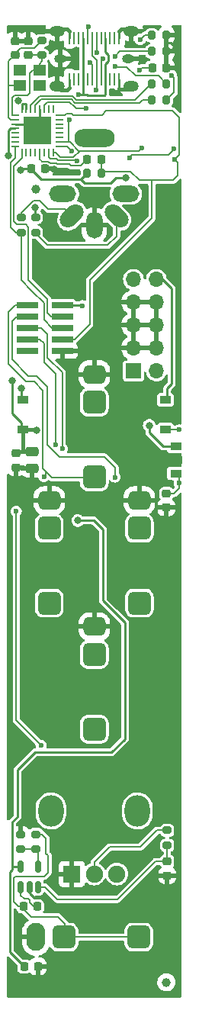
<source format=gbr>
%TF.GenerationSoftware,KiCad,Pcbnew,6.0.11-2627ca5db0~126~ubuntu22.04.1*%
%TF.CreationDate,2024-03-30T06:54:32+01:00*%
%TF.ProjectId,OTBreakOutV1,4f544272-6561-46b4-9f75-7456312e6b69,rev?*%
%TF.SameCoordinates,Original*%
%TF.FileFunction,Copper,L1,Top*%
%TF.FilePolarity,Positive*%
%FSLAX46Y46*%
G04 Gerber Fmt 4.6, Leading zero omitted, Abs format (unit mm)*
G04 Created by KiCad (PCBNEW 6.0.11-2627ca5db0~126~ubuntu22.04.1) date 2024-03-30 06:54:32*
%MOMM*%
%LPD*%
G01*
G04 APERTURE LIST*
G04 Aperture macros list*
%AMRoundRect*
0 Rectangle with rounded corners*
0 $1 Rounding radius*
0 $2 $3 $4 $5 $6 $7 $8 $9 X,Y pos of 4 corners*
0 Add a 4 corners polygon primitive as box body*
4,1,4,$2,$3,$4,$5,$6,$7,$8,$9,$2,$3,0*
0 Add four circle primitives for the rounded corners*
1,1,$1+$1,$2,$3*
1,1,$1+$1,$4,$5*
1,1,$1+$1,$6,$7*
1,1,$1+$1,$8,$9*
0 Add four rect primitives between the rounded corners*
20,1,$1+$1,$2,$3,$4,$5,0*
20,1,$1+$1,$4,$5,$6,$7,0*
20,1,$1+$1,$6,$7,$8,$9,0*
20,1,$1+$1,$8,$9,$2,$3,0*%
%AMHorizOval*
0 Thick line with rounded ends*
0 $1 width*
0 $2 $3 position (X,Y) of the first rounded end (center of the circle)*
0 $4 $5 position (X,Y) of the second rounded end (center of the circle)*
0 Add line between two ends*
20,1,$1,$2,$3,$4,$5,0*
0 Add two circle primitives to create the rounded ends*
1,1,$1,$2,$3*
1,1,$1,$4,$5*%
%AMFreePoly0*
4,1,9,3.862500,-0.866500,0.737500,-0.866500,0.737500,-0.450000,-0.737500,-0.450000,-0.737500,0.450000,0.737500,0.450000,0.737500,0.866500,3.862500,0.866500,3.862500,-0.866500,3.862500,-0.866500,$1*%
G04 Aperture macros list end*
%TA.AperFunction,SMDPad,CuDef*%
%ADD10RoundRect,0.062500X-0.375000X-0.062500X0.375000X-0.062500X0.375000X0.062500X-0.375000X0.062500X0*%
%TD*%
%TA.AperFunction,SMDPad,CuDef*%
%ADD11RoundRect,0.062500X-0.062500X-0.375000X0.062500X-0.375000X0.062500X0.375000X-0.062500X0.375000X0*%
%TD*%
%TA.AperFunction,SMDPad,CuDef*%
%ADD12R,3.100000X3.100000*%
%TD*%
%TA.AperFunction,SMDPad,CuDef*%
%ADD13RoundRect,0.225000X0.225000X0.250000X-0.225000X0.250000X-0.225000X-0.250000X0.225000X-0.250000X0*%
%TD*%
%TA.AperFunction,SMDPad,CuDef*%
%ADD14RoundRect,0.200000X0.200000X0.275000X-0.200000X0.275000X-0.200000X-0.275000X0.200000X-0.275000X0*%
%TD*%
%TA.AperFunction,ComponentPad*%
%ADD15RoundRect,0.650000X0.650000X0.650000X-0.650000X0.650000X-0.650000X-0.650000X0.650000X-0.650000X0*%
%TD*%
%TA.AperFunction,ComponentPad*%
%ADD16RoundRect,0.650000X0.600000X0.400000X-0.600000X0.400000X-0.600000X-0.400000X0.600000X-0.400000X0*%
%TD*%
%TA.AperFunction,SMDPad,CuDef*%
%ADD17R,2.400000X0.740000*%
%TD*%
%TA.AperFunction,ComponentPad*%
%ADD18O,2.800000X3.500000*%
%TD*%
%TA.AperFunction,ComponentPad*%
%ADD19R,1.900000X1.900000*%
%TD*%
%TA.AperFunction,ComponentPad*%
%ADD20C,1.900000*%
%TD*%
%TA.AperFunction,SMDPad,CuDef*%
%ADD21C,1.000000*%
%TD*%
%TA.AperFunction,SMDPad,CuDef*%
%ADD22RoundRect,0.225000X-0.225000X-0.250000X0.225000X-0.250000X0.225000X0.250000X-0.225000X0.250000X0*%
%TD*%
%TA.AperFunction,SMDPad,CuDef*%
%ADD23RoundRect,0.225000X-0.250000X0.225000X-0.250000X-0.225000X0.250000X-0.225000X0.250000X0.225000X0*%
%TD*%
%TA.AperFunction,SMDPad,CuDef*%
%ADD24RoundRect,0.225000X0.250000X-0.225000X0.250000X0.225000X-0.250000X0.225000X-0.250000X-0.225000X0*%
%TD*%
%TA.AperFunction,ComponentPad*%
%ADD25O,4.500000X2.000000*%
%TD*%
%TA.AperFunction,ComponentPad*%
%ADD26O,3.000000X1.800000*%
%TD*%
%TA.AperFunction,ComponentPad*%
%ADD27O,1.800000X3.000000*%
%TD*%
%TA.AperFunction,ComponentPad*%
%ADD28HorizOval,1.800000X0.424264X-0.424264X-0.424264X0.424264X0*%
%TD*%
%TA.AperFunction,ComponentPad*%
%ADD29HorizOval,1.800000X0.424264X0.424264X-0.424264X-0.424264X0*%
%TD*%
%TA.AperFunction,SMDPad,CuDef*%
%ADD30R,0.250000X1.400000*%
%TD*%
%TA.AperFunction,ComponentPad*%
%ADD31O,1.700000X1.200000*%
%TD*%
%TA.AperFunction,ComponentPad*%
%ADD32O,1.350000X0.950000*%
%TD*%
%TA.AperFunction,SMDPad,CuDef*%
%ADD33R,1.200000X0.900000*%
%TD*%
%TA.AperFunction,SMDPad,CuDef*%
%ADD34RoundRect,0.200000X-0.275000X0.200000X-0.275000X-0.200000X0.275000X-0.200000X0.275000X0.200000X0*%
%TD*%
%TA.AperFunction,SMDPad,CuDef*%
%ADD35R,1.300000X0.900000*%
%TD*%
%TA.AperFunction,SMDPad,CuDef*%
%ADD36FreePoly0,180.000000*%
%TD*%
%TA.AperFunction,SMDPad,CuDef*%
%ADD37RoundRect,0.200000X-0.200000X-0.275000X0.200000X-0.275000X0.200000X0.275000X-0.200000X0.275000X0*%
%TD*%
%TA.AperFunction,SMDPad,CuDef*%
%ADD38RoundRect,0.200000X0.275000X-0.200000X0.275000X0.200000X-0.275000X0.200000X-0.275000X-0.200000X0*%
%TD*%
%TA.AperFunction,SMDPad,CuDef*%
%ADD39RoundRect,0.250000X0.475000X-0.250000X0.475000X0.250000X-0.475000X0.250000X-0.475000X-0.250000X0*%
%TD*%
%TA.AperFunction,SMDPad,CuDef*%
%ADD40RoundRect,0.150000X0.150000X-0.512500X0.150000X0.512500X-0.150000X0.512500X-0.150000X-0.512500X0*%
%TD*%
%TA.AperFunction,SMDPad,CuDef*%
%ADD41R,1.400000X1.200000*%
%TD*%
%TA.AperFunction,ComponentPad*%
%ADD42RoundRect,0.650000X-0.650000X0.650000X-0.650000X-0.650000X0.650000X-0.650000X0.650000X0.650000X0*%
%TD*%
%TA.AperFunction,ComponentPad*%
%ADD43O,2.100000X3.100000*%
%TD*%
%TA.AperFunction,ComponentPad*%
%ADD44R,1.700000X1.700000*%
%TD*%
%TA.AperFunction,ComponentPad*%
%ADD45O,1.700000X1.700000*%
%TD*%
%TA.AperFunction,ViaPad*%
%ADD46C,0.600000*%
%TD*%
%TA.AperFunction,ViaPad*%
%ADD47C,0.800000*%
%TD*%
%TA.AperFunction,Conductor*%
%ADD48C,0.200000*%
%TD*%
%TA.AperFunction,Conductor*%
%ADD49C,0.250000*%
%TD*%
%TA.AperFunction,Conductor*%
%ADD50C,0.400000*%
%TD*%
G04 APERTURE END LIST*
D10*
%TO.P,U1,1,XTAL1*%
%TO.N,Net-(C1-Pad2)*%
X91262500Y-66750000D03*
%TO.P,U1,2,PC0/XTAL2*%
%TO.N,Net-(C2-Pad2)*%
X91262500Y-67250000D03*
%TO.P,U1,3,GND*%
%TO.N,UGND*%
X91262500Y-67750000D03*
%TO.P,U1,4,VCC*%
%TO.N,+5V*%
X91262500Y-68250000D03*
%TO.P,U1,5,PC2*%
%TO.N,unconnected-(U1-Pad5)*%
X91262500Y-68750000D03*
%TO.P,U1,6,PD0*%
%TO.N,unconnected-(U1-Pad6)*%
X91262500Y-69250000D03*
%TO.P,U1,7,PD1*%
%TO.N,unconnected-(U1-Pad7)*%
X91262500Y-69750000D03*
%TO.P,U1,8,PD2*%
%TO.N,RXD*%
X91262500Y-70250000D03*
D11*
%TO.P,U1,9,PD3*%
%TO.N,TXD*%
X91950000Y-70937500D03*
%TO.P,U1,10,PD4*%
%TO.N,unconnected-(U1-Pad10)*%
X92450000Y-70937500D03*
%TO.P,U1,11,PD5*%
%TO.N,unconnected-(U1-Pad11)*%
X92950000Y-70937500D03*
%TO.P,U1,12,PD6*%
%TO.N,unconnected-(U1-Pad12)*%
X93450000Y-70937500D03*
%TO.P,U1,13,~{HWB}/PD7*%
%TO.N,Net-(U1-Pad13)*%
X93950000Y-70937500D03*
%TO.P,U1,14,PB0*%
%TO.N,unconnected-(U1-Pad14)*%
X94450000Y-70937500D03*
%TO.P,U1,15,PB1*%
%TO.N,SCK*%
X94950000Y-70937500D03*
%TO.P,U1,16,PB2*%
%TO.N,MOSI*%
X95450000Y-70937500D03*
D10*
%TO.P,U1,17,PB3*%
%TO.N,MISO*%
X96137500Y-70250000D03*
%TO.P,U1,18,PB4*%
%TO.N,MOSI*%
X96137500Y-69750000D03*
%TO.P,U1,19,PB5*%
%TO.N,unconnected-(U1-Pad19)*%
X96137500Y-69250000D03*
%TO.P,U1,20,PB6*%
%TO.N,unconnected-(U1-Pad20)*%
X96137500Y-68750000D03*
%TO.P,U1,21,PB7*%
%TO.N,unconnected-(U1-Pad21)*%
X96137500Y-68250000D03*
%TO.P,U1,22,PC7*%
%TO.N,unconnected-(U1-Pad22)*%
X96137500Y-67750000D03*
%TO.P,U1,23,PC6*%
%TO.N,unconnected-(U1-Pad23)*%
X96137500Y-67250000D03*
%TO.P,U1,24,PC1/~{RESET}*%
%TO.N,RESET*%
X96137500Y-66750000D03*
D11*
%TO.P,U1,25,PC5*%
%TO.N,unconnected-(U1-Pad25)*%
X95450000Y-66062500D03*
%TO.P,U1,26,PC4*%
%TO.N,unconnected-(U1-Pad26)*%
X94950000Y-66062500D03*
%TO.P,U1,27,UCAP*%
%TO.N,Net-(C3-Pad2)*%
X94450000Y-66062500D03*
%TO.P,U1,28,UGND*%
%TO.N,UGND*%
X93950000Y-66062500D03*
%TO.P,U1,29,D+*%
%TO.N,Net-(R2-Pad2)*%
X93450000Y-66062500D03*
%TO.P,U1,30,D-*%
%TO.N,Net-(R1-Pad2)*%
X92950000Y-66062500D03*
%TO.P,U1,31,UVCC*%
%TO.N,+5V*%
X92450000Y-66062500D03*
%TO.P,U1,32,AVCC*%
X91950000Y-66062500D03*
D12*
%TO.P,U1,33,GND*%
%TO.N,UGND*%
X93700000Y-68500000D03*
%TD*%
D13*
%TO.P,C11,1*%
%TO.N,RESET*%
X100775000Y-71700000D03*
%TO.P,C11,2*%
%TO.N,Net-(U1-Pad13)*%
X99225000Y-71700000D03*
%TD*%
D14*
%TO.P,R1,1*%
%TO.N,Net-(J8-PadA7)*%
X108025000Y-63300000D03*
%TO.P,R1,2*%
%TO.N,Net-(R1-Pad2)*%
X106375000Y-63300000D03*
%TD*%
D15*
%TO.P,J2,R*%
%TO.N,N/C*%
X100000000Y-98620000D03*
D16*
%TO.P,J2,S*%
%TO.N,UGND*%
X100000000Y-95520000D03*
D15*
%TO.P,J2,T*%
%TO.N,AUDIO*%
X100000000Y-106920000D03*
%TD*%
D17*
%TO.P,J10,1,Pin_1*%
%TO.N,AUDIO*%
X92550000Y-87860000D03*
%TO.P,J10,2,Pin_2*%
%TO.N,+5V*%
X96450000Y-87860000D03*
%TO.P,J10,3,Pin_3*%
%TO.N,CV1*%
X92550000Y-89130000D03*
%TO.P,J10,4,Pin_4*%
%TO.N,TXD*%
X96450000Y-89130000D03*
%TO.P,J10,5,Pin_5*%
%TO.N,CV2*%
X92550000Y-90400000D03*
%TO.P,J10,6,Pin_6*%
%TO.N,RXD*%
X96450000Y-90400000D03*
%TO.P,J10,7,Pin_7*%
%TO.N,GATE*%
X92550000Y-91670000D03*
%TO.P,J10,8,Pin_8*%
%TO.N,RESET*%
X96450000Y-91670000D03*
%TO.P,J10,9,Pin_9*%
%TO.N,unconnected-(J10-Pad9)*%
X92550000Y-92940000D03*
%TO.P,J10,10,Pin_10*%
%TO.N,UGND*%
X96450000Y-92940000D03*
%TD*%
D18*
%TO.P,RV1,*%
%TO.N,*%
X95200000Y-144000000D03*
X104800000Y-144000000D03*
D19*
%TO.P,RV1,1,1*%
%TO.N,UGND*%
X97500000Y-151000000D03*
D20*
%TO.P,RV1,2,2*%
%TO.N,Net-(R7-Pad2)*%
X100000000Y-151000000D03*
%TO.P,RV1,3,3*%
%TO.N,AUDIO*%
X102500000Y-151000000D03*
%TD*%
D21*
%TO.P,FID1,*%
%TO.N,*%
X93500000Y-75000000D03*
%TD*%
D22*
%TO.P,C8,1*%
%TO.N,PHONO*%
X92125000Y-154600000D03*
%TO.P,C8,2*%
%TO.N,Net-(C8-Pad2)*%
X93675000Y-154600000D03*
%TD*%
D23*
%TO.P,C2,1*%
%TO.N,UGND*%
X91200000Y-58525000D03*
%TO.P,C2,2*%
%TO.N,Net-(C2-Pad2)*%
X91200000Y-60075000D03*
%TD*%
D13*
%TO.P,C3,1*%
%TO.N,UGND*%
X107975000Y-61500000D03*
%TO.P,C3,2*%
%TO.N,Net-(C3-Pad2)*%
X106425000Y-61500000D03*
%TD*%
D24*
%TO.P,C4,1*%
%TO.N,UGND*%
X108000000Y-110315000D03*
%TO.P,C4,2*%
%TO.N,Net-(C4-Pad2)*%
X108000000Y-108765000D03*
%TD*%
D25*
%TO.P,J6,*%
%TO.N,*%
X100000000Y-69300000D03*
D26*
%TO.P,J6,1*%
%TO.N,unconnected-(J6-Pad1)*%
X103500000Y-75500000D03*
D27*
%TO.P,J6,2*%
%TO.N,UGND*%
X100000000Y-79000000D03*
D26*
%TO.P,J6,3*%
%TO.N,unconnected-(J6-Pad3)*%
X96500000Y-75500000D03*
D28*
%TO.P,J6,4*%
%TO.N,Net-(J6-Pad4)*%
X102474874Y-77974874D03*
D29*
%TO.P,J6,5*%
%TO.N,Net-(J6-Pad5)*%
X97525126Y-77974874D03*
%TD*%
D22*
%TO.P,C9,1*%
%TO.N,+5V*%
X92200000Y-161250000D03*
%TO.P,C9,2*%
%TO.N,UGND*%
X93750000Y-161250000D03*
%TD*%
D30*
%TO.P,J8,A1,GND*%
%TO.N,UGND*%
X97250000Y-58200000D03*
D31*
X104100000Y-63570000D03*
D32*
X96225000Y-60500000D03*
D31*
X95900000Y-63570000D03*
D32*
X103775000Y-60500000D03*
D31*
X104100000Y-57430000D03*
X95900000Y-57430000D03*
D30*
%TO.P,J8,A2,TX1+*%
%TO.N,unconnected-(J8-PadA2)*%
X97750000Y-58200000D03*
%TO.P,J8,A3,TX1-*%
%TO.N,unconnected-(J8-PadA3)*%
X98250000Y-58200000D03*
%TO.P,J8,A4,VBUS*%
%TO.N,VUSB*%
X98750000Y-58200000D03*
%TO.P,J8,A5,CC1*%
%TO.N,Net-(J8-PadA5)*%
X99250000Y-58200000D03*
%TO.P,J8,A6,D+*%
%TO.N,Net-(J8-PadA6)*%
X99750000Y-58200000D03*
%TO.P,J8,A7,D-*%
%TO.N,Net-(J8-PadA7)*%
X100250000Y-58200000D03*
%TO.P,J8,A8,SBU1*%
%TO.N,unconnected-(J8-PadA8)*%
X100750000Y-58200000D03*
%TO.P,J8,A9,VBUS*%
%TO.N,VUSB*%
X101250000Y-58200000D03*
%TO.P,J8,A10,RX2-*%
%TO.N,unconnected-(J8-PadA10)*%
X101750000Y-58200000D03*
%TO.P,J8,A11,RX2+*%
%TO.N,unconnected-(J8-PadA11)*%
X102250000Y-58200000D03*
%TO.P,J8,A12,GND*%
%TO.N,UGND*%
X102750000Y-58200000D03*
%TO.P,J8,B1,GND*%
X102750000Y-62800000D03*
%TO.P,J8,B2,TX2+*%
%TO.N,unconnected-(J8-PadB2)*%
X102250000Y-62800000D03*
%TO.P,J8,B3,TX2-*%
%TO.N,unconnected-(J8-PadB3)*%
X101750000Y-62800000D03*
%TO.P,J8,B4,VBUS*%
%TO.N,VUSB*%
X101250000Y-62800000D03*
%TO.P,J8,B5,CC2*%
%TO.N,Net-(J8-PadB5)*%
X100750000Y-62800000D03*
%TO.P,J8,B6,D+*%
%TO.N,Net-(J8-PadA6)*%
X100250000Y-62800000D03*
%TO.P,J8,B7,D-*%
%TO.N,Net-(J8-PadA7)*%
X99750000Y-62800000D03*
%TO.P,J8,B8,SBU2*%
%TO.N,unconnected-(J8-PadB8)*%
X99250000Y-62800000D03*
%TO.P,J8,B9,VBUS*%
%TO.N,VUSB*%
X98750000Y-62800000D03*
%TO.P,J8,B10,RX1-*%
%TO.N,unconnected-(J8-PadB10)*%
X98250000Y-62800000D03*
%TO.P,J8,B11,RX1+*%
%TO.N,unconnected-(J8-PadB11)*%
X97750000Y-62800000D03*
%TO.P,J8,B12,GND*%
%TO.N,UGND*%
X97250000Y-62800000D03*
%TD*%
D21*
%TO.P,FID2,*%
%TO.N,*%
X108000000Y-163000000D03*
%TD*%
D15*
%TO.P,J4,R*%
%TO.N,N/C*%
X95000000Y-112620000D03*
D16*
%TO.P,J4,S*%
%TO.N,UGND*%
X95000000Y-109520000D03*
D15*
%TO.P,J4,T*%
%TO.N,CV2*%
X95000000Y-120920000D03*
%TD*%
D33*
%TO.P,D2,1,K*%
%TO.N,Net-(C4-Pad2)*%
X107900000Y-101650000D03*
%TO.P,D2,2,A*%
%TO.N,+12V*%
X107900000Y-98350000D03*
%TD*%
D34*
%TO.P,R10,1*%
%TO.N,PHONO*%
X93550000Y-146587500D03*
%TO.P,R10,2*%
%TO.N,Net-(R10-Pad2)*%
X93550000Y-148237500D03*
%TD*%
D35*
%TO.P,U2,1,VIN*%
%TO.N,Net-(C4-Pad2)*%
X109060000Y-106530000D03*
D36*
%TO.P,U2,2,GND*%
%TO.N,UGND*%
X108972500Y-105030000D03*
D35*
%TO.P,U2,3,VOUT*%
%TO.N,+5V*%
X109060000Y-103530000D03*
%TD*%
D24*
%TO.P,C5,1*%
%TO.N,UGND*%
X91300000Y-105875000D03*
%TO.P,C5,2*%
%TO.N,+5V*%
X91300000Y-104325000D03*
%TD*%
D37*
%TO.P,R12,1*%
%TO.N,Net-(J8-PadA5)*%
X106375000Y-57900000D03*
%TO.P,R12,2*%
%TO.N,UGND*%
X108025000Y-57900000D03*
%TD*%
D38*
%TO.P,R7,1*%
%TO.N,Net-(C6-Pad2)*%
X108100000Y-147800000D03*
%TO.P,R7,2*%
%TO.N,Net-(R7-Pad2)*%
X108100000Y-146150000D03*
%TD*%
D39*
%TO.P,C7,1*%
%TO.N,UGND*%
X93100000Y-106000000D03*
%TO.P,C7,2*%
%TO.N,+5V*%
X93100000Y-104100000D03*
%TD*%
D14*
%TO.P,R2,1*%
%TO.N,Net-(J8-PadA6)*%
X108025000Y-65100000D03*
%TO.P,R2,2*%
%TO.N,Net-(R2-Pad2)*%
X106375000Y-65100000D03*
%TD*%
D15*
%TO.P,J5,R*%
%TO.N,N/C*%
X100000000Y-126620000D03*
D16*
%TO.P,J5,S*%
%TO.N,UGND*%
X100000000Y-123520000D03*
D15*
%TO.P,J5,T*%
%TO.N,GATE*%
X100000000Y-134920000D03*
%TD*%
D40*
%TO.P,U3,1*%
%TO.N,Net-(C8-Pad2)*%
X91850000Y-152437500D03*
%TO.P,U3,2,V-*%
%TO.N,UGND*%
X92800000Y-152437500D03*
%TO.P,U3,3,+*%
%TO.N,Net-(C6-Pad2)*%
X93750000Y-152437500D03*
%TO.P,U3,4,-*%
%TO.N,Net-(R10-Pad2)*%
X93750000Y-150162500D03*
%TO.P,U3,5,V+*%
%TO.N,+5V*%
X91850000Y-150162500D03*
%TD*%
D24*
%TO.P,C6,1*%
%TO.N,UGND*%
X108100000Y-151150000D03*
%TO.P,C6,2*%
%TO.N,Net-(C6-Pad2)*%
X108100000Y-149600000D03*
%TD*%
D33*
%TO.P,D1,1,K*%
%TO.N,+5V*%
X92100000Y-101650000D03*
%TO.P,D1,2,A*%
%TO.N,VUSB*%
X92100000Y-98350000D03*
%TD*%
D23*
%TO.P,C1,1*%
%TO.N,UGND*%
X92700000Y-58525000D03*
%TO.P,C1,2*%
%TO.N,Net-(C1-Pad2)*%
X92700000Y-60075000D03*
%TD*%
D41*
%TO.P,Y1,1,1*%
%TO.N,Net-(C2-Pad2)*%
X91700000Y-63450000D03*
%TO.P,Y1,2,2*%
%TO.N,unconnected-(Y1-Pad2)*%
X93900000Y-63450000D03*
%TO.P,Y1,3,3*%
%TO.N,Net-(C1-Pad2)*%
X93900000Y-61750000D03*
%TO.P,Y1,4,4*%
%TO.N,unconnected-(Y1-Pad4)*%
X91700000Y-61750000D03*
%TD*%
D37*
%TO.P,R13,1*%
%TO.N,Net-(J8-PadB5)*%
X106375000Y-59700000D03*
%TO.P,R13,2*%
%TO.N,UGND*%
X108025000Y-59700000D03*
%TD*%
%TO.P,R11,1*%
%TO.N,+5V*%
X99175000Y-73200000D03*
%TO.P,R11,2*%
%TO.N,RESET*%
X100825000Y-73200000D03*
%TD*%
D38*
%TO.P,R6,1*%
%TO.N,Net-(J6-Pad4)*%
X93500000Y-79775000D03*
%TO.P,R6,2*%
%TO.N,+5V*%
X93500000Y-78125000D03*
%TD*%
D15*
%TO.P,J3,R*%
%TO.N,N/C*%
X105000000Y-112620000D03*
D16*
%TO.P,J3,S*%
%TO.N,UGND*%
X105000000Y-109520000D03*
D15*
%TO.P,J3,T*%
%TO.N,CV1*%
X105000000Y-120920000D03*
%TD*%
D22*
%TO.P,C10,1*%
%TO.N,+5V*%
X92964000Y-72700000D03*
%TO.P,C10,2*%
%TO.N,UGND*%
X94514000Y-72700000D03*
%TD*%
D38*
%TO.P,R8,1*%
%TO.N,RXD*%
X91900000Y-79775000D03*
%TO.P,R8,2*%
%TO.N,Net-(J6-Pad5)*%
X91900000Y-78125000D03*
%TD*%
%TO.P,R9,1*%
%TO.N,Net-(R10-Pad2)*%
X91850000Y-148237500D03*
%TO.P,R9,2*%
%TO.N,UGND*%
X91850000Y-146587500D03*
%TD*%
D42*
%TO.P,J1,R*%
%TO.N,PHONO*%
X96620000Y-158000000D03*
D43*
%TO.P,J1,S*%
%TO.N,UGND*%
X93520000Y-158000000D03*
D42*
%TO.P,J1,T*%
%TO.N,PHONO*%
X104920000Y-158000000D03*
%TD*%
D34*
%TO.P,R3,1*%
%TO.N,Net-(C2-Pad2)*%
X94200000Y-58475000D03*
%TO.P,R3,2*%
%TO.N,Net-(C1-Pad2)*%
X94200000Y-60125000D03*
%TD*%
D44*
%TO.P,J7,1,Pin_1*%
%TO.N,-12V*%
X104350000Y-95160000D03*
D45*
%TO.P,J7,2,Pin_2*%
X106890000Y-95160000D03*
%TO.P,J7,3,Pin_3*%
%TO.N,UGND*%
X104350000Y-92620000D03*
%TO.P,J7,4,Pin_4*%
X106890000Y-92620000D03*
%TO.P,J7,5,Pin_5*%
X104350000Y-90080000D03*
%TO.P,J7,6,Pin_6*%
X106890000Y-90080000D03*
%TO.P,J7,7,Pin_7*%
X104350000Y-87540000D03*
%TO.P,J7,8,Pin_8*%
X106890000Y-87540000D03*
%TO.P,J7,9,Pin_9*%
%TO.N,+12V*%
X104350000Y-85000000D03*
%TO.P,J7,10,Pin_10*%
X106890000Y-85000000D03*
%TD*%
D46*
%TO.N,AUDIO*%
X94400000Y-106900000D03*
X94100000Y-136700000D03*
X91340500Y-110746411D03*
%TO.N,CV1*%
X102300000Y-106950000D03*
%TO.N,CV2*%
X96450000Y-103800000D03*
%TO.N,GATE*%
X95700000Y-103350000D03*
D47*
%TO.N,+5V*%
X91600000Y-65200000D03*
X91800000Y-72830000D03*
X98171000Y-111760000D03*
X93599000Y-101727000D03*
D46*
X98700000Y-87900000D03*
D47*
X106100000Y-101200000D03*
X90900000Y-96200000D03*
X93450000Y-77000000D03*
X103500000Y-73700000D03*
X90500000Y-71250000D03*
D46*
%TO.N,UGND*%
X100000000Y-82300000D03*
D47*
X95500000Y-72750000D03*
X109093000Y-59309000D03*
X94869000Y-154559000D03*
X93700000Y-68500000D03*
D46*
%TO.N,Net-(J8-PadA7)*%
X99500000Y-60900000D03*
X102300000Y-61390000D03*
X100309500Y-59800000D03*
%TO.N,MISO*%
X97500000Y-70750000D03*
%TO.N,SCK*%
X108800000Y-70500000D03*
X98085627Y-71835627D03*
X103900000Y-71500000D03*
%TO.N,MOSI*%
X97200000Y-67300000D03*
X105300000Y-70400000D03*
%TO.N,RESET*%
X108900000Y-71700000D03*
%TO.N,Net-(C3-Pad2)*%
X99060000Y-66040000D03*
X105000000Y-61800000D03*
%TO.N,Net-(J8-PadA6)*%
X100200000Y-64000000D03*
X108585000Y-62357000D03*
%TO.N,Net-(C4-Pad2)*%
X109400000Y-107600000D03*
X109400000Y-101700000D03*
%TO.N,Net-(J8-PadA5)*%
X105100000Y-58400000D03*
X99350000Y-56990000D03*
%TO.N,Net-(J8-PadB5)*%
X102309500Y-60250000D03*
X101000000Y-60500000D03*
D47*
%TO.N,VUSB*%
X91900000Y-97100000D03*
D46*
X98250000Y-64500000D03*
%TD*%
D48*
%TO.N,Net-(J6-Pad4)*%
X93300000Y-79750000D02*
X94750000Y-81200000D01*
X102474874Y-80225126D02*
X102474874Y-77974874D01*
X94750000Y-81200000D02*
X101500000Y-81200000D01*
X101500000Y-81200000D02*
X102474874Y-80225126D01*
%TO.N,Net-(J6-Pad5)*%
X94900000Y-77200000D02*
X96750252Y-77200000D01*
X96750252Y-77200000D02*
X97525126Y-77974874D01*
X93261619Y-76255000D02*
X93955000Y-76255000D01*
X91900000Y-77616619D02*
X93261619Y-76255000D01*
X91900000Y-78125000D02*
X91900000Y-77616619D01*
X93955000Y-76255000D02*
X94900000Y-77200000D01*
%TO.N,AUDIO*%
X94300000Y-97300000D02*
X94300000Y-105100000D01*
X94300000Y-105100000D02*
X94300000Y-106000000D01*
X91240000Y-87860000D02*
X92550000Y-87860000D01*
X99920000Y-107000000D02*
X100000000Y-106920000D01*
X91340500Y-133940500D02*
X91340500Y-110746411D01*
X95600000Y-107000000D02*
X99920000Y-107000000D01*
X93050000Y-87860000D02*
X91840000Y-87860000D01*
X93300000Y-96300000D02*
X94300000Y-97300000D01*
X90500000Y-88600000D02*
X91240000Y-87860000D01*
X94300000Y-106000000D02*
X94650000Y-106350000D01*
X94650000Y-106650000D02*
X94400000Y-106900000D01*
X94650000Y-106350000D02*
X94650000Y-106650000D01*
X92400000Y-96300000D02*
X93300000Y-96300000D01*
X91050000Y-94950000D02*
X90500000Y-94400000D01*
X94650000Y-106350000D02*
X95300000Y-107000000D01*
X94100000Y-136700000D02*
X91340500Y-133940500D01*
X91050000Y-94950000D02*
X92400000Y-96300000D01*
X90500000Y-94400000D02*
X90500000Y-88600000D01*
X95600000Y-107000000D02*
X95300000Y-107000000D01*
%TO.N,CV1*%
X91370000Y-89130000D02*
X92550000Y-89130000D01*
X96150000Y-104700000D02*
X94800000Y-103350000D01*
X90900000Y-89600000D02*
X91370000Y-89130000D01*
X92700000Y-95700000D02*
X90900000Y-93900000D01*
X94800000Y-96900000D02*
X93600000Y-95700000D01*
X93050000Y-89130000D02*
X91870000Y-89130000D01*
X94800000Y-103350000D02*
X94800000Y-96900000D01*
X102300000Y-106950000D02*
X102300000Y-105900000D01*
X90900000Y-93900000D02*
X90900000Y-89600000D01*
X102300000Y-105900000D02*
X101100000Y-104700000D01*
X101100000Y-104700000D02*
X96150000Y-104700000D01*
X93600000Y-95700000D02*
X92700000Y-95700000D01*
%TO.N,TXD*%
X91950000Y-70937500D02*
X91950000Y-71550000D01*
X95230000Y-89130000D02*
X94800000Y-88700000D01*
X91950000Y-71550000D02*
X91060000Y-72440000D01*
X94800000Y-88700000D02*
X94800000Y-87200000D01*
X92700000Y-85100000D02*
X92700000Y-84300000D01*
X91400000Y-78900000D02*
X92400000Y-78900000D01*
X92700000Y-79200000D02*
X92700000Y-84300000D01*
X94800000Y-87200000D02*
X92700000Y-85100000D01*
X91060000Y-72440000D02*
X91060000Y-78560000D01*
X95530000Y-89130000D02*
X96950000Y-89130000D01*
X92400000Y-78900000D02*
X92700000Y-79200000D01*
X91060000Y-78560000D02*
X91400000Y-78900000D01*
X96450000Y-89130000D02*
X95230000Y-89130000D01*
%TO.N,CV2*%
X94800000Y-93700000D02*
X96450000Y-95350000D01*
X96450000Y-95350000D02*
X96450000Y-103800000D01*
X92550000Y-90400000D02*
X94100000Y-90400000D01*
X94100000Y-90400000D02*
X94800000Y-91100000D01*
X94800000Y-91100000D02*
X94800000Y-93700000D01*
%TO.N,RXD*%
X91262500Y-71487500D02*
X91262500Y-70250000D01*
X91275000Y-79775000D02*
X90700000Y-79200000D01*
X93100000Y-86300000D02*
X91900000Y-85100000D01*
X91900000Y-79775000D02*
X91900000Y-84900000D01*
X94400000Y-89500000D02*
X94400000Y-87600000D01*
X90700000Y-72050000D02*
X91262500Y-71487500D01*
X91900000Y-79775000D02*
X91275000Y-79775000D01*
X90700000Y-79200000D02*
X90700000Y-72050000D01*
X91900000Y-85100000D02*
X91900000Y-84900000D01*
X94400000Y-87600000D02*
X93100000Y-86300000D01*
X96450000Y-90400000D02*
X95300000Y-90400000D01*
X95300000Y-90400000D02*
X94400000Y-89500000D01*
%TO.N,GATE*%
X95700000Y-95500000D02*
X94400000Y-94200000D01*
X94400000Y-92100000D02*
X93970000Y-91670000D01*
X94400000Y-94200000D02*
X94400000Y-92100000D01*
X95700000Y-96700000D02*
X95700000Y-95500000D01*
X93970000Y-91670000D02*
X92550000Y-91670000D01*
X95700000Y-96700000D02*
X95700000Y-103350000D01*
%TO.N,Net-(C8-Pad2)*%
X92837000Y-154178000D02*
X92837000Y-153857000D01*
X92837000Y-153857000D02*
X92680000Y-153700000D01*
X93259000Y-154600000D02*
X92837000Y-154178000D01*
X93675000Y-154600000D02*
X93259000Y-154600000D01*
X91850000Y-153350000D02*
X91850000Y-152437500D01*
X92680000Y-153700000D02*
X92200000Y-153700000D01*
X92200000Y-153700000D02*
X91850000Y-153350000D01*
%TO.N,Net-(U1-Pad13)*%
X95773381Y-72090000D02*
X95883381Y-72200000D01*
X95080884Y-72090000D02*
X95773381Y-72090000D01*
X94209000Y-71909000D02*
X94899884Y-71909000D01*
X93950000Y-71650000D02*
X94100000Y-71800000D01*
X93950000Y-70937500D02*
X93950000Y-71650000D01*
X94100000Y-71800000D02*
X94209000Y-71909000D01*
X94899884Y-71909000D02*
X95080884Y-72090000D01*
X98529373Y-72395627D02*
X99225000Y-71700000D01*
X95883381Y-72200000D02*
X97200000Y-72200000D01*
X97395627Y-72395627D02*
X98529373Y-72395627D01*
X97200000Y-72200000D02*
X97395627Y-72395627D01*
D49*
%TO.N,+5V*%
X92964000Y-72700000D02*
X91930000Y-72700000D01*
X103400000Y-123100000D02*
X103400000Y-136000000D01*
X90600000Y-159650000D02*
X90725000Y-159775000D01*
X91950000Y-66062500D02*
X91950000Y-65550000D01*
X91900000Y-100900000D02*
X90900000Y-99900000D01*
D50*
X93100000Y-104100000D02*
X91525000Y-104100000D01*
D49*
X99175000Y-73200000D02*
X99175000Y-73225000D01*
X99960000Y-111760000D02*
X100950000Y-112750000D01*
X90750000Y-68250000D02*
X90500000Y-68500000D01*
X103400000Y-136000000D02*
X101900000Y-137500000D01*
X106300000Y-102200000D02*
X106100000Y-102000000D01*
X98660000Y-87860000D02*
X98700000Y-87900000D01*
X91950000Y-65550000D02*
X92000000Y-65500000D01*
X90600000Y-150750000D02*
X90600000Y-159650000D01*
X98900000Y-74300000D02*
X98500000Y-73900000D01*
X91930000Y-72700000D02*
X91800000Y-72830000D01*
X98171000Y-111760000D02*
X99960000Y-111760000D01*
X91500000Y-144600000D02*
X90856250Y-145243750D01*
X90725000Y-159775000D02*
X92200000Y-161250000D01*
X91986000Y-72644000D02*
X91800000Y-72830000D01*
X99175000Y-73225000D02*
X98500000Y-73900000D01*
X90856250Y-150493750D02*
X90600000Y-150750000D01*
X91500000Y-139400000D02*
X91500000Y-144600000D01*
X91262500Y-68250000D02*
X90750000Y-68250000D01*
D50*
X92100000Y-101650000D02*
X92100000Y-104100000D01*
D49*
X100950000Y-120650000D02*
X103400000Y-123100000D01*
X90975000Y-150162500D02*
X90856250Y-150043750D01*
X92400000Y-65500000D02*
X92450000Y-65550000D01*
X103500000Y-73700000D02*
X102400000Y-73700000D01*
X90856250Y-145243750D02*
X90856250Y-150043750D01*
X101800000Y-74300000D02*
X98900000Y-74300000D01*
X92450000Y-65550000D02*
X92450000Y-66062500D01*
X92000000Y-65500000D02*
X92400000Y-65500000D01*
X92964000Y-72754000D02*
X94110000Y-73900000D01*
X93450000Y-78100000D02*
X93450000Y-77000000D01*
X93400000Y-137500000D02*
X91500000Y-139400000D01*
X109060000Y-103530000D02*
X107630000Y-103530000D01*
X93522000Y-101650000D02*
X93599000Y-101727000D01*
D50*
X91900000Y-101650000D02*
X93522000Y-101650000D01*
D49*
X90856250Y-150043750D02*
X90856250Y-150493750D01*
X100950000Y-112750000D02*
X100950000Y-120650000D01*
X102400000Y-73700000D02*
X101800000Y-74300000D01*
X101900000Y-137500000D02*
X93400000Y-137500000D01*
X98500000Y-73900000D02*
X94110000Y-73900000D01*
X107630000Y-103530000D02*
X106300000Y-102200000D01*
X96950000Y-87860000D02*
X98660000Y-87860000D01*
X91850000Y-150162500D02*
X90975000Y-150162500D01*
X106100000Y-102000000D02*
X106100000Y-101200000D01*
X91900000Y-101650000D02*
X91900000Y-100900000D01*
X90900000Y-99900000D02*
X90900000Y-96200000D01*
X90500000Y-68500000D02*
X90500000Y-71250000D01*
X91525000Y-104100000D02*
X91300000Y-104325000D01*
D50*
%TO.N,UGND*%
X103000000Y-57190000D02*
X103860000Y-57190000D01*
D49*
X108025000Y-61450000D02*
X107975000Y-61500000D01*
X103830000Y-57160000D02*
X104100000Y-57430000D01*
X96320000Y-63990000D02*
X95900000Y-63570000D01*
X96080000Y-57250000D02*
X95900000Y-57430000D01*
X94615000Y-153670000D02*
X94869000Y-153924000D01*
D50*
X97250000Y-63750000D02*
X97010000Y-63990000D01*
X102750000Y-63800000D02*
X102850000Y-63900000D01*
D49*
X97250000Y-62800000D02*
X97250000Y-63750000D01*
X91300000Y-105875000D02*
X92975000Y-105875000D01*
X94869000Y-153924000D02*
X94869000Y-154051000D01*
X108025000Y-57900000D02*
X108025000Y-58749000D01*
X92975000Y-105875000D02*
X93100000Y-106000000D01*
D50*
X102850000Y-63900000D02*
X103770000Y-63900000D01*
D49*
X93950000Y-66062500D02*
X93950000Y-68250000D01*
X92800000Y-152437500D02*
X92800000Y-153125000D01*
X103860000Y-57190000D02*
X104100000Y-57430000D01*
X92800000Y-153125000D02*
X93345000Y-153670000D01*
X103430000Y-57430000D02*
X104100000Y-57430000D01*
X93345000Y-153670000D02*
X94615000Y-153670000D01*
X108025000Y-58749000D02*
X108533000Y-58749000D01*
X97250000Y-58200000D02*
X97250000Y-57500000D01*
X102750000Y-62800000D02*
X102750000Y-63800000D01*
X108025000Y-58749000D02*
X108025000Y-61450000D01*
D50*
X97000000Y-57250000D02*
X96080000Y-57250000D01*
X102750000Y-57440000D02*
X103000000Y-57190000D01*
D49*
X102750000Y-58200000D02*
X102750000Y-57440000D01*
D50*
X97010000Y-63990000D02*
X96320000Y-63990000D01*
D49*
X93950000Y-68250000D02*
X93700000Y-68500000D01*
X96190000Y-57140000D02*
X95900000Y-57430000D01*
D50*
X97250000Y-57500000D02*
X97000000Y-57250000D01*
D49*
X108533000Y-58749000D02*
X109093000Y-59309000D01*
X95394000Y-72644000D02*
X95500000Y-72750000D01*
X103770000Y-63900000D02*
X104100000Y-63570000D01*
X91262500Y-67750000D02*
X92950000Y-67750000D01*
X94869000Y-154051000D02*
X94869000Y-154559000D01*
X92950000Y-67750000D02*
X93700000Y-68500000D01*
X92700000Y-58525000D02*
X91200000Y-58525000D01*
X94514000Y-72644000D02*
X95394000Y-72644000D01*
D48*
%TO.N,Net-(C1-Pad2)*%
X90860000Y-64840000D02*
X91160000Y-64540000D01*
X92700000Y-60075000D02*
X94150000Y-60075000D01*
X92800000Y-64300000D02*
X92800000Y-62100000D01*
X91000000Y-66750000D02*
X90860000Y-66610000D01*
X93900000Y-61100000D02*
X94200000Y-60800000D01*
X91262500Y-66750000D02*
X91000000Y-66750000D01*
X93900000Y-61750000D02*
X93900000Y-61100000D01*
X94200000Y-60800000D02*
X94200000Y-60125000D01*
X94150000Y-60075000D02*
X94200000Y-60125000D01*
X93150000Y-61750000D02*
X93900000Y-61750000D01*
X91160000Y-64540000D02*
X92560000Y-64540000D01*
X92800000Y-62100000D02*
X93150000Y-61750000D01*
X92560000Y-64540000D02*
X92800000Y-64300000D01*
X90860000Y-66610000D02*
X90860000Y-64840000D01*
%TO.N,Net-(J8-PadA7)*%
X100250000Y-59740500D02*
X100309500Y-59800000D01*
X104600000Y-62400000D02*
X103600000Y-61400000D01*
X102310000Y-61400000D02*
X102300000Y-61390000D01*
X108025000Y-63300000D02*
X107125000Y-62400000D01*
X100250000Y-58200000D02*
X100250000Y-59740500D01*
X107125000Y-62400000D02*
X104600000Y-62400000D01*
X103600000Y-61400000D02*
X102310000Y-61400000D01*
X99750000Y-61150000D02*
X99500000Y-60900000D01*
X99750000Y-62800000D02*
X99750000Y-61150000D01*
%TO.N,MISO*%
X96137500Y-70250000D02*
X97000000Y-70250000D01*
X97000000Y-70250000D02*
X97500000Y-70750000D01*
%TO.N,SCK*%
X94950000Y-70937500D02*
X94950000Y-71450000D01*
X108800000Y-70600000D02*
X108200000Y-71200000D01*
X108200000Y-71200000D02*
X104400000Y-71200000D01*
X104200000Y-71200000D02*
X104400000Y-71200000D01*
X96000000Y-71800000D02*
X98050000Y-71800000D01*
X108800000Y-70500000D02*
X108800000Y-70600000D01*
X95835000Y-71635000D02*
X96000000Y-71800000D01*
X98050000Y-71800000D02*
X98085627Y-71835627D01*
X94950000Y-71450000D02*
X95135000Y-71635000D01*
X95135000Y-71635000D02*
X95835000Y-71635000D01*
X103900000Y-71500000D02*
X104200000Y-71200000D01*
%TO.N,MOSI*%
X95450000Y-70937500D02*
X95737500Y-70937500D01*
X97150000Y-69750000D02*
X97150000Y-67350000D01*
X104950000Y-70750000D02*
X105300000Y-70400000D01*
X98291960Y-70750000D02*
X97291960Y-69750000D01*
X97690000Y-71440000D02*
X98380000Y-70750000D01*
X98380000Y-70750000D02*
X104950000Y-70750000D01*
X95737500Y-70937500D02*
X96240000Y-71440000D01*
X96610000Y-69750000D02*
X96137500Y-69750000D01*
X97150000Y-69750000D02*
X96610000Y-69750000D01*
X96240000Y-71440000D02*
X97690000Y-71440000D01*
X97291960Y-69750000D02*
X97150000Y-69750000D01*
X97150000Y-67350000D02*
X97200000Y-67300000D01*
X98380000Y-70750000D02*
X98291960Y-70750000D01*
%TO.N,RESET*%
X105000000Y-74000000D02*
X106400000Y-74000000D01*
X109250000Y-72050000D02*
X108900000Y-71700000D01*
X96450000Y-91670000D02*
X97830000Y-91670000D01*
X96750000Y-66750000D02*
X96900000Y-66600000D01*
X99500000Y-90000000D02*
X99500000Y-85100000D01*
X99500000Y-85100000D02*
X106400000Y-78200000D01*
X100850000Y-66750000D02*
X101300000Y-66300000D01*
X106400000Y-78200000D02*
X106400000Y-74000000D01*
X106300000Y-66300000D02*
X108700000Y-66300000D01*
X96137500Y-66750000D02*
X96750000Y-66750000D01*
X109400000Y-67000000D02*
X109400000Y-71200000D01*
X104000000Y-73000000D02*
X105000000Y-74000000D01*
X108700000Y-66300000D02*
X109400000Y-67000000D01*
X106400000Y-74000000D02*
X108750000Y-74000000D01*
X108750000Y-74000000D02*
X109250000Y-73500000D01*
X97500000Y-66600000D02*
X97650000Y-66750000D01*
X97650000Y-66750000D02*
X100850000Y-66750000D01*
X101300000Y-66300000D02*
X106300000Y-66300000D01*
X100775000Y-73000000D02*
X104000000Y-73000000D01*
X97830000Y-91670000D02*
X99500000Y-90000000D01*
X96900000Y-66600000D02*
X97500000Y-66600000D01*
X100775000Y-73000000D02*
X100775000Y-71550000D01*
X109400000Y-71200000D02*
X108900000Y-71700000D01*
X109250000Y-73500000D02*
X109250000Y-72050000D01*
%TO.N,Net-(C2-Pad2)*%
X90500000Y-60800000D02*
X90500000Y-63400000D01*
X91200000Y-60100000D02*
X90500000Y-60800000D01*
X91200000Y-60075000D02*
X91200000Y-60100000D01*
X91200000Y-59900000D02*
X91800000Y-59300000D01*
X90750000Y-67250000D02*
X90500000Y-67000000D01*
X91800000Y-59300000D02*
X93375000Y-59300000D01*
X91200000Y-60075000D02*
X91200000Y-59900000D01*
X90550000Y-63450000D02*
X91700000Y-63450000D01*
X90500000Y-63400000D02*
X90550000Y-63450000D01*
X93375000Y-59300000D02*
X94200000Y-58475000D01*
X91262500Y-67250000D02*
X90750000Y-67250000D01*
X90500000Y-63400000D02*
X90500000Y-67000000D01*
%TO.N,Net-(C3-Pad2)*%
X94450000Y-66062500D02*
X94450000Y-65668916D01*
X96099000Y-65365000D02*
X97242000Y-65365000D01*
X97719807Y-65780000D02*
X97979807Y-66040000D01*
X97344808Y-65405000D02*
X97719807Y-65780000D01*
X97282000Y-65405000D02*
X97344808Y-65405000D01*
X105300000Y-61500000D02*
X105000000Y-61800000D01*
X97242000Y-65365000D02*
X97282000Y-65405000D01*
X94753916Y-65365000D02*
X96099000Y-65365000D01*
X94450000Y-65668916D02*
X94753916Y-65365000D01*
X97979807Y-66040000D02*
X99060000Y-66040000D01*
X106425000Y-61500000D02*
X105300000Y-61500000D01*
%TO.N,Net-(J8-PadA6)*%
X108025000Y-65100000D02*
X108851000Y-64274000D01*
X99750000Y-60150000D02*
X100250000Y-60650000D01*
X99750000Y-58200000D02*
X99750000Y-60150000D01*
X100250000Y-60650000D02*
X100250000Y-62800000D01*
X100250000Y-62800000D02*
X100250000Y-63950000D01*
X108851000Y-62623000D02*
X108585000Y-62357000D01*
X108851000Y-64274000D02*
X108851000Y-62623000D01*
X100250000Y-63950000D02*
X100200000Y-64000000D01*
%TO.N,Net-(R1-Pad2)*%
X106300000Y-63300000D02*
X106375000Y-63300000D01*
X97601040Y-64643000D02*
X98018040Y-65060000D01*
X98018040Y-65060000D02*
X104540000Y-65060000D01*
X104540000Y-65060000D02*
X106300000Y-63300000D01*
X92950000Y-65659800D02*
X93966800Y-64643000D01*
X92950000Y-66062500D02*
X92950000Y-65659800D01*
X93966800Y-64643000D02*
X97601040Y-64643000D01*
%TO.N,Net-(R2-Pad2)*%
X93450000Y-66062500D02*
X93450000Y-65668916D01*
X93450000Y-65668916D02*
X94113916Y-65005000D01*
X105334000Y-65100000D02*
X106375000Y-65100000D01*
X94113916Y-65005000D02*
X97453924Y-65005000D01*
X97868924Y-65420000D02*
X105014000Y-65420000D01*
X97453924Y-65005000D02*
X97868924Y-65420000D01*
X105014000Y-65420000D02*
X105334000Y-65100000D01*
%TO.N,Net-(C4-Pad2)*%
X109400000Y-107600000D02*
X109400000Y-106870000D01*
X107900000Y-101650000D02*
X109350000Y-101650000D01*
X109400000Y-108200000D02*
X108835000Y-108765000D01*
X109400000Y-107600000D02*
X109400000Y-108200000D01*
X108835000Y-108765000D02*
X108000000Y-108765000D01*
X109400000Y-106870000D02*
X109060000Y-106530000D01*
X109350000Y-101650000D02*
X109400000Y-101700000D01*
%TO.N,Net-(R7-Pad2)*%
X100000000Y-151500000D02*
X100000000Y-149700000D01*
X100000000Y-149700000D02*
X100400000Y-149300000D01*
X105100000Y-148000000D02*
X101700000Y-148000000D01*
X101700000Y-148000000D02*
X100400000Y-149300000D01*
X108100000Y-146150000D02*
X106950000Y-146150000D01*
X106950000Y-146150000D02*
X105100000Y-148000000D01*
%TO.N,Net-(C6-Pad2)*%
X94525500Y-152437500D02*
X95888000Y-153800000D01*
X95888000Y-153800000D02*
X102600000Y-153800000D01*
X102600000Y-153800000D02*
X106800000Y-149600000D01*
X106800000Y-149600000D02*
X108100000Y-149600000D01*
X93750000Y-152437500D02*
X94525500Y-152437500D01*
X108100000Y-147800000D02*
X108100000Y-149600000D01*
%TO.N,PHONO*%
X96750000Y-156500000D02*
X96750000Y-157870000D01*
X93550000Y-146587500D02*
X94200000Y-146587500D01*
X94856250Y-148943750D02*
X94856250Y-150818750D01*
X91250000Y-151237500D02*
X94437500Y-151237500D01*
X96000000Y-155750000D02*
X96750000Y-156500000D01*
X93000000Y-155750000D02*
X96000000Y-155750000D01*
X94856250Y-150818750D02*
X94437500Y-151237500D01*
X91600000Y-154600000D02*
X92125000Y-154600000D01*
X91050000Y-154050000D02*
X91050000Y-151437500D01*
X96750000Y-157870000D02*
X96620000Y-158000000D01*
X92125000Y-154875000D02*
X93000000Y-155750000D01*
X92125000Y-154600000D02*
X92125000Y-154875000D01*
X94200000Y-146587500D02*
X94650000Y-147037500D01*
X94650000Y-148737500D02*
X94856250Y-148943750D01*
X94650000Y-147037500D02*
X94650000Y-148737500D01*
X91050000Y-154050000D02*
X91600000Y-154600000D01*
X96620000Y-158000000D02*
X104920000Y-158000000D01*
X91050000Y-151437500D02*
X91250000Y-151237500D01*
%TO.N,Net-(J8-PadA5)*%
X99250000Y-58200000D02*
X99250000Y-57090000D01*
X105600000Y-57900000D02*
X105100000Y-58400000D01*
X99250000Y-57090000D02*
X99350000Y-56990000D01*
X106375000Y-57900000D02*
X105600000Y-57900000D01*
%TO.N,Net-(J8-PadB5)*%
X100750000Y-60750000D02*
X101000000Y-60500000D01*
X106375000Y-59700000D02*
X103050000Y-59700000D01*
X102859500Y-59700000D02*
X103050000Y-59700000D01*
X102309500Y-60250000D02*
X102859500Y-59700000D01*
X100750000Y-61350000D02*
X100750000Y-60750000D01*
X100750000Y-61350000D02*
X100750000Y-62800000D01*
D49*
%TO.N,+12V*%
X108100000Y-97100000D02*
X108100000Y-98350000D01*
X106890000Y-85000000D02*
X107600000Y-85000000D01*
X107600000Y-85000000D02*
X108600000Y-86000000D01*
X108600000Y-86000000D02*
X108600000Y-96600000D01*
X108600000Y-96600000D02*
X108100000Y-97100000D01*
D48*
%TO.N,Net-(R10-Pad2)*%
X91850000Y-148237500D02*
X93550000Y-148237500D01*
X93550000Y-148237500D02*
X93750000Y-148437500D01*
X93750000Y-148437500D02*
X93750000Y-150162500D01*
D49*
%TO.N,VUSB*%
X101250000Y-62800000D02*
X101250000Y-61077315D01*
X101585000Y-60085000D02*
X101250000Y-59750000D01*
X101250000Y-59750000D02*
X101250000Y-58200000D01*
X98750000Y-62800000D02*
X98750000Y-58200000D01*
X101140000Y-64610000D02*
X101250000Y-64500000D01*
X101585000Y-60742315D02*
X101585000Y-60085000D01*
X99150000Y-64500000D02*
X99260000Y-64610000D01*
X101250000Y-61077315D02*
X101585000Y-60742315D01*
X99260000Y-64610000D02*
X101140000Y-64610000D01*
X91900000Y-98350000D02*
X91900000Y-97100000D01*
X98750000Y-64500000D02*
X98750000Y-62800000D01*
X101250000Y-64500000D02*
X101250000Y-62800000D01*
X98250000Y-64500000D02*
X98750000Y-64500000D01*
X98750000Y-64500000D02*
X99150000Y-64500000D01*
%TD*%
%TA.AperFunction,Conductor*%
%TO.N,UGND*%
G36*
X109617532Y-73803027D02*
G01*
X109674368Y-73845574D01*
X109699179Y-73912094D01*
X109699500Y-73921083D01*
X109699500Y-100990112D01*
X109679498Y-101058233D01*
X109625842Y-101104726D01*
X109556802Y-101114653D01*
X109556762Y-101114956D01*
X109400000Y-101094318D01*
X109243238Y-101114956D01*
X109097159Y-101175464D01*
X109090608Y-101180491D01*
X109034605Y-101223463D01*
X108968384Y-101249063D01*
X108957901Y-101249500D01*
X108923598Y-101249500D01*
X108855477Y-101229498D01*
X108808984Y-101175842D01*
X108801075Y-101147639D01*
X108801005Y-101147658D01*
X108798499Y-101138541D01*
X108797382Y-101129154D01*
X108791076Y-101114956D01*
X108756663Y-101037482D01*
X108751939Y-101026847D01*
X108672713Y-100947759D01*
X108662076Y-100943056D01*
X108662074Y-100943055D01*
X108591008Y-100911637D01*
X108570327Y-100902494D01*
X108544646Y-100899500D01*
X107255354Y-100899500D01*
X107251650Y-100899941D01*
X107251647Y-100899941D01*
X107244254Y-100900821D01*
X107229154Y-100902618D01*
X107220514Y-100906456D01*
X107220513Y-100906456D01*
X107138117Y-100943055D01*
X107126847Y-100948061D01*
X107047759Y-101027287D01*
X107043056Y-101037926D01*
X107043054Y-101037928D01*
X107026545Y-101075271D01*
X106980707Y-101129487D01*
X106912834Y-101150315D01*
X106844476Y-101131141D01*
X106797335Y-101078053D01*
X106788254Y-101046534D01*
X106788000Y-101046596D01*
X106786430Y-101040205D01*
X106786218Y-101039468D01*
X106786188Y-101039216D01*
X106785276Y-101031680D01*
X106725345Y-100873077D01*
X106681838Y-100809774D01*
X106633614Y-100739608D01*
X106633613Y-100739607D01*
X106629312Y-100733349D01*
X106623119Y-100727831D01*
X106508392Y-100625612D01*
X106508388Y-100625610D01*
X106502721Y-100620560D01*
X106352881Y-100541224D01*
X106188441Y-100499919D01*
X106180843Y-100499879D01*
X106180841Y-100499879D01*
X106103668Y-100499475D01*
X106018895Y-100499031D01*
X106011508Y-100500805D01*
X106011504Y-100500805D01*
X105868162Y-100535220D01*
X105854032Y-100538612D01*
X105847288Y-100542093D01*
X105847285Y-100542094D01*
X105842089Y-100544776D01*
X105703369Y-100616375D01*
X105697647Y-100621367D01*
X105697645Y-100621368D01*
X105668515Y-100646780D01*
X105575604Y-100727831D01*
X105571237Y-100734045D01*
X105490217Y-100849325D01*
X105478113Y-100866547D01*
X105416524Y-101024513D01*
X105415532Y-101032046D01*
X105415532Y-101032047D01*
X105395990Y-101180491D01*
X105394394Y-101192611D01*
X105412999Y-101361135D01*
X105439761Y-101434264D01*
X105460831Y-101491840D01*
X105471266Y-101520356D01*
X105475502Y-101526659D01*
X105475502Y-101526660D01*
X105561596Y-101654783D01*
X105561599Y-101654786D01*
X105565830Y-101661083D01*
X105608255Y-101699687D01*
X105633300Y-101722476D01*
X105670222Y-101783117D01*
X105674500Y-101815670D01*
X105674500Y-102067393D01*
X105681914Y-102090210D01*
X105686528Y-102109429D01*
X105690281Y-102133126D01*
X105694784Y-102141963D01*
X105694784Y-102141964D01*
X105701172Y-102154502D01*
X105708736Y-102172763D01*
X105713085Y-102186147D01*
X105713087Y-102186150D01*
X105716151Y-102195581D01*
X105721980Y-102203604D01*
X105730253Y-102214991D01*
X105740577Y-102231837D01*
X105751472Y-102253220D01*
X107376780Y-103878528D01*
X107398163Y-103889423D01*
X107415009Y-103899747D01*
X107434419Y-103913849D01*
X107443850Y-103916913D01*
X107443853Y-103916915D01*
X107457237Y-103921264D01*
X107475498Y-103928828D01*
X107488036Y-103935216D01*
X107496874Y-103939719D01*
X107520571Y-103943472D01*
X107539790Y-103948086D01*
X107562607Y-103955500D01*
X107991834Y-103955500D01*
X108059955Y-103975502D01*
X108106448Y-104029158D01*
X108111787Y-104043861D01*
X108112618Y-104050846D01*
X108158061Y-104153153D01*
X108237287Y-104232241D01*
X108247924Y-104236944D01*
X108247926Y-104236945D01*
X108307462Y-104263265D01*
X108339673Y-104277506D01*
X108365354Y-104280500D01*
X109573500Y-104280500D01*
X109641621Y-104300502D01*
X109688114Y-104354158D01*
X109699500Y-104406500D01*
X109699500Y-105653500D01*
X109679498Y-105721621D01*
X109625842Y-105768114D01*
X109573500Y-105779500D01*
X108365354Y-105779500D01*
X108361650Y-105779941D01*
X108361647Y-105779941D01*
X108354254Y-105780821D01*
X108339154Y-105782618D01*
X108236847Y-105828061D01*
X108228628Y-105836294D01*
X108228627Y-105836295D01*
X108218458Y-105846482D01*
X108157759Y-105907287D01*
X108112494Y-106009673D01*
X108109500Y-106035354D01*
X108109500Y-107024646D01*
X108112618Y-107050846D01*
X108116456Y-107059486D01*
X108116456Y-107059487D01*
X108153337Y-107142518D01*
X108158061Y-107153153D01*
X108237287Y-107232241D01*
X108247924Y-107236944D01*
X108247926Y-107236945D01*
X108307462Y-107263265D01*
X108339673Y-107277506D01*
X108365354Y-107280500D01*
X108695471Y-107280500D01*
X108763592Y-107300502D01*
X108810085Y-107354158D01*
X108820189Y-107424432D01*
X108817680Y-107436661D01*
X108814956Y-107443238D01*
X108794318Y-107600000D01*
X108814956Y-107756762D01*
X108875464Y-107902841D01*
X108880491Y-107909392D01*
X108880493Y-107909396D01*
X108919042Y-107959635D01*
X108944642Y-108025855D01*
X108930377Y-108095404D01*
X108908174Y-108125433D01*
X108832328Y-108201279D01*
X108770016Y-108235305D01*
X108699201Y-108230240D01*
X108642872Y-108188364D01*
X108625078Y-108164922D01*
X108510395Y-108077872D01*
X108376528Y-108024871D01*
X108290829Y-108014500D01*
X108000192Y-108014500D01*
X107709172Y-108014501D01*
X107705415Y-108014956D01*
X107705409Y-108014956D01*
X107635874Y-108023370D01*
X107623472Y-108024871D01*
X107615949Y-108027849D01*
X107615947Y-108027850D01*
X107545251Y-108055841D01*
X107489605Y-108077872D01*
X107374922Y-108164922D01*
X107287872Y-108279605D01*
X107234871Y-108413472D01*
X107224500Y-108499171D01*
X107224501Y-109030828D01*
X107224956Y-109034585D01*
X107224956Y-109034591D01*
X107229300Y-109070487D01*
X107234871Y-109116528D01*
X107237849Y-109124051D01*
X107237850Y-109124053D01*
X107254260Y-109165500D01*
X107287872Y-109250395D01*
X107340194Y-109319325D01*
X107365446Y-109385678D01*
X107350818Y-109455151D01*
X107306133Y-109502648D01*
X107297827Y-109507788D01*
X107286426Y-109516824D01*
X107176014Y-109627429D01*
X107167002Y-109638840D01*
X107084996Y-109771880D01*
X107078849Y-109785061D01*
X107029509Y-109933814D01*
X107026642Y-109947190D01*
X107017328Y-110038097D01*
X107017071Y-110043126D01*
X107021475Y-110058124D01*
X107022865Y-110059329D01*
X107030548Y-110061000D01*
X108964885Y-110061000D01*
X108980124Y-110056525D01*
X108981329Y-110055135D01*
X108983000Y-110047452D01*
X108983000Y-110044562D01*
X108982663Y-110038047D01*
X108973106Y-109945943D01*
X108970212Y-109932544D01*
X108920619Y-109783893D01*
X108914445Y-109770714D01*
X108832212Y-109637827D01*
X108823176Y-109626426D01*
X108712571Y-109516014D01*
X108701160Y-109507002D01*
X108694127Y-109502667D01*
X108646634Y-109449895D01*
X108635210Y-109379824D01*
X108659881Y-109319227D01*
X108712128Y-109250395D01*
X108715293Y-109242401D01*
X108719507Y-109234923D01*
X108721357Y-109235965D01*
X108757897Y-109189139D01*
X108831370Y-109165500D01*
X108898433Y-109165500D01*
X108907864Y-109162436D01*
X108907868Y-109162435D01*
X108919353Y-109158703D01*
X108938578Y-109154087D01*
X108950512Y-109152197D01*
X108950513Y-109152197D01*
X108960304Y-109150646D01*
X108969137Y-109146145D01*
X108969141Y-109146144D01*
X108979906Y-109140659D01*
X108998166Y-109133095D01*
X109019090Y-109126296D01*
X109036893Y-109113361D01*
X109053745Y-109103035D01*
X109064502Y-109097554D01*
X109073342Y-109093050D01*
X109095905Y-109070487D01*
X109095909Y-109070484D01*
X109484405Y-108681988D01*
X109546717Y-108647962D01*
X109617532Y-108653027D01*
X109674368Y-108695574D01*
X109699179Y-108762094D01*
X109699500Y-108771083D01*
X109699500Y-164573500D01*
X109679498Y-164641621D01*
X109625842Y-164688114D01*
X109573500Y-164699500D01*
X90426500Y-164699500D01*
X90358379Y-164679498D01*
X90311886Y-164625842D01*
X90300500Y-164573500D01*
X90300500Y-162985963D01*
X106994757Y-162985963D01*
X107011175Y-163181483D01*
X107065258Y-163370091D01*
X107068076Y-163375574D01*
X107152123Y-163539113D01*
X107152126Y-163539117D01*
X107154944Y-163544601D01*
X107276818Y-163698369D01*
X107426238Y-163825535D01*
X107431616Y-163828541D01*
X107431618Y-163828542D01*
X107467932Y-163848837D01*
X107597513Y-163921257D01*
X107784118Y-163981889D01*
X107978946Y-164005121D01*
X107985081Y-164004649D01*
X107985083Y-164004649D01*
X108168434Y-163990541D01*
X108168438Y-163990540D01*
X108174576Y-163990068D01*
X108363556Y-163937303D01*
X108538689Y-163848837D01*
X108568515Y-163825535D01*
X108688453Y-163731829D01*
X108693303Y-163728040D01*
X108723084Y-163693539D01*
X108817485Y-163584173D01*
X108817485Y-163584172D01*
X108821509Y-163579511D01*
X108918425Y-163408909D01*
X108980358Y-163222732D01*
X109004949Y-163028071D01*
X109005341Y-163000000D01*
X108986194Y-162804728D01*
X108984413Y-162798829D01*
X108984412Y-162798824D01*
X108931265Y-162622793D01*
X108929484Y-162616894D01*
X108837370Y-162443653D01*
X108713361Y-162291602D01*
X108562180Y-162166535D01*
X108389585Y-162073213D01*
X108235449Y-162025500D01*
X108208039Y-162017015D01*
X108208036Y-162017014D01*
X108202152Y-162015193D01*
X108196027Y-162014549D01*
X108196026Y-162014549D01*
X108013147Y-161995327D01*
X108013146Y-161995327D01*
X108007019Y-161994683D01*
X107884383Y-162005844D01*
X107817759Y-162011907D01*
X107817758Y-162011907D01*
X107811618Y-162012466D01*
X107805704Y-162014207D01*
X107805702Y-162014207D01*
X107676734Y-162052165D01*
X107623393Y-162067864D01*
X107617928Y-162070721D01*
X107454972Y-162155912D01*
X107454968Y-162155915D01*
X107449512Y-162158767D01*
X107444712Y-162162627D01*
X107444711Y-162162627D01*
X107434771Y-162170619D01*
X107296600Y-162281711D01*
X107170480Y-162432016D01*
X107167516Y-162437408D01*
X107167513Y-162437412D01*
X107088813Y-162580567D01*
X107075956Y-162603954D01*
X107016628Y-162790978D01*
X106994757Y-162985963D01*
X90300500Y-162985963D01*
X90300500Y-160256438D01*
X90320502Y-160188317D01*
X90374158Y-160141824D01*
X90444432Y-160131720D01*
X90509012Y-160161214D01*
X90515595Y-160167343D01*
X91412595Y-161064343D01*
X91446621Y-161126655D01*
X91449500Y-161153438D01*
X91449501Y-161540828D01*
X91449956Y-161544585D01*
X91449956Y-161544591D01*
X91450841Y-161551903D01*
X91459871Y-161626528D01*
X91512872Y-161760395D01*
X91599922Y-161875078D01*
X91714605Y-161962128D01*
X91848472Y-162015129D01*
X91934171Y-162025500D01*
X92199824Y-162025500D01*
X92465828Y-162025499D01*
X92469585Y-162025044D01*
X92469591Y-162025044D01*
X92543495Y-162016101D01*
X92551528Y-162015129D01*
X92559051Y-162012151D01*
X92559053Y-162012150D01*
X92629749Y-161984159D01*
X92685395Y-161962128D01*
X92754325Y-161909806D01*
X92820678Y-161884554D01*
X92890151Y-161899182D01*
X92937648Y-161943867D01*
X92942788Y-161952173D01*
X92951824Y-161963574D01*
X93062429Y-162073986D01*
X93073840Y-162082998D01*
X93206880Y-162165004D01*
X93220061Y-162171151D01*
X93368814Y-162220491D01*
X93382190Y-162223358D01*
X93473097Y-162232672D01*
X93478126Y-162232929D01*
X93493124Y-162228525D01*
X93494329Y-162227135D01*
X93496000Y-162219452D01*
X93496000Y-162214885D01*
X94004000Y-162214885D01*
X94008475Y-162230124D01*
X94009865Y-162231329D01*
X94017548Y-162233000D01*
X94020438Y-162233000D01*
X94026953Y-162232663D01*
X94119057Y-162223106D01*
X94132456Y-162220212D01*
X94281107Y-162170619D01*
X94294286Y-162164445D01*
X94427173Y-162082212D01*
X94438574Y-162073176D01*
X94548986Y-161962571D01*
X94557998Y-161951160D01*
X94640004Y-161818120D01*
X94646151Y-161804939D01*
X94695491Y-161656186D01*
X94698358Y-161642810D01*
X94707672Y-161551903D01*
X94708000Y-161545487D01*
X94708000Y-161522115D01*
X94703525Y-161506876D01*
X94702135Y-161505671D01*
X94694452Y-161504000D01*
X94022115Y-161504000D01*
X94006876Y-161508475D01*
X94005671Y-161509865D01*
X94004000Y-161517548D01*
X94004000Y-162214885D01*
X93496000Y-162214885D01*
X93496000Y-161122000D01*
X93516002Y-161053879D01*
X93569658Y-161007386D01*
X93622000Y-160996000D01*
X94689885Y-160996000D01*
X94705124Y-160991525D01*
X94706329Y-160990135D01*
X94708000Y-160982452D01*
X94708000Y-160954562D01*
X94707663Y-160948047D01*
X94698106Y-160855943D01*
X94695212Y-160842544D01*
X94645619Y-160693893D01*
X94639445Y-160680714D01*
X94557212Y-160547827D01*
X94548176Y-160536426D01*
X94437571Y-160426014D01*
X94426160Y-160417002D01*
X94293120Y-160334996D01*
X94279939Y-160328849D01*
X94131186Y-160279509D01*
X94117810Y-160276642D01*
X94026903Y-160267328D01*
X94020486Y-160267000D01*
X93905759Y-160267000D01*
X93837638Y-160246998D01*
X93791145Y-160193342D01*
X93781041Y-160123068D01*
X93810535Y-160058488D01*
X93871451Y-160019761D01*
X94059975Y-159966413D01*
X94069424Y-159962899D01*
X94287483Y-159861218D01*
X94296247Y-159856239D01*
X94495234Y-159721007D01*
X94503109Y-159714675D01*
X94677905Y-159549379D01*
X94684666Y-159541870D01*
X94830791Y-159350747D01*
X94836255Y-159342268D01*
X94938023Y-159152470D01*
X94987841Y-159101887D01*
X95057098Y-159086267D01*
X95123805Y-159110570D01*
X95160728Y-159153634D01*
X95169428Y-159170276D01*
X95169431Y-159170280D01*
X95172385Y-159175930D01*
X95176414Y-159180870D01*
X95176416Y-159180873D01*
X95290400Y-159320631D01*
X95294429Y-159325571D01*
X95299369Y-159329600D01*
X95434867Y-159440109D01*
X95444070Y-159447615D01*
X95615194Y-159537077D01*
X95621322Y-159538834D01*
X95621324Y-159538835D01*
X95658096Y-159549379D01*
X95800813Y-159590302D01*
X95833096Y-159593183D01*
X95912283Y-159600251D01*
X95912289Y-159600251D01*
X95915076Y-159600500D01*
X97324924Y-159600500D01*
X97327711Y-159600251D01*
X97327717Y-159600251D01*
X97406904Y-159593183D01*
X97439187Y-159590302D01*
X97581904Y-159549379D01*
X97618676Y-159538835D01*
X97618678Y-159538834D01*
X97624806Y-159537077D01*
X97795930Y-159447615D01*
X97805134Y-159440109D01*
X97940631Y-159329600D01*
X97945571Y-159325571D01*
X97949600Y-159320631D01*
X98063584Y-159180873D01*
X98063586Y-159180870D01*
X98067615Y-159175930D01*
X98157077Y-159004806D01*
X98210302Y-158819187D01*
X98216047Y-158754816D01*
X98220251Y-158707717D01*
X98220251Y-158707711D01*
X98220500Y-158704924D01*
X98220500Y-158526500D01*
X98240502Y-158458379D01*
X98294158Y-158411886D01*
X98346500Y-158400500D01*
X103193500Y-158400500D01*
X103261621Y-158420502D01*
X103308114Y-158474158D01*
X103319500Y-158526500D01*
X103319500Y-158704924D01*
X103319749Y-158707711D01*
X103319749Y-158707717D01*
X103323953Y-158754816D01*
X103329698Y-158819187D01*
X103382923Y-159004806D01*
X103472385Y-159175930D01*
X103476414Y-159180870D01*
X103476416Y-159180873D01*
X103590400Y-159320631D01*
X103594429Y-159325571D01*
X103599369Y-159329600D01*
X103734867Y-159440109D01*
X103744070Y-159447615D01*
X103915194Y-159537077D01*
X103921322Y-159538834D01*
X103921324Y-159538835D01*
X103958096Y-159549379D01*
X104100813Y-159590302D01*
X104133096Y-159593183D01*
X104212283Y-159600251D01*
X104212289Y-159600251D01*
X104215076Y-159600500D01*
X105624924Y-159600500D01*
X105627711Y-159600251D01*
X105627717Y-159600251D01*
X105706904Y-159593183D01*
X105739187Y-159590302D01*
X105881904Y-159549379D01*
X105918676Y-159538835D01*
X105918678Y-159538834D01*
X105924806Y-159537077D01*
X106095930Y-159447615D01*
X106105134Y-159440109D01*
X106240631Y-159329600D01*
X106245571Y-159325571D01*
X106249600Y-159320631D01*
X106363584Y-159180873D01*
X106363586Y-159180870D01*
X106367615Y-159175930D01*
X106457077Y-159004806D01*
X106510302Y-158819187D01*
X106516047Y-158754816D01*
X106520251Y-158707717D01*
X106520251Y-158707711D01*
X106520500Y-158704924D01*
X106520500Y-157295076D01*
X106510302Y-157180813D01*
X106457077Y-156995194D01*
X106367615Y-156824070D01*
X106324783Y-156771552D01*
X106249600Y-156679369D01*
X106245571Y-156674429D01*
X106240631Y-156670400D01*
X106100873Y-156556416D01*
X106100870Y-156556414D01*
X106095930Y-156552385D01*
X105924806Y-156462923D01*
X105918678Y-156461166D01*
X105918676Y-156461165D01*
X105822321Y-156433536D01*
X105739187Y-156409698D01*
X105684857Y-156404849D01*
X105627717Y-156399749D01*
X105627711Y-156399749D01*
X105624924Y-156399500D01*
X104215076Y-156399500D01*
X104212289Y-156399749D01*
X104212283Y-156399749D01*
X104155143Y-156404849D01*
X104100813Y-156409698D01*
X104017679Y-156433536D01*
X103921324Y-156461165D01*
X103921322Y-156461166D01*
X103915194Y-156462923D01*
X103744070Y-156552385D01*
X103739130Y-156556414D01*
X103739127Y-156556416D01*
X103599369Y-156670400D01*
X103594429Y-156674429D01*
X103590400Y-156679369D01*
X103515218Y-156771552D01*
X103472385Y-156824070D01*
X103382923Y-156995194D01*
X103329698Y-157180813D01*
X103319500Y-157295076D01*
X103319500Y-157473500D01*
X103299498Y-157541621D01*
X103245842Y-157588114D01*
X103193500Y-157599500D01*
X98346500Y-157599500D01*
X98278379Y-157579498D01*
X98231886Y-157525842D01*
X98220500Y-157473500D01*
X98220500Y-157295076D01*
X98210302Y-157180813D01*
X98157077Y-156995194D01*
X98067615Y-156824070D01*
X98024783Y-156771552D01*
X97949600Y-156679369D01*
X97945571Y-156674429D01*
X97940631Y-156670400D01*
X97800873Y-156556416D01*
X97800870Y-156556414D01*
X97795930Y-156552385D01*
X97624806Y-156462923D01*
X97618678Y-156461166D01*
X97618676Y-156461165D01*
X97522321Y-156433536D01*
X97439187Y-156409698D01*
X97384857Y-156404849D01*
X97327717Y-156399749D01*
X97327711Y-156399749D01*
X97324924Y-156399500D01*
X97229359Y-156399500D01*
X97161238Y-156379498D01*
X97117092Y-156330703D01*
X97114361Y-156325343D01*
X97111296Y-156315910D01*
X97105467Y-156307888D01*
X97105466Y-156307885D01*
X97098368Y-156298116D01*
X97088038Y-156281259D01*
X97082552Y-156270493D01*
X97082551Y-156270492D01*
X97078050Y-156261658D01*
X96988342Y-156171950D01*
X96260909Y-155444516D01*
X96260905Y-155444513D01*
X96238342Y-155421950D01*
X96222862Y-155414063D01*
X96218745Y-155411965D01*
X96201893Y-155401639D01*
X96184090Y-155388704D01*
X96163166Y-155381905D01*
X96144906Y-155374341D01*
X96134141Y-155368856D01*
X96134137Y-155368855D01*
X96125304Y-155364354D01*
X96115513Y-155362803D01*
X96115512Y-155362803D01*
X96103578Y-155360913D01*
X96084353Y-155356297D01*
X96072868Y-155352565D01*
X96072864Y-155352564D01*
X96063433Y-155349500D01*
X94434462Y-155349500D01*
X94366341Y-155329498D01*
X94319848Y-155275842D01*
X94309744Y-155205568D01*
X94334100Y-155147320D01*
X94362128Y-155110395D01*
X94415129Y-154976528D01*
X94425500Y-154890829D01*
X94425499Y-154309172D01*
X94415129Y-154223472D01*
X94404821Y-154197435D01*
X94374571Y-154121033D01*
X94362128Y-154089605D01*
X94275078Y-153974922D01*
X94265759Y-153967848D01*
X94256340Y-153960699D01*
X94160395Y-153887872D01*
X94026528Y-153834871D01*
X93940829Y-153824500D01*
X93675176Y-153824500D01*
X93409172Y-153824501D01*
X93405413Y-153824956D01*
X93405411Y-153824956D01*
X93395421Y-153826165D01*
X93360076Y-153830442D01*
X93290046Y-153818768D01*
X93237444Y-153771086D01*
X93225106Y-153744289D01*
X93224198Y-153741494D01*
X93222646Y-153731696D01*
X93212660Y-153712097D01*
X93205096Y-153693836D01*
X93200791Y-153680587D01*
X93198765Y-153609621D01*
X93235429Y-153548824D01*
X93256487Y-153533201D01*
X93349674Y-153478091D01*
X93362104Y-153468449D01*
X93399745Y-153430808D01*
X93462057Y-153396782D01*
X93512664Y-153396828D01*
X93514631Y-153397519D01*
X93546166Y-153400500D01*
X93953834Y-153400500D01*
X93971752Y-153398806D01*
X93977722Y-153398242D01*
X93977723Y-153398242D01*
X93985369Y-153397519D01*
X94113184Y-153352634D01*
X94120754Y-153347042D01*
X94120757Y-153347041D01*
X94214579Y-153277742D01*
X94222150Y-153272150D01*
X94234665Y-153255206D01*
X94297041Y-153170757D01*
X94297042Y-153170754D01*
X94302634Y-153163184D01*
X94335598Y-153069316D01*
X94377042Y-153011670D01*
X94443071Y-152985582D01*
X94512723Y-152999333D01*
X94543576Y-153021969D01*
X95627091Y-154105484D01*
X95627095Y-154105487D01*
X95649658Y-154128050D01*
X95658498Y-154132554D01*
X95669255Y-154138035D01*
X95686107Y-154148361D01*
X95703910Y-154161296D01*
X95724834Y-154168095D01*
X95743094Y-154175659D01*
X95753859Y-154181144D01*
X95753863Y-154181145D01*
X95762696Y-154185646D01*
X95772487Y-154187197D01*
X95772488Y-154187197D01*
X95784422Y-154189087D01*
X95803647Y-154193703D01*
X95815132Y-154197435D01*
X95815136Y-154197436D01*
X95824567Y-154200500D01*
X102663433Y-154200500D01*
X102672864Y-154197436D01*
X102672868Y-154197435D01*
X102684353Y-154193703D01*
X102703578Y-154189087D01*
X102715512Y-154187197D01*
X102715513Y-154187197D01*
X102725304Y-154185646D01*
X102734137Y-154181145D01*
X102734141Y-154181144D01*
X102744906Y-154175659D01*
X102763166Y-154168095D01*
X102784090Y-154161296D01*
X102801893Y-154148361D01*
X102818745Y-154138035D01*
X102829502Y-154132554D01*
X102838342Y-154128050D01*
X102860905Y-154105487D01*
X102860909Y-154105484D01*
X105545955Y-151420438D01*
X107117000Y-151420438D01*
X107117337Y-151426953D01*
X107126894Y-151519057D01*
X107129788Y-151532456D01*
X107179381Y-151681107D01*
X107185555Y-151694286D01*
X107267788Y-151827173D01*
X107276824Y-151838574D01*
X107387429Y-151948986D01*
X107398840Y-151957998D01*
X107531880Y-152040004D01*
X107545061Y-152046151D01*
X107693814Y-152095491D01*
X107707190Y-152098358D01*
X107798097Y-152107672D01*
X107804513Y-152108000D01*
X107827885Y-152108000D01*
X107843124Y-152103525D01*
X107844329Y-152102135D01*
X107846000Y-152094452D01*
X107846000Y-152089885D01*
X108354000Y-152089885D01*
X108358475Y-152105124D01*
X108359865Y-152106329D01*
X108367548Y-152108000D01*
X108395438Y-152108000D01*
X108401953Y-152107663D01*
X108494057Y-152098106D01*
X108507456Y-152095212D01*
X108656107Y-152045619D01*
X108669286Y-152039445D01*
X108802173Y-151957212D01*
X108813574Y-151948176D01*
X108923986Y-151837571D01*
X108932998Y-151826160D01*
X109015004Y-151693120D01*
X109021151Y-151679939D01*
X109070491Y-151531186D01*
X109073358Y-151517810D01*
X109082672Y-151426903D01*
X109082929Y-151421874D01*
X109078525Y-151406876D01*
X109077135Y-151405671D01*
X109069452Y-151404000D01*
X108372115Y-151404000D01*
X108356876Y-151408475D01*
X108355671Y-151409865D01*
X108354000Y-151417548D01*
X108354000Y-152089885D01*
X107846000Y-152089885D01*
X107846000Y-151422115D01*
X107841525Y-151406876D01*
X107840135Y-151405671D01*
X107832452Y-151404000D01*
X107135115Y-151404000D01*
X107119876Y-151408475D01*
X107118671Y-151409865D01*
X107117000Y-151417548D01*
X107117000Y-151420438D01*
X105545955Y-151420438D01*
X106928988Y-150037405D01*
X106991300Y-150003379D01*
X107018083Y-150000500D01*
X107268630Y-150000500D01*
X107336751Y-150020502D01*
X107378380Y-150071114D01*
X107380493Y-150069923D01*
X107384708Y-150077403D01*
X107387872Y-150085395D01*
X107440194Y-150154325D01*
X107465446Y-150220678D01*
X107450818Y-150290151D01*
X107406133Y-150337648D01*
X107397827Y-150342788D01*
X107386426Y-150351824D01*
X107276014Y-150462429D01*
X107267002Y-150473840D01*
X107184996Y-150606880D01*
X107178849Y-150620061D01*
X107129509Y-150768814D01*
X107126642Y-150782190D01*
X107117328Y-150873097D01*
X107117071Y-150878126D01*
X107121475Y-150893124D01*
X107122865Y-150894329D01*
X107130548Y-150896000D01*
X109064885Y-150896000D01*
X109080124Y-150891525D01*
X109081329Y-150890135D01*
X109083000Y-150882452D01*
X109083000Y-150879562D01*
X109082663Y-150873047D01*
X109073106Y-150780943D01*
X109070212Y-150767544D01*
X109020619Y-150618893D01*
X109014445Y-150605714D01*
X108932212Y-150472827D01*
X108923176Y-150461426D01*
X108812571Y-150351014D01*
X108801160Y-150342002D01*
X108794127Y-150337667D01*
X108746634Y-150284895D01*
X108735210Y-150214824D01*
X108759881Y-150154227D01*
X108812128Y-150085395D01*
X108865129Y-149951528D01*
X108875500Y-149865829D01*
X108875499Y-149334172D01*
X108874943Y-149329571D01*
X108866101Y-149256505D01*
X108865129Y-149248472D01*
X108853404Y-149218856D01*
X108825794Y-149149122D01*
X108812128Y-149114605D01*
X108725078Y-148999922D01*
X108610395Y-148912872D01*
X108580116Y-148900884D01*
X108524142Y-148857209D01*
X108500500Y-148783732D01*
X108500500Y-148574836D01*
X108520502Y-148506715D01*
X108574158Y-148460222D01*
X108582271Y-148456854D01*
X108609421Y-148446676D01*
X108609420Y-148446676D01*
X108617824Y-148443526D01*
X108625003Y-148438146D01*
X108625006Y-148438144D01*
X108725365Y-148362928D01*
X108732546Y-148357546D01*
X108759911Y-148321033D01*
X108813144Y-148250006D01*
X108813146Y-148250003D01*
X108818526Y-148242824D01*
X108868851Y-148108580D01*
X108875500Y-148047377D01*
X108875499Y-147552624D01*
X108874826Y-147546424D01*
X108869705Y-147499278D01*
X108869704Y-147499274D01*
X108868851Y-147491420D01*
X108818526Y-147357176D01*
X108813146Y-147349997D01*
X108813144Y-147349994D01*
X108737928Y-147249635D01*
X108732546Y-147242454D01*
X108725365Y-147237072D01*
X108625006Y-147161856D01*
X108625003Y-147161854D01*
X108617824Y-147156474D01*
X108522118Y-147120596D01*
X108490975Y-147108921D01*
X108490973Y-147108921D01*
X108483580Y-147106149D01*
X108475731Y-147105296D01*
X108475730Y-147105296D01*
X108429394Y-147100262D01*
X108363832Y-147073019D01*
X108323406Y-147014656D01*
X108320952Y-146943701D01*
X108357248Y-146882684D01*
X108420770Y-146850976D01*
X108429390Y-146849737D01*
X108449396Y-146847564D01*
X108475721Y-146844705D01*
X108475724Y-146844704D01*
X108483580Y-146843851D01*
X108617824Y-146793526D01*
X108625003Y-146788146D01*
X108625006Y-146788144D01*
X108725365Y-146712928D01*
X108732546Y-146707546D01*
X108737928Y-146700365D01*
X108813144Y-146600006D01*
X108813146Y-146600003D01*
X108818526Y-146592824D01*
X108868851Y-146458580D01*
X108875500Y-146397377D01*
X108875499Y-145902624D01*
X108874826Y-145896424D01*
X108869705Y-145849278D01*
X108869704Y-145849274D01*
X108868851Y-145841420D01*
X108818526Y-145707176D01*
X108813146Y-145699997D01*
X108813144Y-145699994D01*
X108737928Y-145599635D01*
X108732546Y-145592454D01*
X108697154Y-145565929D01*
X108625006Y-145511856D01*
X108625003Y-145511854D01*
X108617824Y-145506474D01*
X108514622Y-145467786D01*
X108490975Y-145458921D01*
X108490973Y-145458921D01*
X108483580Y-145456149D01*
X108475730Y-145455296D01*
X108475729Y-145455296D01*
X108425774Y-145449869D01*
X108425773Y-145449869D01*
X108422377Y-145449500D01*
X108100048Y-145449500D01*
X107777624Y-145449501D01*
X107774230Y-145449870D01*
X107774224Y-145449870D01*
X107724278Y-145455295D01*
X107724274Y-145455296D01*
X107716420Y-145456149D01*
X107582176Y-145506474D01*
X107574997Y-145511854D01*
X107574994Y-145511856D01*
X107502846Y-145565929D01*
X107467454Y-145592454D01*
X107392063Y-145693048D01*
X107387553Y-145699065D01*
X107330694Y-145741580D01*
X107286727Y-145749500D01*
X106886567Y-145749500D01*
X106877136Y-145752564D01*
X106877132Y-145752565D01*
X106865647Y-145756297D01*
X106846422Y-145760913D01*
X106834488Y-145762803D01*
X106834487Y-145762803D01*
X106824696Y-145764354D01*
X106815863Y-145768855D01*
X106815859Y-145768856D01*
X106805094Y-145774341D01*
X106786834Y-145781905D01*
X106765910Y-145788704D01*
X106748107Y-145801639D01*
X106731254Y-145811965D01*
X106711658Y-145821950D01*
X106689095Y-145844513D01*
X106689091Y-145844516D01*
X104971012Y-147562595D01*
X104908700Y-147596621D01*
X104881917Y-147599500D01*
X101636567Y-147599500D01*
X101627136Y-147602564D01*
X101627132Y-147602565D01*
X101615647Y-147606297D01*
X101596422Y-147610913D01*
X101584488Y-147612803D01*
X101584487Y-147612803D01*
X101574696Y-147614354D01*
X101565863Y-147618855D01*
X101565859Y-147618856D01*
X101555092Y-147624342D01*
X101536832Y-147631906D01*
X101515911Y-147638704D01*
X101507888Y-147644533D01*
X101498113Y-147651635D01*
X101481258Y-147661963D01*
X101470499Y-147667445D01*
X101470497Y-147667446D01*
X101461658Y-147671950D01*
X101439095Y-147694513D01*
X101439091Y-147694516D01*
X99694516Y-149439091D01*
X99694503Y-149439105D01*
X99671950Y-149461658D01*
X99667446Y-149470498D01*
X99661965Y-149481255D01*
X99651639Y-149498107D01*
X99638704Y-149515910D01*
X99631907Y-149536830D01*
X99624341Y-149555094D01*
X99618856Y-149565859D01*
X99618855Y-149565863D01*
X99614354Y-149574696D01*
X99612803Y-149584487D01*
X99612803Y-149584488D01*
X99610913Y-149596422D01*
X99606297Y-149615647D01*
X99602565Y-149627132D01*
X99602564Y-149627136D01*
X99599500Y-149636567D01*
X99599500Y-149726710D01*
X99579498Y-149794831D01*
X99526750Y-149840905D01*
X99377343Y-149910575D01*
X99377340Y-149910577D01*
X99372362Y-149912898D01*
X99193123Y-150038402D01*
X99170571Y-150060954D01*
X99108259Y-150094980D01*
X99037444Y-150089915D01*
X98980608Y-150047368D01*
X98956213Y-149985466D01*
X98952105Y-149947647D01*
X98948479Y-149932396D01*
X98903324Y-149811946D01*
X98894786Y-149796351D01*
X98818285Y-149694276D01*
X98805724Y-149681715D01*
X98703649Y-149605214D01*
X98688054Y-149596676D01*
X98567606Y-149551522D01*
X98552351Y-149547895D01*
X98501486Y-149542369D01*
X98494672Y-149542000D01*
X97772115Y-149542000D01*
X97756876Y-149546475D01*
X97755671Y-149547865D01*
X97754000Y-149555548D01*
X97754000Y-152439884D01*
X97758475Y-152455123D01*
X97759865Y-152456328D01*
X97767548Y-152457999D01*
X98494669Y-152457999D01*
X98501490Y-152457629D01*
X98552352Y-152452105D01*
X98567604Y-152448479D01*
X98688054Y-152403324D01*
X98703649Y-152394786D01*
X98805724Y-152318285D01*
X98818285Y-152305724D01*
X98894786Y-152203649D01*
X98903324Y-152188054D01*
X98948478Y-152067606D01*
X98952105Y-152052352D01*
X98956214Y-152014533D01*
X98983457Y-151948971D01*
X99041820Y-151908546D01*
X99112774Y-151906091D01*
X99170572Y-151939047D01*
X99193123Y-151961598D01*
X99197631Y-151964755D01*
X99197634Y-151964757D01*
X99356797Y-152076204D01*
X99372361Y-152087102D01*
X99377343Y-152089425D01*
X99377348Y-152089428D01*
X99565688Y-152177252D01*
X99570670Y-152179575D01*
X99575978Y-152180997D01*
X99575980Y-152180998D01*
X99602314Y-152188054D01*
X99782023Y-152236207D01*
X100000000Y-152255277D01*
X100217977Y-152236207D01*
X100397686Y-152188054D01*
X100424020Y-152180998D01*
X100424022Y-152180997D01*
X100429330Y-152179575D01*
X100434312Y-152177252D01*
X100622652Y-152089428D01*
X100622657Y-152089425D01*
X100627639Y-152087102D01*
X100643203Y-152076204D01*
X100802366Y-151964757D01*
X100802369Y-151964755D01*
X100806877Y-151961598D01*
X100961598Y-151806877D01*
X101087102Y-151627638D01*
X101100552Y-151598796D01*
X101135805Y-151523195D01*
X101182723Y-151469910D01*
X101251000Y-151450449D01*
X101318960Y-151470991D01*
X101364195Y-151523195D01*
X101399449Y-151598796D01*
X101412898Y-151627638D01*
X101538402Y-151806877D01*
X101693123Y-151961598D01*
X101697631Y-151964755D01*
X101697634Y-151964757D01*
X101856797Y-152076204D01*
X101872361Y-152087102D01*
X101877343Y-152089425D01*
X101877348Y-152089428D01*
X102065688Y-152177252D01*
X102070670Y-152179575D01*
X102075978Y-152180997D01*
X102075980Y-152180998D01*
X102102314Y-152188054D01*
X102282023Y-152236207D01*
X102500000Y-152255277D01*
X102717977Y-152236207D01*
X102897686Y-152188054D01*
X102924020Y-152180998D01*
X102924022Y-152180997D01*
X102929330Y-152179575D01*
X102934312Y-152177252D01*
X103122652Y-152089428D01*
X103122657Y-152089425D01*
X103127639Y-152087102D01*
X103143203Y-152076204D01*
X103302366Y-151964757D01*
X103302369Y-151964755D01*
X103306877Y-151961598D01*
X103461598Y-151806877D01*
X103587102Y-151627638D01*
X103600552Y-151598796D01*
X103677252Y-151434312D01*
X103677253Y-151434310D01*
X103679575Y-151429330D01*
X103685915Y-151405671D01*
X103698620Y-151358255D01*
X103736207Y-151217977D01*
X103755277Y-151000000D01*
X103736207Y-150782023D01*
X103692496Y-150618893D01*
X103680998Y-150575980D01*
X103680997Y-150575978D01*
X103679575Y-150570670D01*
X103629101Y-150462429D01*
X103589425Y-150377343D01*
X103589423Y-150377340D01*
X103587102Y-150372362D01*
X103461598Y-150193123D01*
X103306877Y-150038402D01*
X103302369Y-150035245D01*
X103302366Y-150035243D01*
X103132148Y-149916055D01*
X103132145Y-149916053D01*
X103127639Y-149912898D01*
X103122657Y-149910575D01*
X103122652Y-149910572D01*
X102934312Y-149822748D01*
X102934311Y-149822747D01*
X102929330Y-149820425D01*
X102924022Y-149819003D01*
X102924020Y-149819002D01*
X102802985Y-149786571D01*
X102717977Y-149763793D01*
X102500000Y-149744723D01*
X102282023Y-149763793D01*
X102197015Y-149786571D01*
X102075980Y-149819002D01*
X102075978Y-149819003D01*
X102070670Y-149820425D01*
X102065690Y-149822747D01*
X102065688Y-149822748D01*
X101877343Y-149910575D01*
X101877340Y-149910577D01*
X101872362Y-149912898D01*
X101693123Y-150038402D01*
X101538402Y-150193123D01*
X101412898Y-150372362D01*
X101410577Y-150377340D01*
X101410575Y-150377343D01*
X101364195Y-150476805D01*
X101317277Y-150530090D01*
X101249000Y-150549551D01*
X101181040Y-150529009D01*
X101135805Y-150476805D01*
X101089425Y-150377343D01*
X101089423Y-150377340D01*
X101087102Y-150372362D01*
X100961598Y-150193123D01*
X100806877Y-150038402D01*
X100802369Y-150035245D01*
X100802366Y-150035243D01*
X100632148Y-149916055D01*
X100632145Y-149916053D01*
X100627639Y-149912898D01*
X100603764Y-149901765D01*
X100550479Y-149854848D01*
X100531018Y-149786571D01*
X100551560Y-149718611D01*
X100567918Y-149698475D01*
X100660906Y-149605486D01*
X100660909Y-149605484D01*
X101828989Y-148437404D01*
X101891299Y-148403380D01*
X101918083Y-148400500D01*
X105163433Y-148400500D01*
X105172864Y-148397436D01*
X105172868Y-148397435D01*
X105184353Y-148393703D01*
X105203578Y-148389087D01*
X105215512Y-148387197D01*
X105215513Y-148387197D01*
X105225304Y-148385646D01*
X105234137Y-148381145D01*
X105234141Y-148381144D01*
X105244906Y-148375659D01*
X105263166Y-148368095D01*
X105284090Y-148361296D01*
X105301893Y-148348361D01*
X105318745Y-148338035D01*
X105329502Y-148332554D01*
X105338342Y-148328050D01*
X105360905Y-148305487D01*
X105360909Y-148305484D01*
X107078988Y-146587405D01*
X107141300Y-146553379D01*
X107168083Y-146550500D01*
X107286727Y-146550500D01*
X107354848Y-146570502D01*
X107387553Y-146600935D01*
X107467454Y-146707546D01*
X107474635Y-146712928D01*
X107574994Y-146788144D01*
X107574997Y-146788146D01*
X107582176Y-146793526D01*
X107671561Y-146827034D01*
X107709025Y-146841079D01*
X107709027Y-146841079D01*
X107716420Y-146843851D01*
X107724269Y-146844704D01*
X107724270Y-146844704D01*
X107770606Y-146849738D01*
X107836168Y-146876981D01*
X107876594Y-146935344D01*
X107879048Y-147006299D01*
X107842752Y-147067316D01*
X107779230Y-147099024D01*
X107770610Y-147100263D01*
X107750604Y-147102436D01*
X107724279Y-147105295D01*
X107724276Y-147105296D01*
X107716420Y-147106149D01*
X107582176Y-147156474D01*
X107574997Y-147161854D01*
X107574994Y-147161856D01*
X107474635Y-147237072D01*
X107467454Y-147242454D01*
X107462072Y-147249635D01*
X107386856Y-147349994D01*
X107386854Y-147349997D01*
X107381474Y-147357176D01*
X107331149Y-147491420D01*
X107324500Y-147552623D01*
X107324501Y-148047376D01*
X107331149Y-148108580D01*
X107381474Y-148242824D01*
X107386854Y-148250003D01*
X107386856Y-148250006D01*
X107440089Y-148321033D01*
X107467454Y-148357546D01*
X107474635Y-148362928D01*
X107574994Y-148438144D01*
X107574997Y-148438146D01*
X107582176Y-148443526D01*
X107590580Y-148446676D01*
X107590579Y-148446676D01*
X107617729Y-148456854D01*
X107674494Y-148499495D01*
X107699194Y-148566056D01*
X107699500Y-148574836D01*
X107699500Y-148783732D01*
X107679498Y-148851853D01*
X107619884Y-148900884D01*
X107589605Y-148912872D01*
X107474922Y-148999922D01*
X107387872Y-149114605D01*
X107384708Y-149122597D01*
X107380493Y-149130077D01*
X107378643Y-149129035D01*
X107342103Y-149175861D01*
X107268630Y-149199500D01*
X106736567Y-149199500D01*
X106727136Y-149202564D01*
X106727132Y-149202565D01*
X106715647Y-149206297D01*
X106696422Y-149210913D01*
X106684488Y-149212803D01*
X106684487Y-149212803D01*
X106674696Y-149214354D01*
X106665863Y-149218855D01*
X106665859Y-149218856D01*
X106655094Y-149224341D01*
X106636834Y-149231905D01*
X106615910Y-149238704D01*
X106598107Y-149251639D01*
X106581254Y-149261965D01*
X106561658Y-149271950D01*
X106539095Y-149294513D01*
X106539091Y-149294516D01*
X102471012Y-153362595D01*
X102408700Y-153396621D01*
X102381917Y-153399500D01*
X96106083Y-153399500D01*
X96037962Y-153379498D01*
X96016988Y-153362595D01*
X94786409Y-152132016D01*
X94786405Y-152132013D01*
X94763842Y-152109450D01*
X94744246Y-152099465D01*
X94727393Y-152089139D01*
X94709590Y-152076204D01*
X94688666Y-152069405D01*
X94670406Y-152061841D01*
X94659641Y-152056356D01*
X94659637Y-152056355D01*
X94650804Y-152051854D01*
X94641013Y-152050303D01*
X94641012Y-152050303D01*
X94629078Y-152048413D01*
X94609853Y-152043797D01*
X94598368Y-152040065D01*
X94598364Y-152040064D01*
X94588933Y-152037000D01*
X94476500Y-152037000D01*
X94408379Y-152016998D01*
X94389031Y-151994669D01*
X96042001Y-151994669D01*
X96042371Y-152001490D01*
X96047895Y-152052352D01*
X96051521Y-152067604D01*
X96096676Y-152188054D01*
X96105214Y-152203649D01*
X96181715Y-152305724D01*
X96194276Y-152318285D01*
X96296351Y-152394786D01*
X96311946Y-152403324D01*
X96432394Y-152448478D01*
X96447649Y-152452105D01*
X96498514Y-152457631D01*
X96505328Y-152458000D01*
X97227885Y-152458000D01*
X97243124Y-152453525D01*
X97244329Y-152452135D01*
X97246000Y-152444452D01*
X97246000Y-151272115D01*
X97241525Y-151256876D01*
X97240135Y-151255671D01*
X97232452Y-151254000D01*
X96060116Y-151254000D01*
X96044877Y-151258475D01*
X96043672Y-151259865D01*
X96042001Y-151267548D01*
X96042001Y-151994669D01*
X94389031Y-151994669D01*
X94361886Y-151963342D01*
X94350500Y-151911000D01*
X94350500Y-151871166D01*
X94347519Y-151839631D01*
X94343144Y-151827173D01*
X94335621Y-151805749D01*
X94331922Y-151734849D01*
X94367141Y-151673204D01*
X94430098Y-151640386D01*
X94454503Y-151638000D01*
X94500933Y-151638000D01*
X94510364Y-151634936D01*
X94510368Y-151634935D01*
X94521853Y-151631203D01*
X94541078Y-151626587D01*
X94553012Y-151624697D01*
X94553013Y-151624697D01*
X94562804Y-151623146D01*
X94571637Y-151618645D01*
X94571641Y-151618644D01*
X94582406Y-151613159D01*
X94600666Y-151605595D01*
X94621590Y-151598796D01*
X94639393Y-151585861D01*
X94656245Y-151575535D01*
X94667002Y-151570054D01*
X94675842Y-151565550D01*
X94698405Y-151542987D01*
X94698409Y-151542984D01*
X95161734Y-151079659D01*
X95161737Y-151079655D01*
X95184300Y-151057092D01*
X95194285Y-151037495D01*
X95204611Y-151020643D01*
X95217546Y-151002840D01*
X95224345Y-150981916D01*
X95231909Y-150963656D01*
X95237394Y-150952891D01*
X95237395Y-150952887D01*
X95241896Y-150944054D01*
X95245337Y-150922328D01*
X95249953Y-150903103D01*
X95253685Y-150891618D01*
X95253686Y-150891614D01*
X95256750Y-150882183D01*
X95256750Y-150727885D01*
X96042000Y-150727885D01*
X96046475Y-150743124D01*
X96047865Y-150744329D01*
X96055548Y-150746000D01*
X97227885Y-150746000D01*
X97243124Y-150741525D01*
X97244329Y-150740135D01*
X97246000Y-150732452D01*
X97246000Y-149560116D01*
X97241525Y-149544877D01*
X97240135Y-149543672D01*
X97232452Y-149542001D01*
X96505331Y-149542001D01*
X96498510Y-149542371D01*
X96447648Y-149547895D01*
X96432396Y-149551521D01*
X96311946Y-149596676D01*
X96296351Y-149605214D01*
X96194276Y-149681715D01*
X96181715Y-149694276D01*
X96105214Y-149796351D01*
X96096676Y-149811946D01*
X96051522Y-149932394D01*
X96047895Y-149947649D01*
X96042369Y-149998514D01*
X96042000Y-150005328D01*
X96042000Y-150727885D01*
X95256750Y-150727885D01*
X95256750Y-148880317D01*
X95253191Y-148869362D01*
X95249953Y-148859398D01*
X95245337Y-148840172D01*
X95243447Y-148828239D01*
X95241896Y-148818446D01*
X95232973Y-148800933D01*
X95231910Y-148798847D01*
X95224346Y-148780586D01*
X95217547Y-148759661D01*
X95204616Y-148741863D01*
X95194287Y-148725007D01*
X95188802Y-148714243D01*
X95188801Y-148714242D01*
X95184300Y-148705408D01*
X95161737Y-148682845D01*
X95161734Y-148682841D01*
X95087405Y-148608512D01*
X95053379Y-148546200D01*
X95050500Y-148519417D01*
X95050500Y-146974067D01*
X95047436Y-146964636D01*
X95047435Y-146964632D01*
X95043703Y-146953147D01*
X95039087Y-146933922D01*
X95037197Y-146921988D01*
X95037197Y-146921987D01*
X95035646Y-146912196D01*
X95031145Y-146903363D01*
X95031144Y-146903359D01*
X95025659Y-146892594D01*
X95018093Y-146874330D01*
X95014360Y-146862841D01*
X95011296Y-146853410D01*
X95005467Y-146845388D01*
X95005466Y-146845385D01*
X94998368Y-146835616D01*
X94988038Y-146818759D01*
X94982552Y-146807993D01*
X94982551Y-146807992D01*
X94978050Y-146799158D01*
X94888342Y-146709450D01*
X94460909Y-146282016D01*
X94460905Y-146282013D01*
X94438342Y-146259450D01*
X94418746Y-146249465D01*
X94401893Y-146239139D01*
X94384090Y-146226204D01*
X94363166Y-146219405D01*
X94344906Y-146211841D01*
X94325305Y-146201854D01*
X94326846Y-146198830D01*
X94282613Y-146168595D01*
X94271081Y-146151492D01*
X94268526Y-146144676D01*
X94182546Y-146029954D01*
X94169355Y-146020068D01*
X94075006Y-145949356D01*
X94075003Y-145949354D01*
X94067824Y-145943974D01*
X93966639Y-145906042D01*
X93940975Y-145896421D01*
X93940973Y-145896421D01*
X93933580Y-145893649D01*
X93925730Y-145892796D01*
X93925729Y-145892796D01*
X93875774Y-145887369D01*
X93875773Y-145887369D01*
X93872377Y-145887000D01*
X93550048Y-145887000D01*
X93227624Y-145887001D01*
X93224230Y-145887370D01*
X93224224Y-145887370D01*
X93174278Y-145892795D01*
X93174274Y-145892796D01*
X93166420Y-145893649D01*
X93032176Y-145943974D01*
X93024997Y-145949354D01*
X93024994Y-145949356D01*
X92930645Y-146020068D01*
X92917454Y-146029954D01*
X92915996Y-146031899D01*
X92856574Y-146064347D01*
X92785759Y-146059282D01*
X92728923Y-146016735D01*
X92722015Y-146006498D01*
X92690176Y-145953926D01*
X92680869Y-145942057D01*
X92570443Y-145831631D01*
X92558574Y-145822324D01*
X92424988Y-145741421D01*
X92411243Y-145735215D01*
X92261356Y-145688244D01*
X92248306Y-145685631D01*
X92184479Y-145679766D01*
X92178691Y-145679500D01*
X92122115Y-145679500D01*
X92106876Y-145683975D01*
X92105671Y-145685365D01*
X92104000Y-145693048D01*
X92104000Y-146715500D01*
X92083998Y-146783621D01*
X92030342Y-146830114D01*
X91978000Y-146841500D01*
X91722000Y-146841500D01*
X91653879Y-146821498D01*
X91607386Y-146767842D01*
X91596000Y-146715500D01*
X91596000Y-145697616D01*
X91591525Y-145682377D01*
X91590135Y-145681172D01*
X91582452Y-145679501D01*
X91521295Y-145679501D01*
X91515546Y-145679764D01*
X91451685Y-145685632D01*
X91432496Y-145689475D01*
X91361773Y-145683241D01*
X91305648Y-145639761D01*
X91281750Y-145565929D01*
X91281750Y-145472188D01*
X91301752Y-145404067D01*
X91318655Y-145383093D01*
X91848528Y-144853220D01*
X91859423Y-144831837D01*
X91869747Y-144814991D01*
X91878020Y-144803604D01*
X91883849Y-144795581D01*
X91886913Y-144786150D01*
X91886915Y-144786147D01*
X91891264Y-144772763D01*
X91898828Y-144754502D01*
X91905216Y-144741964D01*
X91905216Y-144741963D01*
X91909719Y-144733126D01*
X91913472Y-144709429D01*
X91918086Y-144690210D01*
X91925500Y-144667393D01*
X91925500Y-144415782D01*
X93499500Y-144415782D01*
X93499681Y-144418161D01*
X93499681Y-144418162D01*
X93502914Y-144460657D01*
X93514120Y-144607976D01*
X93515199Y-144612630D01*
X93515199Y-144612632D01*
X93540858Y-144723332D01*
X93572539Y-144860015D01*
X93668410Y-145100318D01*
X93799527Y-145323354D01*
X93802548Y-145327065D01*
X93802551Y-145327069D01*
X93907639Y-145456149D01*
X93962871Y-145523991D01*
X94154685Y-145697613D01*
X94158683Y-145700254D01*
X94158684Y-145700255D01*
X94253363Y-145762803D01*
X94370553Y-145840222D01*
X94374893Y-145842223D01*
X94374897Y-145842225D01*
X94601157Y-145946532D01*
X94601160Y-145946533D01*
X94605509Y-145948538D01*
X94610110Y-145949862D01*
X94610111Y-145949862D01*
X94715853Y-145980283D01*
X94854145Y-146020068D01*
X94858883Y-146020679D01*
X94858887Y-146020680D01*
X95106004Y-146052556D01*
X95110741Y-146053167D01*
X95251732Y-146049844D01*
X95364610Y-146047184D01*
X95364614Y-146047184D01*
X95369390Y-146047071D01*
X95450378Y-146032718D01*
X95619438Y-146002756D01*
X95619442Y-146002755D01*
X95624142Y-146001922D01*
X95869133Y-145918759D01*
X96098725Y-145799495D01*
X96307636Y-145646875D01*
X96314788Y-145639761D01*
X96487665Y-145467786D01*
X96491058Y-145464411D01*
X96493899Y-145460565D01*
X96493903Y-145460560D01*
X96641925Y-145260154D01*
X96641926Y-145260153D01*
X96644770Y-145256302D01*
X96737310Y-145080413D01*
X96763005Y-145031574D01*
X96763006Y-145031572D01*
X96765234Y-145027337D01*
X96849679Y-144782785D01*
X96896161Y-144528274D01*
X96900500Y-144445481D01*
X96900500Y-144415782D01*
X103099500Y-144415782D01*
X103099681Y-144418161D01*
X103099681Y-144418162D01*
X103102914Y-144460657D01*
X103114120Y-144607976D01*
X103115199Y-144612630D01*
X103115199Y-144612632D01*
X103140858Y-144723332D01*
X103172539Y-144860015D01*
X103268410Y-145100318D01*
X103399527Y-145323354D01*
X103402548Y-145327065D01*
X103402551Y-145327069D01*
X103507639Y-145456149D01*
X103562871Y-145523991D01*
X103754685Y-145697613D01*
X103758683Y-145700254D01*
X103758684Y-145700255D01*
X103853363Y-145762803D01*
X103970553Y-145840222D01*
X103974893Y-145842223D01*
X103974897Y-145842225D01*
X104201157Y-145946532D01*
X104201160Y-145946533D01*
X104205509Y-145948538D01*
X104210110Y-145949862D01*
X104210111Y-145949862D01*
X104315853Y-145980283D01*
X104454145Y-146020068D01*
X104458883Y-146020679D01*
X104458887Y-146020680D01*
X104706004Y-146052556D01*
X104710741Y-146053167D01*
X104851732Y-146049844D01*
X104964610Y-146047184D01*
X104964614Y-146047184D01*
X104969390Y-146047071D01*
X105050378Y-146032718D01*
X105219438Y-146002756D01*
X105219442Y-146002755D01*
X105224142Y-146001922D01*
X105469133Y-145918759D01*
X105698725Y-145799495D01*
X105907636Y-145646875D01*
X105914788Y-145639761D01*
X106087665Y-145467786D01*
X106091058Y-145464411D01*
X106093899Y-145460565D01*
X106093903Y-145460560D01*
X106241925Y-145260154D01*
X106241926Y-145260153D01*
X106244770Y-145256302D01*
X106337310Y-145080413D01*
X106363005Y-145031574D01*
X106363006Y-145031572D01*
X106365234Y-145027337D01*
X106449679Y-144782785D01*
X106496161Y-144528274D01*
X106500500Y-144445481D01*
X106500500Y-143584218D01*
X106485880Y-143392024D01*
X106427461Y-143139985D01*
X106331590Y-142899682D01*
X106200473Y-142676646D01*
X106037129Y-142476009D01*
X105845315Y-142302387D01*
X105629447Y-142159778D01*
X105625107Y-142157777D01*
X105625103Y-142157775D01*
X105398843Y-142053468D01*
X105398840Y-142053467D01*
X105394491Y-142051462D01*
X105145855Y-141979932D01*
X105141117Y-141979321D01*
X105141113Y-141979320D01*
X104893996Y-141947444D01*
X104889259Y-141946833D01*
X104748268Y-141950156D01*
X104635390Y-141952816D01*
X104635386Y-141952816D01*
X104630610Y-141952929D01*
X104549622Y-141967282D01*
X104380562Y-141997244D01*
X104380558Y-141997245D01*
X104375858Y-141998078D01*
X104130867Y-142081241D01*
X103901275Y-142200505D01*
X103692364Y-142353125D01*
X103508942Y-142535589D01*
X103506101Y-142539435D01*
X103506097Y-142539440D01*
X103407499Y-142672931D01*
X103355230Y-142743698D01*
X103234766Y-142972663D01*
X103150321Y-143217215D01*
X103103839Y-143471726D01*
X103099500Y-143554519D01*
X103099500Y-144415782D01*
X96900500Y-144415782D01*
X96900500Y-143584218D01*
X96885880Y-143392024D01*
X96827461Y-143139985D01*
X96731590Y-142899682D01*
X96600473Y-142676646D01*
X96437129Y-142476009D01*
X96245315Y-142302387D01*
X96029447Y-142159778D01*
X96025107Y-142157777D01*
X96025103Y-142157775D01*
X95798843Y-142053468D01*
X95798840Y-142053467D01*
X95794491Y-142051462D01*
X95545855Y-141979932D01*
X95541117Y-141979321D01*
X95541113Y-141979320D01*
X95293996Y-141947444D01*
X95289259Y-141946833D01*
X95148268Y-141950156D01*
X95035390Y-141952816D01*
X95035386Y-141952816D01*
X95030610Y-141952929D01*
X94949622Y-141967282D01*
X94780562Y-141997244D01*
X94780558Y-141997245D01*
X94775858Y-141998078D01*
X94530867Y-142081241D01*
X94301275Y-142200505D01*
X94092364Y-142353125D01*
X93908942Y-142535589D01*
X93906101Y-142539435D01*
X93906097Y-142539440D01*
X93807499Y-142672931D01*
X93755230Y-142743698D01*
X93634766Y-142972663D01*
X93550321Y-143217215D01*
X93503839Y-143471726D01*
X93499500Y-143554519D01*
X93499500Y-144415782D01*
X91925500Y-144415782D01*
X91925500Y-139628438D01*
X91945502Y-139560317D01*
X91962405Y-139539343D01*
X93539343Y-137962405D01*
X93601655Y-137928379D01*
X93628438Y-137925500D01*
X101967393Y-137925500D01*
X101990210Y-137918086D01*
X102009429Y-137913472D01*
X102033126Y-137909719D01*
X102041964Y-137905216D01*
X102054502Y-137898828D01*
X102072763Y-137891264D01*
X102086147Y-137886915D01*
X102086150Y-137886913D01*
X102095581Y-137883849D01*
X102114991Y-137869747D01*
X102131837Y-137859423D01*
X102153220Y-137848528D01*
X103748528Y-136253220D01*
X103759423Y-136231837D01*
X103769747Y-136214991D01*
X103778020Y-136203604D01*
X103783849Y-136195581D01*
X103786913Y-136186150D01*
X103786915Y-136186147D01*
X103791264Y-136172763D01*
X103798828Y-136154502D01*
X103805216Y-136141964D01*
X103805216Y-136141963D01*
X103809719Y-136133126D01*
X103813472Y-136109429D01*
X103818086Y-136090210D01*
X103825500Y-136067393D01*
X103825500Y-123032607D01*
X103818086Y-123009790D01*
X103813472Y-122990570D01*
X103811270Y-122976668D01*
X103809719Y-122966874D01*
X103805216Y-122958036D01*
X103798828Y-122945498D01*
X103791264Y-122927237D01*
X103786915Y-122913853D01*
X103786913Y-122913850D01*
X103783849Y-122904419D01*
X103769747Y-122885009D01*
X103759423Y-122868163D01*
X103748528Y-122846780D01*
X102526672Y-121624924D01*
X103399500Y-121624924D01*
X103409698Y-121739187D01*
X103462923Y-121924806D01*
X103552385Y-122095930D01*
X103556414Y-122100870D01*
X103556416Y-122100873D01*
X103662222Y-122230604D01*
X103674429Y-122245571D01*
X103824070Y-122367615D01*
X103829718Y-122370568D01*
X103829720Y-122370569D01*
X103834462Y-122373048D01*
X103995194Y-122457077D01*
X104001322Y-122458834D01*
X104001324Y-122458835D01*
X104097679Y-122486464D01*
X104180813Y-122510302D01*
X104213096Y-122513183D01*
X104292283Y-122520251D01*
X104292289Y-122520251D01*
X104295076Y-122520500D01*
X105704924Y-122520500D01*
X105707711Y-122520251D01*
X105707717Y-122520251D01*
X105786904Y-122513183D01*
X105819187Y-122510302D01*
X105902321Y-122486464D01*
X105998676Y-122458835D01*
X105998678Y-122458834D01*
X106004806Y-122457077D01*
X106165538Y-122373048D01*
X106170280Y-122370569D01*
X106170282Y-122370568D01*
X106175930Y-122367615D01*
X106325571Y-122245571D01*
X106337778Y-122230604D01*
X106443584Y-122100873D01*
X106443586Y-122100870D01*
X106447615Y-122095930D01*
X106537077Y-121924806D01*
X106590302Y-121739187D01*
X106600500Y-121624924D01*
X106600500Y-120215076D01*
X106590302Y-120100813D01*
X106537077Y-119915194D01*
X106447615Y-119744070D01*
X106325571Y-119594429D01*
X106175930Y-119472385D01*
X106004806Y-119382923D01*
X105998678Y-119381166D01*
X105998676Y-119381165D01*
X105902321Y-119353536D01*
X105819187Y-119329698D01*
X105786904Y-119326817D01*
X105707717Y-119319749D01*
X105707711Y-119319749D01*
X105704924Y-119319500D01*
X104295076Y-119319500D01*
X104292289Y-119319749D01*
X104292283Y-119319749D01*
X104213096Y-119326817D01*
X104180813Y-119329698D01*
X104097679Y-119353536D01*
X104001324Y-119381165D01*
X104001322Y-119381166D01*
X103995194Y-119382923D01*
X103824070Y-119472385D01*
X103674429Y-119594429D01*
X103552385Y-119744070D01*
X103462923Y-119915194D01*
X103409698Y-120100813D01*
X103399500Y-120215076D01*
X103399500Y-121624924D01*
X102526672Y-121624924D01*
X101412405Y-120510657D01*
X101378379Y-120448345D01*
X101375500Y-120421562D01*
X101375500Y-112682607D01*
X101368086Y-112659790D01*
X101363472Y-112640570D01*
X101361270Y-112626668D01*
X101359719Y-112616874D01*
X101348828Y-112595498D01*
X101341264Y-112577237D01*
X101336915Y-112563853D01*
X101336913Y-112563850D01*
X101333849Y-112554419D01*
X101319747Y-112535009D01*
X101309423Y-112518163D01*
X101298528Y-112496780D01*
X100213220Y-111411472D01*
X100191837Y-111400577D01*
X100174991Y-111390253D01*
X100163604Y-111381980D01*
X100155581Y-111376151D01*
X100146150Y-111373087D01*
X100146147Y-111373085D01*
X100132763Y-111368736D01*
X100114502Y-111361172D01*
X100101964Y-111354784D01*
X100101963Y-111354784D01*
X100093126Y-111350281D01*
X100069429Y-111346528D01*
X100050210Y-111341914D01*
X100027393Y-111334500D01*
X98792266Y-111334500D01*
X98724145Y-111314498D01*
X98701445Y-111294998D01*
X98700312Y-111293349D01*
X98677095Y-111272663D01*
X98579392Y-111185612D01*
X98579388Y-111185610D01*
X98573721Y-111180560D01*
X98565895Y-111176416D01*
X98465005Y-111122998D01*
X98423881Y-111101224D01*
X98259441Y-111059919D01*
X98251843Y-111059879D01*
X98251841Y-111059879D01*
X98174668Y-111059475D01*
X98089895Y-111059031D01*
X98082508Y-111060805D01*
X98082504Y-111060805D01*
X97939162Y-111095220D01*
X97925032Y-111098612D01*
X97918288Y-111102093D01*
X97918285Y-111102094D01*
X97782099Y-111172385D01*
X97774369Y-111176375D01*
X97768647Y-111181367D01*
X97768645Y-111181368D01*
X97741551Y-111205004D01*
X97646604Y-111287831D01*
X97642237Y-111294045D01*
X97562871Y-111406972D01*
X97549113Y-111426547D01*
X97487524Y-111584513D01*
X97465394Y-111752611D01*
X97483999Y-111921135D01*
X97542266Y-112080356D01*
X97636830Y-112221083D01*
X97642442Y-112226190D01*
X97642445Y-112226193D01*
X97756612Y-112330077D01*
X97756616Y-112330080D01*
X97762233Y-112335191D01*
X97768906Y-112338814D01*
X97768910Y-112338817D01*
X97904558Y-112412467D01*
X97904560Y-112412468D01*
X97911235Y-112416092D01*
X97918584Y-112418020D01*
X98067883Y-112457188D01*
X98067885Y-112457188D01*
X98075233Y-112459116D01*
X98161609Y-112460473D01*
X98237161Y-112461660D01*
X98237164Y-112461660D01*
X98244760Y-112461779D01*
X98252165Y-112460083D01*
X98252166Y-112460083D01*
X98312586Y-112446245D01*
X98410029Y-112423928D01*
X98561498Y-112347747D01*
X98690423Y-112237634D01*
X98694854Y-112231467D01*
X98699684Y-112226215D01*
X98760516Y-112189609D01*
X98792433Y-112185500D01*
X99731562Y-112185500D01*
X99799683Y-112205502D01*
X99820657Y-112222405D01*
X100487595Y-112889343D01*
X100521621Y-112951655D01*
X100524500Y-112978438D01*
X100524500Y-120717393D01*
X100531914Y-120740210D01*
X100536528Y-120759429D01*
X100540281Y-120783126D01*
X100544784Y-120791963D01*
X100544784Y-120791964D01*
X100551172Y-120804502D01*
X100558736Y-120822763D01*
X100563085Y-120836147D01*
X100563087Y-120836150D01*
X100566151Y-120845581D01*
X100571980Y-120853604D01*
X100580253Y-120864991D01*
X100590577Y-120881837D01*
X100601472Y-120903220D01*
X102937595Y-123239343D01*
X102971621Y-123301655D01*
X102974500Y-123328438D01*
X102974500Y-135771562D01*
X102954498Y-135839683D01*
X102937595Y-135860657D01*
X101760657Y-137037595D01*
X101698345Y-137071621D01*
X101671562Y-137074500D01*
X94783426Y-137074500D01*
X94715305Y-137054498D01*
X94668812Y-137000842D01*
X94658708Y-136930568D01*
X94667018Y-136900281D01*
X94681883Y-136864395D01*
X94681884Y-136864390D01*
X94685044Y-136856762D01*
X94705682Y-136700000D01*
X94685044Y-136543238D01*
X94624536Y-136397159D01*
X94528282Y-136271718D01*
X94402841Y-136175464D01*
X94256762Y-136114956D01*
X94149791Y-136100873D01*
X94100000Y-136094318D01*
X94100384Y-136091404D01*
X94045857Y-136075394D01*
X94024883Y-136058491D01*
X93591316Y-135624924D01*
X98399500Y-135624924D01*
X98409698Y-135739187D01*
X98462923Y-135924806D01*
X98465876Y-135930454D01*
X98542397Y-136076824D01*
X98552385Y-136095930D01*
X98556414Y-136100870D01*
X98556416Y-136100873D01*
X98656029Y-136223010D01*
X98674429Y-136245571D01*
X98679369Y-136249600D01*
X98714515Y-136278264D01*
X98824070Y-136367615D01*
X98995194Y-136457077D01*
X99001322Y-136458834D01*
X99001324Y-136458835D01*
X99097679Y-136486464D01*
X99180813Y-136510302D01*
X99213096Y-136513183D01*
X99292283Y-136520251D01*
X99292289Y-136520251D01*
X99295076Y-136520500D01*
X100704924Y-136520500D01*
X100707711Y-136520251D01*
X100707717Y-136520251D01*
X100786904Y-136513183D01*
X100819187Y-136510302D01*
X100902321Y-136486464D01*
X100998676Y-136458835D01*
X100998678Y-136458834D01*
X101004806Y-136457077D01*
X101175930Y-136367615D01*
X101285486Y-136278264D01*
X101320631Y-136249600D01*
X101325571Y-136245571D01*
X101343971Y-136223010D01*
X101443584Y-136100873D01*
X101443586Y-136100870D01*
X101447615Y-136095930D01*
X101457604Y-136076824D01*
X101534124Y-135930454D01*
X101537077Y-135924806D01*
X101590302Y-135739187D01*
X101600500Y-135624924D01*
X101600500Y-134215076D01*
X101597893Y-134185859D01*
X101592424Y-134124590D01*
X101590302Y-134100813D01*
X101537077Y-133915194D01*
X101482873Y-133811512D01*
X101450569Y-133749720D01*
X101450568Y-133749718D01*
X101447615Y-133744070D01*
X101429956Y-133722417D01*
X101329600Y-133599369D01*
X101325571Y-133594429D01*
X101175930Y-133472385D01*
X101004806Y-133382923D01*
X100998678Y-133381166D01*
X100998676Y-133381165D01*
X100902321Y-133353536D01*
X100819187Y-133329698D01*
X100786904Y-133326817D01*
X100707717Y-133319749D01*
X100707711Y-133319749D01*
X100704924Y-133319500D01*
X99295076Y-133319500D01*
X99292289Y-133319749D01*
X99292283Y-133319749D01*
X99213096Y-133326817D01*
X99180813Y-133329698D01*
X99097679Y-133353536D01*
X99001324Y-133381165D01*
X99001322Y-133381166D01*
X98995194Y-133382923D01*
X98824070Y-133472385D01*
X98674429Y-133594429D01*
X98670400Y-133599369D01*
X98570045Y-133722417D01*
X98552385Y-133744070D01*
X98549432Y-133749718D01*
X98549431Y-133749720D01*
X98517127Y-133811512D01*
X98462923Y-133915194D01*
X98409698Y-134100813D01*
X98407576Y-134124590D01*
X98402108Y-134185859D01*
X98399500Y-134215076D01*
X98399500Y-135624924D01*
X93591316Y-135624924D01*
X91777905Y-133811512D01*
X91743879Y-133749200D01*
X91741000Y-133722417D01*
X91741000Y-123986905D01*
X98242001Y-123986905D01*
X98242169Y-123991507D01*
X98248844Y-124082746D01*
X98250426Y-124092885D01*
X98297730Y-124289163D01*
X98301440Y-124300061D01*
X98383463Y-124483858D01*
X98389091Y-124493888D01*
X98503241Y-124659667D01*
X98510604Y-124668504D01*
X98653048Y-124810699D01*
X98661906Y-124818053D01*
X98827874Y-124931906D01*
X98842961Y-124940338D01*
X98841936Y-124942173D01*
X98888976Y-124982073D01*
X98909696Y-125049978D01*
X98890414Y-125118306D01*
X98842079Y-125162969D01*
X98829728Y-125169426D01*
X98829720Y-125169431D01*
X98824070Y-125172385D01*
X98674429Y-125294429D01*
X98552385Y-125444070D01*
X98462923Y-125615194D01*
X98409698Y-125800813D01*
X98399500Y-125915076D01*
X98399500Y-127324924D01*
X98409698Y-127439187D01*
X98462923Y-127624806D01*
X98552385Y-127795930D01*
X98674429Y-127945571D01*
X98824070Y-128067615D01*
X98995194Y-128157077D01*
X99001322Y-128158834D01*
X99001324Y-128158835D01*
X99097679Y-128186464D01*
X99180813Y-128210302D01*
X99213096Y-128213183D01*
X99292283Y-128220251D01*
X99292289Y-128220251D01*
X99295076Y-128220500D01*
X100704924Y-128220500D01*
X100707711Y-128220251D01*
X100707717Y-128220251D01*
X100786904Y-128213183D01*
X100819187Y-128210302D01*
X100902321Y-128186464D01*
X100998676Y-128158835D01*
X100998678Y-128158834D01*
X101004806Y-128157077D01*
X101175930Y-128067615D01*
X101325571Y-127945571D01*
X101447615Y-127795930D01*
X101537077Y-127624806D01*
X101590302Y-127439187D01*
X101600500Y-127324924D01*
X101600500Y-125915076D01*
X101590302Y-125800813D01*
X101537077Y-125615194D01*
X101447615Y-125444070D01*
X101325571Y-125294429D01*
X101175930Y-125172385D01*
X101170282Y-125169432D01*
X101170277Y-125169429D01*
X101157722Y-125162866D01*
X101106619Y-125113581D01*
X101090274Y-125044491D01*
X101113876Y-124977533D01*
X101159437Y-124940459D01*
X101158822Y-124939363D01*
X101173888Y-124930909D01*
X101339667Y-124816759D01*
X101348504Y-124809396D01*
X101490699Y-124666952D01*
X101498053Y-124658094D01*
X101611906Y-124492126D01*
X101617519Y-124482083D01*
X101699221Y-124298145D01*
X101702914Y-124287235D01*
X101749876Y-124090871D01*
X101751438Y-124080750D01*
X101757839Y-123991459D01*
X101758000Y-123986946D01*
X101758000Y-123792115D01*
X101753525Y-123776876D01*
X101752135Y-123775671D01*
X101744452Y-123774000D01*
X98260116Y-123774000D01*
X98244877Y-123778475D01*
X98243672Y-123779865D01*
X98242001Y-123787548D01*
X98242001Y-123986905D01*
X91741000Y-123986905D01*
X91741000Y-123247885D01*
X98242000Y-123247885D01*
X98246475Y-123263124D01*
X98247865Y-123264329D01*
X98255548Y-123266000D01*
X99727885Y-123266000D01*
X99743124Y-123261525D01*
X99744329Y-123260135D01*
X99746000Y-123252452D01*
X99746000Y-123247885D01*
X100254000Y-123247885D01*
X100258475Y-123263124D01*
X100259865Y-123264329D01*
X100267548Y-123266000D01*
X101739884Y-123266000D01*
X101755123Y-123261525D01*
X101756328Y-123260135D01*
X101757999Y-123252452D01*
X101757999Y-123053096D01*
X101757831Y-123048493D01*
X101751156Y-122957254D01*
X101749574Y-122947115D01*
X101702270Y-122750837D01*
X101698560Y-122739939D01*
X101616537Y-122556142D01*
X101610909Y-122546112D01*
X101496759Y-122380333D01*
X101489396Y-122371496D01*
X101346952Y-122229301D01*
X101338094Y-122221947D01*
X101172126Y-122108094D01*
X101162083Y-122102481D01*
X100978145Y-122020779D01*
X100967235Y-122017086D01*
X100770871Y-121970124D01*
X100760750Y-121968562D01*
X100671459Y-121962161D01*
X100666946Y-121962000D01*
X100272115Y-121962000D01*
X100256876Y-121966475D01*
X100255671Y-121967865D01*
X100254000Y-121975548D01*
X100254000Y-123247885D01*
X99746000Y-123247885D01*
X99746000Y-121980116D01*
X99741525Y-121964877D01*
X99740135Y-121963672D01*
X99732452Y-121962001D01*
X99333096Y-121962001D01*
X99328493Y-121962169D01*
X99237254Y-121968844D01*
X99227115Y-121970426D01*
X99030837Y-122017730D01*
X99019939Y-122021440D01*
X98836142Y-122103463D01*
X98826112Y-122109091D01*
X98660333Y-122223241D01*
X98651496Y-122230604D01*
X98509301Y-122373048D01*
X98501947Y-122381906D01*
X98388094Y-122547874D01*
X98382481Y-122557917D01*
X98300779Y-122741855D01*
X98297086Y-122752765D01*
X98250124Y-122949129D01*
X98248562Y-122959250D01*
X98242161Y-123048541D01*
X98242000Y-123053054D01*
X98242000Y-123247885D01*
X91741000Y-123247885D01*
X91741000Y-121624924D01*
X93399500Y-121624924D01*
X93409698Y-121739187D01*
X93462923Y-121924806D01*
X93552385Y-122095930D01*
X93556414Y-122100870D01*
X93556416Y-122100873D01*
X93662222Y-122230604D01*
X93674429Y-122245571D01*
X93824070Y-122367615D01*
X93829718Y-122370568D01*
X93829720Y-122370569D01*
X93834462Y-122373048D01*
X93995194Y-122457077D01*
X94001322Y-122458834D01*
X94001324Y-122458835D01*
X94097679Y-122486464D01*
X94180813Y-122510302D01*
X94213096Y-122513183D01*
X94292283Y-122520251D01*
X94292289Y-122520251D01*
X94295076Y-122520500D01*
X95704924Y-122520500D01*
X95707711Y-122520251D01*
X95707717Y-122520251D01*
X95786904Y-122513183D01*
X95819187Y-122510302D01*
X95902321Y-122486464D01*
X95998676Y-122458835D01*
X95998678Y-122458834D01*
X96004806Y-122457077D01*
X96165538Y-122373048D01*
X96170280Y-122370569D01*
X96170282Y-122370568D01*
X96175930Y-122367615D01*
X96325571Y-122245571D01*
X96337778Y-122230604D01*
X96443584Y-122100873D01*
X96443586Y-122100870D01*
X96447615Y-122095930D01*
X96537077Y-121924806D01*
X96590302Y-121739187D01*
X96600500Y-121624924D01*
X96600500Y-120215076D01*
X96590302Y-120100813D01*
X96537077Y-119915194D01*
X96447615Y-119744070D01*
X96325571Y-119594429D01*
X96175930Y-119472385D01*
X96004806Y-119382923D01*
X95998678Y-119381166D01*
X95998676Y-119381165D01*
X95902321Y-119353536D01*
X95819187Y-119329698D01*
X95786904Y-119326817D01*
X95707717Y-119319749D01*
X95707711Y-119319749D01*
X95704924Y-119319500D01*
X94295076Y-119319500D01*
X94292289Y-119319749D01*
X94292283Y-119319749D01*
X94213096Y-119326817D01*
X94180813Y-119329698D01*
X94097679Y-119353536D01*
X94001324Y-119381165D01*
X94001322Y-119381166D01*
X93995194Y-119382923D01*
X93824070Y-119472385D01*
X93674429Y-119594429D01*
X93552385Y-119744070D01*
X93462923Y-119915194D01*
X93409698Y-120100813D01*
X93399500Y-120215076D01*
X93399500Y-121624924D01*
X91741000Y-121624924D01*
X91741000Y-111253142D01*
X91761002Y-111185021D01*
X91769118Y-111174951D01*
X91768782Y-111174693D01*
X91772821Y-111169429D01*
X91865036Y-111049252D01*
X91925544Y-110903173D01*
X91946182Y-110746411D01*
X91925544Y-110589649D01*
X91918845Y-110573475D01*
X91885878Y-110493888D01*
X91865036Y-110443570D01*
X91768782Y-110318129D01*
X91643341Y-110221875D01*
X91497262Y-110161367D01*
X91340500Y-110140729D01*
X91183738Y-110161367D01*
X91037659Y-110221875D01*
X90912218Y-110318129D01*
X90815964Y-110443570D01*
X90795122Y-110493888D01*
X90762156Y-110573475D01*
X90755456Y-110589649D01*
X90734818Y-110746411D01*
X90755456Y-110903173D01*
X90815964Y-111049252D01*
X90908179Y-111169429D01*
X90912218Y-111174693D01*
X90909886Y-111176483D01*
X90937121Y-111226359D01*
X90940000Y-111253142D01*
X90940000Y-134003933D01*
X90943064Y-134013364D01*
X90943065Y-134013368D01*
X90946797Y-134024853D01*
X90951413Y-134044078D01*
X90954854Y-134065804D01*
X90959355Y-134074637D01*
X90959356Y-134074641D01*
X90964841Y-134085406D01*
X90972405Y-134103666D01*
X90979204Y-134124590D01*
X90992139Y-134142393D01*
X91002465Y-134159245D01*
X91012450Y-134178842D01*
X91035013Y-134201405D01*
X91035016Y-134201409D01*
X93458491Y-136624883D01*
X93492516Y-136687195D01*
X93493899Y-136700055D01*
X93494318Y-136700000D01*
X93514956Y-136856762D01*
X93518116Y-136864390D01*
X93518117Y-136864395D01*
X93532982Y-136900281D01*
X93540572Y-136970871D01*
X93508793Y-137034358D01*
X93447736Y-137070586D01*
X93416574Y-137074500D01*
X93332607Y-137074500D01*
X93323180Y-137077563D01*
X93323173Y-137077564D01*
X93309788Y-137081913D01*
X93290569Y-137086527D01*
X93276672Y-137088728D01*
X93276665Y-137088730D01*
X93266874Y-137090281D01*
X93245498Y-137101173D01*
X93227237Y-137108736D01*
X93204419Y-137116150D01*
X93196397Y-137121979D01*
X93196396Y-137121979D01*
X93185011Y-137130251D01*
X93168156Y-137140581D01*
X93146780Y-137151472D01*
X91151472Y-139146780D01*
X91140577Y-139168163D01*
X91130253Y-139185009D01*
X91116151Y-139204419D01*
X91113087Y-139213850D01*
X91113085Y-139213853D01*
X91108736Y-139227237D01*
X91101172Y-139245498D01*
X91090281Y-139266874D01*
X91088730Y-139276668D01*
X91086528Y-139290570D01*
X91081914Y-139309790D01*
X91074500Y-139332607D01*
X91074500Y-144371562D01*
X91054498Y-144439683D01*
X91037595Y-144460657D01*
X90515595Y-144982657D01*
X90453283Y-145016683D01*
X90382468Y-145011618D01*
X90325632Y-144969071D01*
X90300821Y-144902551D01*
X90300500Y-144893562D01*
X90300500Y-109986905D01*
X93242001Y-109986905D01*
X93242169Y-109991507D01*
X93248844Y-110082746D01*
X93250426Y-110092885D01*
X93297730Y-110289163D01*
X93301440Y-110300061D01*
X93383463Y-110483858D01*
X93389091Y-110493888D01*
X93503241Y-110659667D01*
X93510604Y-110668504D01*
X93653048Y-110810699D01*
X93661906Y-110818053D01*
X93827874Y-110931906D01*
X93842961Y-110940338D01*
X93841936Y-110942173D01*
X93888976Y-110982073D01*
X93909696Y-111049978D01*
X93890414Y-111118306D01*
X93842079Y-111162969D01*
X93829728Y-111169426D01*
X93829720Y-111169431D01*
X93824070Y-111172385D01*
X93819130Y-111176414D01*
X93819127Y-111176416D01*
X93688642Y-111282837D01*
X93674429Y-111294429D01*
X93670400Y-111299369D01*
X93571747Y-111420330D01*
X93552385Y-111444070D01*
X93462923Y-111615194D01*
X93409698Y-111800813D01*
X93399500Y-111915076D01*
X93399500Y-113324924D01*
X93409698Y-113439187D01*
X93462923Y-113624806D01*
X93552385Y-113795930D01*
X93674429Y-113945571D01*
X93824070Y-114067615D01*
X93995194Y-114157077D01*
X94001322Y-114158834D01*
X94001324Y-114158835D01*
X94097679Y-114186464D01*
X94180813Y-114210302D01*
X94213096Y-114213183D01*
X94292283Y-114220251D01*
X94292289Y-114220251D01*
X94295076Y-114220500D01*
X95704924Y-114220500D01*
X95707711Y-114220251D01*
X95707717Y-114220251D01*
X95786904Y-114213183D01*
X95819187Y-114210302D01*
X95902321Y-114186464D01*
X95998676Y-114158835D01*
X95998678Y-114158834D01*
X96004806Y-114157077D01*
X96175930Y-114067615D01*
X96325571Y-113945571D01*
X96447615Y-113795930D01*
X96537077Y-113624806D01*
X96590302Y-113439187D01*
X96600500Y-113324924D01*
X96600500Y-111915076D01*
X96590302Y-111800813D01*
X96537077Y-111615194D01*
X96447615Y-111444070D01*
X96428254Y-111420330D01*
X96329600Y-111299369D01*
X96325571Y-111294429D01*
X96311358Y-111282837D01*
X96180873Y-111176416D01*
X96180870Y-111176414D01*
X96175930Y-111172385D01*
X96170282Y-111169432D01*
X96170277Y-111169429D01*
X96157722Y-111162866D01*
X96106619Y-111113581D01*
X96090274Y-111044491D01*
X96113876Y-110977533D01*
X96159437Y-110940459D01*
X96158822Y-110939363D01*
X96173888Y-110930909D01*
X96339667Y-110816759D01*
X96348504Y-110809396D01*
X96490699Y-110666952D01*
X96498053Y-110658094D01*
X96611906Y-110492126D01*
X96617519Y-110482083D01*
X96699221Y-110298145D01*
X96702914Y-110287235D01*
X96749876Y-110090871D01*
X96751438Y-110080750D01*
X96757839Y-109991459D01*
X96758000Y-109986946D01*
X96758000Y-109986905D01*
X103242001Y-109986905D01*
X103242169Y-109991507D01*
X103248844Y-110082746D01*
X103250426Y-110092885D01*
X103297730Y-110289163D01*
X103301440Y-110300061D01*
X103383463Y-110483858D01*
X103389091Y-110493888D01*
X103503241Y-110659667D01*
X103510604Y-110668504D01*
X103653048Y-110810699D01*
X103661906Y-110818053D01*
X103827874Y-110931906D01*
X103842961Y-110940338D01*
X103841936Y-110942173D01*
X103888976Y-110982073D01*
X103909696Y-111049978D01*
X103890414Y-111118306D01*
X103842079Y-111162969D01*
X103829728Y-111169426D01*
X103829720Y-111169431D01*
X103824070Y-111172385D01*
X103819130Y-111176414D01*
X103819127Y-111176416D01*
X103688642Y-111282837D01*
X103674429Y-111294429D01*
X103670400Y-111299369D01*
X103571747Y-111420330D01*
X103552385Y-111444070D01*
X103462923Y-111615194D01*
X103409698Y-111800813D01*
X103399500Y-111915076D01*
X103399500Y-113324924D01*
X103409698Y-113439187D01*
X103462923Y-113624806D01*
X103552385Y-113795930D01*
X103674429Y-113945571D01*
X103824070Y-114067615D01*
X103995194Y-114157077D01*
X104001322Y-114158834D01*
X104001324Y-114158835D01*
X104097679Y-114186464D01*
X104180813Y-114210302D01*
X104213096Y-114213183D01*
X104292283Y-114220251D01*
X104292289Y-114220251D01*
X104295076Y-114220500D01*
X105704924Y-114220500D01*
X105707711Y-114220251D01*
X105707717Y-114220251D01*
X105786904Y-114213183D01*
X105819187Y-114210302D01*
X105902321Y-114186464D01*
X105998676Y-114158835D01*
X105998678Y-114158834D01*
X106004806Y-114157077D01*
X106175930Y-114067615D01*
X106325571Y-113945571D01*
X106447615Y-113795930D01*
X106537077Y-113624806D01*
X106590302Y-113439187D01*
X106600500Y-113324924D01*
X106600500Y-111915076D01*
X106590302Y-111800813D01*
X106537077Y-111615194D01*
X106447615Y-111444070D01*
X106428254Y-111420330D01*
X106329600Y-111299369D01*
X106325571Y-111294429D01*
X106311358Y-111282837D01*
X106180873Y-111176416D01*
X106180870Y-111176414D01*
X106175930Y-111172385D01*
X106170282Y-111169432D01*
X106170277Y-111169429D01*
X106157722Y-111162866D01*
X106106619Y-111113581D01*
X106090274Y-111044491D01*
X106113876Y-110977533D01*
X106159437Y-110940459D01*
X106158822Y-110939363D01*
X106173888Y-110930909D01*
X106339667Y-110816759D01*
X106348504Y-110809396D01*
X106490699Y-110666952D01*
X106498053Y-110658094D01*
X106547895Y-110585438D01*
X107017000Y-110585438D01*
X107017337Y-110591953D01*
X107026894Y-110684057D01*
X107029788Y-110697456D01*
X107079381Y-110846107D01*
X107085555Y-110859286D01*
X107167788Y-110992173D01*
X107176824Y-111003574D01*
X107287429Y-111113986D01*
X107298840Y-111122998D01*
X107431880Y-111205004D01*
X107445061Y-111211151D01*
X107593814Y-111260491D01*
X107607190Y-111263358D01*
X107698097Y-111272672D01*
X107704513Y-111273000D01*
X107727885Y-111273000D01*
X107743124Y-111268525D01*
X107744329Y-111267135D01*
X107746000Y-111259452D01*
X107746000Y-111254885D01*
X108254000Y-111254885D01*
X108258475Y-111270124D01*
X108259865Y-111271329D01*
X108267548Y-111273000D01*
X108295438Y-111273000D01*
X108301953Y-111272663D01*
X108394057Y-111263106D01*
X108407456Y-111260212D01*
X108556107Y-111210619D01*
X108569286Y-111204445D01*
X108702173Y-111122212D01*
X108713574Y-111113176D01*
X108823986Y-111002571D01*
X108832998Y-110991160D01*
X108915004Y-110858120D01*
X108921151Y-110844939D01*
X108970491Y-110696186D01*
X108973358Y-110682810D01*
X108982672Y-110591903D01*
X108982929Y-110586874D01*
X108978525Y-110571876D01*
X108977135Y-110570671D01*
X108969452Y-110569000D01*
X108272115Y-110569000D01*
X108256876Y-110573475D01*
X108255671Y-110574865D01*
X108254000Y-110582548D01*
X108254000Y-111254885D01*
X107746000Y-111254885D01*
X107746000Y-110587115D01*
X107741525Y-110571876D01*
X107740135Y-110570671D01*
X107732452Y-110569000D01*
X107035115Y-110569000D01*
X107019876Y-110573475D01*
X107018671Y-110574865D01*
X107017000Y-110582548D01*
X107017000Y-110585438D01*
X106547895Y-110585438D01*
X106611906Y-110492126D01*
X106617519Y-110482083D01*
X106699221Y-110298145D01*
X106702914Y-110287235D01*
X106749876Y-110090871D01*
X106751438Y-110080750D01*
X106757839Y-109991459D01*
X106758000Y-109986946D01*
X106758000Y-109792115D01*
X106753525Y-109776876D01*
X106752135Y-109775671D01*
X106744452Y-109774000D01*
X103260116Y-109774000D01*
X103244877Y-109778475D01*
X103243672Y-109779865D01*
X103242001Y-109787548D01*
X103242001Y-109986905D01*
X96758000Y-109986905D01*
X96758000Y-109792115D01*
X96753525Y-109776876D01*
X96752135Y-109775671D01*
X96744452Y-109774000D01*
X93260116Y-109774000D01*
X93244877Y-109778475D01*
X93243672Y-109779865D01*
X93242001Y-109787548D01*
X93242001Y-109986905D01*
X90300500Y-109986905D01*
X90300500Y-109247885D01*
X93242000Y-109247885D01*
X93246475Y-109263124D01*
X93247865Y-109264329D01*
X93255548Y-109266000D01*
X94727885Y-109266000D01*
X94743124Y-109261525D01*
X94744329Y-109260135D01*
X94746000Y-109252452D01*
X94746000Y-109247885D01*
X95254000Y-109247885D01*
X95258475Y-109263124D01*
X95259865Y-109264329D01*
X95267548Y-109266000D01*
X96739884Y-109266000D01*
X96755123Y-109261525D01*
X96756328Y-109260135D01*
X96757999Y-109252452D01*
X96757999Y-109247885D01*
X103242000Y-109247885D01*
X103246475Y-109263124D01*
X103247865Y-109264329D01*
X103255548Y-109266000D01*
X104727885Y-109266000D01*
X104743124Y-109261525D01*
X104744329Y-109260135D01*
X104746000Y-109252452D01*
X104746000Y-109247885D01*
X105254000Y-109247885D01*
X105258475Y-109263124D01*
X105259865Y-109264329D01*
X105267548Y-109266000D01*
X106739884Y-109266000D01*
X106755123Y-109261525D01*
X106756328Y-109260135D01*
X106757999Y-109252452D01*
X106757999Y-109053096D01*
X106757831Y-109048493D01*
X106751156Y-108957254D01*
X106749574Y-108947115D01*
X106702270Y-108750837D01*
X106698560Y-108739939D01*
X106616537Y-108556142D01*
X106610909Y-108546112D01*
X106496759Y-108380333D01*
X106489396Y-108371496D01*
X106346952Y-108229301D01*
X106338094Y-108221947D01*
X106172126Y-108108094D01*
X106162083Y-108102481D01*
X105978145Y-108020779D01*
X105967235Y-108017086D01*
X105770871Y-107970124D01*
X105760750Y-107968562D01*
X105671459Y-107962161D01*
X105666946Y-107962000D01*
X105272115Y-107962000D01*
X105256876Y-107966475D01*
X105255671Y-107967865D01*
X105254000Y-107975548D01*
X105254000Y-109247885D01*
X104746000Y-109247885D01*
X104746000Y-107980116D01*
X104741525Y-107964877D01*
X104740135Y-107963672D01*
X104732452Y-107962001D01*
X104333096Y-107962001D01*
X104328493Y-107962169D01*
X104237254Y-107968844D01*
X104227115Y-107970426D01*
X104030837Y-108017730D01*
X104019939Y-108021440D01*
X103836142Y-108103463D01*
X103826112Y-108109091D01*
X103660333Y-108223241D01*
X103651496Y-108230604D01*
X103509301Y-108373048D01*
X103501947Y-108381906D01*
X103388094Y-108547874D01*
X103382481Y-108557917D01*
X103300779Y-108741855D01*
X103297086Y-108752765D01*
X103250124Y-108949129D01*
X103248562Y-108959250D01*
X103242161Y-109048541D01*
X103242000Y-109053054D01*
X103242000Y-109247885D01*
X96757999Y-109247885D01*
X96757999Y-109053096D01*
X96757831Y-109048493D01*
X96751156Y-108957254D01*
X96749574Y-108947115D01*
X96702270Y-108750837D01*
X96698560Y-108739939D01*
X96616537Y-108556142D01*
X96610909Y-108546112D01*
X96496759Y-108380333D01*
X96489396Y-108371496D01*
X96346952Y-108229301D01*
X96338094Y-108221947D01*
X96172126Y-108108094D01*
X96162083Y-108102481D01*
X95978145Y-108020779D01*
X95967235Y-108017086D01*
X95770871Y-107970124D01*
X95760750Y-107968562D01*
X95671459Y-107962161D01*
X95666946Y-107962000D01*
X95272115Y-107962000D01*
X95256876Y-107966475D01*
X95255671Y-107967865D01*
X95254000Y-107975548D01*
X95254000Y-109247885D01*
X94746000Y-109247885D01*
X94746000Y-107980116D01*
X94741525Y-107964877D01*
X94740135Y-107963672D01*
X94732452Y-107962001D01*
X94333096Y-107962001D01*
X94328493Y-107962169D01*
X94237254Y-107968844D01*
X94227115Y-107970426D01*
X94030837Y-108017730D01*
X94019939Y-108021440D01*
X93836142Y-108103463D01*
X93826112Y-108109091D01*
X93660333Y-108223241D01*
X93651496Y-108230604D01*
X93509301Y-108373048D01*
X93501947Y-108381906D01*
X93388094Y-108547874D01*
X93382481Y-108557917D01*
X93300779Y-108741855D01*
X93297086Y-108752765D01*
X93250124Y-108949129D01*
X93248562Y-108959250D01*
X93242161Y-109048541D01*
X93242000Y-109053054D01*
X93242000Y-109247885D01*
X90300500Y-109247885D01*
X90300500Y-106691373D01*
X90320502Y-106623252D01*
X90374158Y-106576759D01*
X90444432Y-106566655D01*
X90509012Y-106596149D01*
X90515518Y-106602200D01*
X90587429Y-106673986D01*
X90598840Y-106682998D01*
X90731880Y-106765004D01*
X90745061Y-106771151D01*
X90893814Y-106820491D01*
X90907190Y-106823358D01*
X90998097Y-106832672D01*
X91004513Y-106833000D01*
X91027885Y-106833000D01*
X91043124Y-106828525D01*
X91044329Y-106827135D01*
X91046000Y-106819452D01*
X91046000Y-106814885D01*
X91554000Y-106814885D01*
X91558475Y-106830124D01*
X91559865Y-106831329D01*
X91567548Y-106833000D01*
X91595438Y-106833000D01*
X91601953Y-106832663D01*
X91694057Y-106823106D01*
X91707456Y-106820212D01*
X91856107Y-106770619D01*
X91869284Y-106764446D01*
X91906816Y-106741221D01*
X91975268Y-106722384D01*
X92043038Y-106743546D01*
X92062136Y-106759193D01*
X92146829Y-106843739D01*
X92158240Y-106852751D01*
X92296243Y-106937816D01*
X92309424Y-106943963D01*
X92463710Y-106995138D01*
X92477086Y-106998005D01*
X92571438Y-107007672D01*
X92577854Y-107008000D01*
X92827885Y-107008000D01*
X92843124Y-107003525D01*
X92844329Y-107002135D01*
X92846000Y-106994452D01*
X92846000Y-106272115D01*
X92841525Y-106256876D01*
X92840135Y-106255671D01*
X92832452Y-106254000D01*
X91952706Y-106254000D01*
X91884585Y-106233998D01*
X91838092Y-106180342D01*
X91831810Y-106163497D01*
X91822526Y-106131876D01*
X91821135Y-106130671D01*
X91813452Y-106129000D01*
X91572115Y-106129000D01*
X91556876Y-106133475D01*
X91555671Y-106134865D01*
X91554000Y-106142548D01*
X91554000Y-106814885D01*
X91046000Y-106814885D01*
X91046000Y-105747000D01*
X91066002Y-105678879D01*
X91119658Y-105632386D01*
X91172000Y-105621000D01*
X92197294Y-105621000D01*
X92265415Y-105641002D01*
X92311908Y-105694658D01*
X92318190Y-105711503D01*
X92327474Y-105743124D01*
X92328865Y-105744329D01*
X92336548Y-105746000D01*
X93228000Y-105746000D01*
X93296121Y-105766002D01*
X93342614Y-105819658D01*
X93354000Y-105872000D01*
X93354000Y-106989884D01*
X93358475Y-107005123D01*
X93359865Y-107006328D01*
X93367548Y-107007999D01*
X93622095Y-107007999D01*
X93628614Y-107007662D01*
X93694322Y-107000844D01*
X93764143Y-107013709D01*
X93815925Y-107062280D01*
X93823732Y-107077948D01*
X93875464Y-107202841D01*
X93901633Y-107236945D01*
X93957757Y-107310087D01*
X93971718Y-107328282D01*
X94097159Y-107424536D01*
X94243238Y-107485044D01*
X94400000Y-107505682D01*
X94408188Y-107504604D01*
X94548574Y-107486122D01*
X94556762Y-107485044D01*
X94702841Y-107424536D01*
X94828282Y-107328282D01*
X94833305Y-107321736D01*
X94833308Y-107321733D01*
X94842244Y-107310087D01*
X94899581Y-107268219D01*
X94970452Y-107263997D01*
X95031302Y-107297695D01*
X95039091Y-107305484D01*
X95039095Y-107305487D01*
X95061658Y-107328050D01*
X95070497Y-107332554D01*
X95070499Y-107332555D01*
X95081258Y-107338037D01*
X95098114Y-107348365D01*
X95115911Y-107361296D01*
X95136832Y-107368094D01*
X95155092Y-107375658D01*
X95165859Y-107381144D01*
X95165863Y-107381145D01*
X95174696Y-107385646D01*
X95184487Y-107387197D01*
X95184488Y-107387197D01*
X95196422Y-107389087D01*
X95215647Y-107393703D01*
X95227132Y-107397435D01*
X95227136Y-107397436D01*
X95236567Y-107400500D01*
X98273500Y-107400500D01*
X98341621Y-107420502D01*
X98388114Y-107474158D01*
X98399500Y-107526500D01*
X98399500Y-107624924D01*
X98409698Y-107739187D01*
X98411351Y-107744951D01*
X98456625Y-107902841D01*
X98462923Y-107924806D01*
X98552385Y-108095930D01*
X98556414Y-108100870D01*
X98556416Y-108100873D01*
X98661925Y-108230240D01*
X98674429Y-108245571D01*
X98679369Y-108249600D01*
X98707764Y-108272758D01*
X98824070Y-108367615D01*
X98829718Y-108370568D01*
X98829720Y-108370569D01*
X98834462Y-108373048D01*
X98995194Y-108457077D01*
X99001322Y-108458834D01*
X99001324Y-108458835D01*
X99097679Y-108486464D01*
X99180813Y-108510302D01*
X99213096Y-108513183D01*
X99292283Y-108520251D01*
X99292289Y-108520251D01*
X99295076Y-108520500D01*
X100704924Y-108520500D01*
X100707711Y-108520251D01*
X100707717Y-108520251D01*
X100786904Y-108513183D01*
X100819187Y-108510302D01*
X100902321Y-108486464D01*
X100998676Y-108458835D01*
X100998678Y-108458834D01*
X101004806Y-108457077D01*
X101165538Y-108373048D01*
X101170280Y-108370569D01*
X101170282Y-108370568D01*
X101175930Y-108367615D01*
X101292237Y-108272758D01*
X101320631Y-108249600D01*
X101325571Y-108245571D01*
X101338075Y-108230240D01*
X101443584Y-108100873D01*
X101443586Y-108100870D01*
X101447615Y-108095930D01*
X101537077Y-107924806D01*
X101543376Y-107902841D01*
X101588649Y-107744951D01*
X101590302Y-107739187D01*
X101600500Y-107624924D01*
X101600500Y-107396008D01*
X101620502Y-107327887D01*
X101674158Y-107281394D01*
X101744432Y-107271290D01*
X101809012Y-107300784D01*
X101826461Y-107319302D01*
X101871718Y-107378282D01*
X101997159Y-107474536D01*
X102143238Y-107535044D01*
X102300000Y-107555682D01*
X102308188Y-107554604D01*
X102448574Y-107536122D01*
X102456762Y-107535044D01*
X102602841Y-107474536D01*
X102728282Y-107378282D01*
X102824536Y-107252841D01*
X102885044Y-107106762D01*
X102905682Y-106950000D01*
X102885044Y-106793238D01*
X102824536Y-106647159D01*
X102728282Y-106521718D01*
X102730614Y-106519928D01*
X102703379Y-106470052D01*
X102700500Y-106443269D01*
X102700500Y-105868481D01*
X102700499Y-105868475D01*
X102700499Y-105836567D01*
X102697436Y-105827140D01*
X102697435Y-105827133D01*
X102693703Y-105815647D01*
X102689089Y-105796427D01*
X102687199Y-105784493D01*
X102687197Y-105784485D01*
X102685646Y-105774696D01*
X102681146Y-105765865D01*
X102681145Y-105765861D01*
X102675658Y-105755093D01*
X102668094Y-105736832D01*
X102661296Y-105715910D01*
X102648368Y-105698116D01*
X102638038Y-105681259D01*
X102632552Y-105670493D01*
X102632551Y-105670492D01*
X102628050Y-105661658D01*
X102538342Y-105571950D01*
X101360909Y-104394516D01*
X101360905Y-104394513D01*
X101338342Y-104371950D01*
X101318746Y-104361965D01*
X101301893Y-104351639D01*
X101284090Y-104338704D01*
X101263166Y-104331905D01*
X101244906Y-104324341D01*
X101234141Y-104318856D01*
X101234137Y-104318855D01*
X101225304Y-104314354D01*
X101215513Y-104312803D01*
X101215512Y-104312803D01*
X101203578Y-104310913D01*
X101184353Y-104306297D01*
X101172868Y-104302565D01*
X101172864Y-104302564D01*
X101163433Y-104299500D01*
X97077989Y-104299500D01*
X97009868Y-104279498D01*
X96963375Y-104225842D01*
X96953271Y-104155568D01*
X96968869Y-104110501D01*
X96969509Y-104109392D01*
X96974536Y-104102841D01*
X97035044Y-103956762D01*
X97055682Y-103800000D01*
X97035044Y-103643238D01*
X96974536Y-103497159D01*
X96878282Y-103371718D01*
X96880614Y-103369928D01*
X96853379Y-103320052D01*
X96850500Y-103293269D01*
X96850500Y-95986905D01*
X98242001Y-95986905D01*
X98242169Y-95991507D01*
X98248844Y-96082746D01*
X98250426Y-96092885D01*
X98297730Y-96289163D01*
X98301440Y-96300061D01*
X98383463Y-96483858D01*
X98389091Y-96493888D01*
X98503241Y-96659667D01*
X98510604Y-96668504D01*
X98653048Y-96810699D01*
X98661906Y-96818053D01*
X98827874Y-96931906D01*
X98842961Y-96940338D01*
X98841936Y-96942173D01*
X98888976Y-96982073D01*
X98909696Y-97049978D01*
X98890414Y-97118306D01*
X98842079Y-97162969D01*
X98829728Y-97169426D01*
X98829720Y-97169431D01*
X98824070Y-97172385D01*
X98819130Y-97176414D01*
X98819127Y-97176416D01*
X98698119Y-97275108D01*
X98674429Y-97294429D01*
X98670400Y-97299369D01*
X98564686Y-97428988D01*
X98552385Y-97444070D01*
X98549432Y-97449718D01*
X98549431Y-97449720D01*
X98513692Y-97518083D01*
X98462923Y-97615194D01*
X98461166Y-97621322D01*
X98461165Y-97621324D01*
X98433536Y-97717679D01*
X98409698Y-97800813D01*
X98399500Y-97915076D01*
X98399500Y-99324924D01*
X98409698Y-99439187D01*
X98462923Y-99624806D01*
X98511365Y-99717467D01*
X98533945Y-99760657D01*
X98552385Y-99795930D01*
X98674429Y-99945571D01*
X98679369Y-99949600D01*
X98818825Y-100063337D01*
X98824070Y-100067615D01*
X98829718Y-100070568D01*
X98829720Y-100070569D01*
X98877564Y-100095581D01*
X98995194Y-100157077D01*
X99001322Y-100158834D01*
X99001324Y-100158835D01*
X99097679Y-100186464D01*
X99180813Y-100210302D01*
X99213096Y-100213183D01*
X99292283Y-100220251D01*
X99292289Y-100220251D01*
X99295076Y-100220500D01*
X100704924Y-100220500D01*
X100707711Y-100220251D01*
X100707717Y-100220251D01*
X100786904Y-100213183D01*
X100819187Y-100210302D01*
X100902321Y-100186464D01*
X100998676Y-100158835D01*
X100998678Y-100158834D01*
X101004806Y-100157077D01*
X101122436Y-100095581D01*
X101170280Y-100070569D01*
X101170282Y-100070568D01*
X101175930Y-100067615D01*
X101181176Y-100063337D01*
X101320631Y-99949600D01*
X101325571Y-99945571D01*
X101447615Y-99795930D01*
X101466056Y-99760657D01*
X101488635Y-99717467D01*
X101537077Y-99624806D01*
X101590302Y-99439187D01*
X101600500Y-99324924D01*
X101600500Y-97915076D01*
X101590302Y-97800813D01*
X101566464Y-97717679D01*
X101538835Y-97621324D01*
X101538834Y-97621322D01*
X101537077Y-97615194D01*
X101486308Y-97518083D01*
X101450569Y-97449720D01*
X101450568Y-97449718D01*
X101447615Y-97444070D01*
X101435315Y-97428988D01*
X101329600Y-97299369D01*
X101325571Y-97294429D01*
X101301881Y-97275108D01*
X101180873Y-97176416D01*
X101180870Y-97176414D01*
X101175930Y-97172385D01*
X101170282Y-97169432D01*
X101170277Y-97169429D01*
X101157722Y-97162866D01*
X101106619Y-97113581D01*
X101090274Y-97044491D01*
X101113876Y-96977533D01*
X101159437Y-96940459D01*
X101158822Y-96939363D01*
X101173888Y-96930909D01*
X101339667Y-96816759D01*
X101348504Y-96809396D01*
X101490699Y-96666952D01*
X101498053Y-96658094D01*
X101611906Y-96492126D01*
X101617519Y-96482083D01*
X101699221Y-96298145D01*
X101702914Y-96287235D01*
X101749876Y-96090871D01*
X101751438Y-96080750D01*
X101757839Y-95991459D01*
X101758000Y-95986946D01*
X101758000Y-95792115D01*
X101753525Y-95776876D01*
X101752135Y-95775671D01*
X101744452Y-95774000D01*
X98260116Y-95774000D01*
X98244877Y-95778475D01*
X98243672Y-95779865D01*
X98242001Y-95787548D01*
X98242001Y-95986905D01*
X96850500Y-95986905D01*
X96850500Y-95318481D01*
X96850499Y-95318475D01*
X96850499Y-95286567D01*
X96847436Y-95277140D01*
X96847435Y-95277133D01*
X96843703Y-95265647D01*
X96839439Y-95247885D01*
X98242000Y-95247885D01*
X98246475Y-95263124D01*
X98247865Y-95264329D01*
X98255548Y-95266000D01*
X99727885Y-95266000D01*
X99743124Y-95261525D01*
X99744329Y-95260135D01*
X99746000Y-95252452D01*
X99746000Y-95247885D01*
X100254000Y-95247885D01*
X100258475Y-95263124D01*
X100259865Y-95264329D01*
X100267548Y-95266000D01*
X101739884Y-95266000D01*
X101755123Y-95261525D01*
X101756328Y-95260135D01*
X101757999Y-95252452D01*
X101757999Y-95053096D01*
X101757831Y-95048493D01*
X101751156Y-94957254D01*
X101749574Y-94947115D01*
X101702270Y-94750837D01*
X101698560Y-94739939D01*
X101616537Y-94556142D01*
X101610909Y-94546112D01*
X101496759Y-94380333D01*
X101489396Y-94371496D01*
X101346952Y-94229301D01*
X101338094Y-94221947D01*
X101172126Y-94108094D01*
X101162083Y-94102481D01*
X100978145Y-94020779D01*
X100967235Y-94017086D01*
X100770871Y-93970124D01*
X100760750Y-93968562D01*
X100671459Y-93962161D01*
X100666946Y-93962000D01*
X100272115Y-93962000D01*
X100256876Y-93966475D01*
X100255671Y-93967865D01*
X100254000Y-93975548D01*
X100254000Y-95247885D01*
X99746000Y-95247885D01*
X99746000Y-93980116D01*
X99741525Y-93964877D01*
X99740135Y-93963672D01*
X99732452Y-93962001D01*
X99333096Y-93962001D01*
X99328493Y-93962169D01*
X99237254Y-93968844D01*
X99227115Y-93970426D01*
X99030837Y-94017730D01*
X99019939Y-94021440D01*
X98836142Y-94103463D01*
X98826112Y-94109091D01*
X98660333Y-94223241D01*
X98651496Y-94230604D01*
X98509301Y-94373048D01*
X98501947Y-94381906D01*
X98388094Y-94547874D01*
X98382481Y-94557917D01*
X98300779Y-94741855D01*
X98297086Y-94752765D01*
X98250124Y-94949129D01*
X98248562Y-94959250D01*
X98242161Y-95048541D01*
X98242000Y-95053054D01*
X98242000Y-95247885D01*
X96839439Y-95247885D01*
X96839089Y-95246427D01*
X96837199Y-95234493D01*
X96837197Y-95234485D01*
X96835646Y-95224696D01*
X96831146Y-95215865D01*
X96831145Y-95215861D01*
X96825658Y-95205093D01*
X96818094Y-95186832D01*
X96811296Y-95165910D01*
X96798368Y-95148116D01*
X96788038Y-95131259D01*
X96782552Y-95120493D01*
X96782551Y-95120492D01*
X96778050Y-95111658D01*
X96197100Y-94530708D01*
X95699488Y-94033095D01*
X95665462Y-93970783D01*
X95670527Y-93899968D01*
X95713074Y-93843132D01*
X95779594Y-93818321D01*
X95788583Y-93818000D01*
X96177885Y-93818000D01*
X96193124Y-93813525D01*
X96194329Y-93812135D01*
X96196000Y-93804452D01*
X96196000Y-93799884D01*
X96704000Y-93799884D01*
X96708475Y-93815123D01*
X96709865Y-93816328D01*
X96717548Y-93817999D01*
X97694669Y-93817999D01*
X97701490Y-93817629D01*
X97752352Y-93812105D01*
X97767604Y-93808479D01*
X97888054Y-93763324D01*
X97903649Y-93754786D01*
X98005724Y-93678285D01*
X98018285Y-93665724D01*
X98094786Y-93563649D01*
X98103324Y-93548054D01*
X98148478Y-93427606D01*
X98152105Y-93412351D01*
X98157631Y-93361486D01*
X98158000Y-93354672D01*
X98158000Y-93212115D01*
X98153525Y-93196876D01*
X98152135Y-93195671D01*
X98144452Y-93194000D01*
X96722115Y-93194000D01*
X96706876Y-93198475D01*
X96705671Y-93199865D01*
X96704000Y-93207548D01*
X96704000Y-93799884D01*
X96196000Y-93799884D01*
X96196000Y-92812000D01*
X96216002Y-92743879D01*
X96269658Y-92697386D01*
X96322000Y-92686000D01*
X98139884Y-92686000D01*
X98155123Y-92681525D01*
X98156328Y-92680135D01*
X98157999Y-92672452D01*
X98157999Y-92525331D01*
X98157629Y-92518510D01*
X98152105Y-92467648D01*
X98148479Y-92452396D01*
X98111660Y-92354183D01*
X103014389Y-92354183D01*
X103015912Y-92362607D01*
X103028292Y-92366000D01*
X104077885Y-92366000D01*
X104093124Y-92361525D01*
X104094329Y-92360135D01*
X104096000Y-92352452D01*
X104096000Y-92347885D01*
X104604000Y-92347885D01*
X104608475Y-92363124D01*
X104609865Y-92364329D01*
X104617548Y-92366000D01*
X106617885Y-92366000D01*
X106633124Y-92361525D01*
X106634329Y-92360135D01*
X106636000Y-92352452D01*
X106636000Y-90352115D01*
X106631525Y-90336876D01*
X106630135Y-90335671D01*
X106622452Y-90334000D01*
X104622115Y-90334000D01*
X104606876Y-90338475D01*
X104605671Y-90339865D01*
X104604000Y-90347548D01*
X104604000Y-92347885D01*
X104096000Y-92347885D01*
X104096000Y-90352115D01*
X104091525Y-90336876D01*
X104090135Y-90335671D01*
X104082452Y-90334000D01*
X103033225Y-90334000D01*
X103019694Y-90337973D01*
X103018257Y-90347966D01*
X103048565Y-90482446D01*
X103051645Y-90492275D01*
X103131770Y-90689603D01*
X103136413Y-90698794D01*
X103247694Y-90880388D01*
X103253777Y-90888699D01*
X103393213Y-91049667D01*
X103400580Y-91056883D01*
X103564434Y-91192916D01*
X103572881Y-91198831D01*
X103642479Y-91239501D01*
X103691203Y-91291140D01*
X103704274Y-91360923D01*
X103677543Y-91426694D01*
X103637087Y-91460053D01*
X103628462Y-91464542D01*
X103619738Y-91470036D01*
X103449433Y-91597905D01*
X103441726Y-91604748D01*
X103294590Y-91758717D01*
X103288104Y-91766727D01*
X103168098Y-91942649D01*
X103163000Y-91951623D01*
X103073338Y-92144783D01*
X103069775Y-92154470D01*
X103014389Y-92354183D01*
X98111660Y-92354183D01*
X98103324Y-92331946D01*
X98094786Y-92316351D01*
X98018285Y-92214276D01*
X98014856Y-92210847D01*
X97980830Y-92148535D01*
X97985895Y-92077720D01*
X98029896Y-92019812D01*
X98031892Y-92018362D01*
X98048745Y-92008035D01*
X98059502Y-92002554D01*
X98068342Y-91998050D01*
X98090905Y-91975487D01*
X98090909Y-91975484D01*
X99805484Y-90260909D01*
X99805487Y-90260905D01*
X99828050Y-90238342D01*
X99832555Y-90229501D01*
X99838037Y-90218742D01*
X99848365Y-90201887D01*
X99855467Y-90192112D01*
X99861296Y-90184089D01*
X99868094Y-90163168D01*
X99875658Y-90144908D01*
X99881144Y-90134141D01*
X99881145Y-90134137D01*
X99885646Y-90125304D01*
X99889087Y-90103578D01*
X99893703Y-90084353D01*
X99897435Y-90072868D01*
X99897436Y-90072864D01*
X99900500Y-90063433D01*
X99900500Y-89814183D01*
X103014389Y-89814183D01*
X103015912Y-89822607D01*
X103028292Y-89826000D01*
X104077885Y-89826000D01*
X104093124Y-89821525D01*
X104094329Y-89820135D01*
X104096000Y-89812452D01*
X104096000Y-89807885D01*
X104604000Y-89807885D01*
X104608475Y-89823124D01*
X104609865Y-89824329D01*
X104617548Y-89826000D01*
X106617885Y-89826000D01*
X106633124Y-89821525D01*
X106634329Y-89820135D01*
X106636000Y-89812452D01*
X106636000Y-87812115D01*
X106631525Y-87796876D01*
X106630135Y-87795671D01*
X106622452Y-87794000D01*
X104622115Y-87794000D01*
X104606876Y-87798475D01*
X104605671Y-87799865D01*
X104604000Y-87807548D01*
X104604000Y-89807885D01*
X104096000Y-89807885D01*
X104096000Y-87812115D01*
X104091525Y-87796876D01*
X104090135Y-87795671D01*
X104082452Y-87794000D01*
X103033225Y-87794000D01*
X103019694Y-87797973D01*
X103018257Y-87807966D01*
X103048565Y-87942446D01*
X103051645Y-87952275D01*
X103131770Y-88149603D01*
X103136413Y-88158794D01*
X103247694Y-88340388D01*
X103253777Y-88348699D01*
X103393213Y-88509667D01*
X103400580Y-88516883D01*
X103564434Y-88652916D01*
X103572881Y-88658831D01*
X103642479Y-88699501D01*
X103691203Y-88751140D01*
X103704274Y-88820923D01*
X103677543Y-88886694D01*
X103637087Y-88920053D01*
X103628462Y-88924542D01*
X103619738Y-88930036D01*
X103449433Y-89057905D01*
X103441726Y-89064748D01*
X103294590Y-89218717D01*
X103288104Y-89226727D01*
X103168098Y-89402649D01*
X103163000Y-89411623D01*
X103073338Y-89604783D01*
X103069775Y-89614470D01*
X103014389Y-89814183D01*
X99900500Y-89814183D01*
X99900500Y-87274183D01*
X103014389Y-87274183D01*
X103015912Y-87282607D01*
X103028292Y-87286000D01*
X107018000Y-87286000D01*
X107086121Y-87306002D01*
X107132614Y-87359658D01*
X107144000Y-87412000D01*
X107144000Y-92748000D01*
X107123998Y-92816121D01*
X107070342Y-92862614D01*
X107018000Y-92874000D01*
X103033225Y-92874000D01*
X103019694Y-92877973D01*
X103018257Y-92887966D01*
X103048565Y-93022446D01*
X103051645Y-93032275D01*
X103131770Y-93229603D01*
X103136413Y-93238794D01*
X103247694Y-93420388D01*
X103253777Y-93428699D01*
X103393213Y-93589667D01*
X103400580Y-93596883D01*
X103564434Y-93732916D01*
X103572876Y-93738828D01*
X103634284Y-93774712D01*
X103683007Y-93826351D01*
X103696078Y-93896134D01*
X103669346Y-93961906D01*
X103611299Y-94002784D01*
X103570713Y-94009500D01*
X103455354Y-94009500D01*
X103451650Y-94009941D01*
X103451647Y-94009941D01*
X103444254Y-94010821D01*
X103429154Y-94012618D01*
X103420514Y-94016456D01*
X103420513Y-94016456D01*
X103340150Y-94052152D01*
X103326847Y-94058061D01*
X103247759Y-94137287D01*
X103202494Y-94239673D01*
X103199500Y-94265354D01*
X103199500Y-96054646D01*
X103202618Y-96080846D01*
X103206456Y-96089486D01*
X103206456Y-96089487D01*
X103214911Y-96108521D01*
X103248061Y-96183153D01*
X103256294Y-96191372D01*
X103256295Y-96191373D01*
X103282363Y-96217395D01*
X103327287Y-96262241D01*
X103337924Y-96266944D01*
X103337926Y-96266945D01*
X103397462Y-96293265D01*
X103429673Y-96307506D01*
X103455354Y-96310500D01*
X105244646Y-96310500D01*
X105248350Y-96310059D01*
X105248353Y-96310059D01*
X105255746Y-96309179D01*
X105270846Y-96307382D01*
X105291642Y-96298145D01*
X105362518Y-96266663D01*
X105373153Y-96261939D01*
X105452241Y-96182713D01*
X105497506Y-96080327D01*
X105500500Y-96054646D01*
X105500500Y-95370673D01*
X105520502Y-95302552D01*
X105574158Y-95256059D01*
X105644432Y-95245955D01*
X105709012Y-95275449D01*
X105747396Y-95335175D01*
X105748658Y-95340784D01*
X105748796Y-95340749D01*
X105789221Y-95499919D01*
X105800845Y-95545690D01*
X105803262Y-95550933D01*
X105856259Y-95665893D01*
X105889369Y-95737714D01*
X106011405Y-95910391D01*
X106015539Y-95914418D01*
X106155727Y-96050983D01*
X106162865Y-96057937D01*
X106167661Y-96061142D01*
X106167664Y-96061144D01*
X106310936Y-96156875D01*
X106338677Y-96175411D01*
X106343985Y-96177692D01*
X106343986Y-96177692D01*
X106527650Y-96256600D01*
X106527653Y-96256601D01*
X106532953Y-96258878D01*
X106538582Y-96260152D01*
X106538583Y-96260152D01*
X106733550Y-96304269D01*
X106733553Y-96304269D01*
X106739186Y-96305544D01*
X106744957Y-96305771D01*
X106744959Y-96305771D01*
X106806989Y-96308208D01*
X106950470Y-96313846D01*
X106956179Y-96313018D01*
X106956183Y-96313018D01*
X107154015Y-96284333D01*
X107154019Y-96284332D01*
X107159730Y-96283504D01*
X107246579Y-96254023D01*
X107354483Y-96217395D01*
X107354488Y-96217393D01*
X107359955Y-96215537D01*
X107364998Y-96212713D01*
X107539395Y-96115046D01*
X107539399Y-96115043D01*
X107544442Y-96112219D01*
X107707012Y-95977012D01*
X107842219Y-95814442D01*
X107938567Y-95642401D01*
X107989303Y-95592741D01*
X108058835Y-95578394D01*
X108125085Y-95603915D01*
X108167021Y-95661204D01*
X108174500Y-95703969D01*
X108174500Y-96371562D01*
X108154498Y-96439683D01*
X108137595Y-96460657D01*
X107751472Y-96846780D01*
X107740577Y-96868163D01*
X107730253Y-96885009D01*
X107716151Y-96904419D01*
X107713087Y-96913850D01*
X107713085Y-96913853D01*
X107708736Y-96927237D01*
X107701172Y-96945498D01*
X107690281Y-96966874D01*
X107688730Y-96976668D01*
X107686528Y-96990570D01*
X107681914Y-97009790D01*
X107674500Y-97032607D01*
X107674500Y-97473500D01*
X107654498Y-97541621D01*
X107600842Y-97588114D01*
X107548500Y-97599500D01*
X107255354Y-97599500D01*
X107251650Y-97599941D01*
X107251647Y-97599941D01*
X107244254Y-97600821D01*
X107229154Y-97602618D01*
X107220514Y-97606456D01*
X107220513Y-97606456D01*
X107137482Y-97643337D01*
X107126847Y-97648061D01*
X107047759Y-97727287D01*
X107002494Y-97829673D01*
X106999500Y-97855354D01*
X106999500Y-98844646D01*
X107002618Y-98870846D01*
X107048061Y-98973153D01*
X107127287Y-99052241D01*
X107137924Y-99056944D01*
X107137926Y-99056945D01*
X107197462Y-99083265D01*
X107229673Y-99097506D01*
X107255354Y-99100500D01*
X108544646Y-99100500D01*
X108548350Y-99100059D01*
X108548353Y-99100059D01*
X108555746Y-99099179D01*
X108570846Y-99097382D01*
X108673153Y-99051939D01*
X108752241Y-98972713D01*
X108797506Y-98870327D01*
X108800500Y-98844646D01*
X108800500Y-97855354D01*
X108797382Y-97829154D01*
X108784794Y-97800813D01*
X108756663Y-97737482D01*
X108751939Y-97726847D01*
X108672713Y-97647759D01*
X108600550Y-97615856D01*
X108546337Y-97570019D01*
X108525500Y-97500617D01*
X108525500Y-97328438D01*
X108545502Y-97260317D01*
X108562405Y-97239343D01*
X108948528Y-96853220D01*
X108959419Y-96831844D01*
X108969749Y-96814989D01*
X108978021Y-96803604D01*
X108978021Y-96803603D01*
X108983850Y-96795581D01*
X108991264Y-96772763D01*
X108998827Y-96754502D01*
X109009719Y-96733126D01*
X109011270Y-96723335D01*
X109011272Y-96723328D01*
X109013473Y-96709431D01*
X109018087Y-96690212D01*
X109022436Y-96676827D01*
X109022437Y-96676820D01*
X109025500Y-96667393D01*
X109025500Y-85932607D01*
X109022437Y-85923180D01*
X109022436Y-85923173D01*
X109018087Y-85909788D01*
X109013473Y-85890569D01*
X109011271Y-85876669D01*
X109011270Y-85876666D01*
X109009719Y-85866874D01*
X108998830Y-85845503D01*
X108991265Y-85827239D01*
X108986915Y-85813852D01*
X108986914Y-85813849D01*
X108983850Y-85804420D01*
X108969744Y-85785006D01*
X108959416Y-85768150D01*
X108953032Y-85755620D01*
X108948528Y-85746780D01*
X108061025Y-84859277D01*
X108026462Y-84793587D01*
X108026081Y-84789440D01*
X107968686Y-84585931D01*
X107957553Y-84563354D01*
X107877719Y-84401469D01*
X107875165Y-84396290D01*
X107748651Y-84226867D01*
X107593381Y-84083337D01*
X107414554Y-83970505D01*
X107218160Y-83892152D01*
X107212503Y-83891027D01*
X107212497Y-83891025D01*
X107016442Y-83852028D01*
X107016440Y-83852028D01*
X107010775Y-83850901D01*
X107005000Y-83850825D01*
X107004996Y-83850825D01*
X106898976Y-83849437D01*
X106799346Y-83848133D01*
X106793649Y-83849112D01*
X106793648Y-83849112D01*
X106596650Y-83882962D01*
X106596649Y-83882962D01*
X106590953Y-83883941D01*
X106392575Y-83957127D01*
X106387614Y-83960079D01*
X106387613Y-83960079D01*
X106370089Y-83970505D01*
X106210856Y-84065238D01*
X106051881Y-84204655D01*
X105920976Y-84370708D01*
X105918287Y-84375819D01*
X105918285Y-84375822D01*
X105904792Y-84401469D01*
X105822523Y-84557836D01*
X105759820Y-84759773D01*
X105759141Y-84765510D01*
X105745088Y-84884239D01*
X105717217Y-84949537D01*
X105658469Y-84989401D01*
X105587494Y-84991174D01*
X105526828Y-84954295D01*
X105495730Y-84890471D01*
X105494490Y-84880958D01*
X105490644Y-84839095D01*
X105486081Y-84789440D01*
X105428686Y-84585931D01*
X105417553Y-84563354D01*
X105337719Y-84401469D01*
X105335165Y-84396290D01*
X105208651Y-84226867D01*
X105053381Y-84083337D01*
X104874554Y-83970505D01*
X104678160Y-83892152D01*
X104672503Y-83891027D01*
X104672497Y-83891025D01*
X104476442Y-83852028D01*
X104476440Y-83852028D01*
X104470775Y-83850901D01*
X104465000Y-83850825D01*
X104464996Y-83850825D01*
X104358976Y-83849437D01*
X104259346Y-83848133D01*
X104253649Y-83849112D01*
X104253648Y-83849112D01*
X104056650Y-83882962D01*
X104056649Y-83882962D01*
X104050953Y-83883941D01*
X103852575Y-83957127D01*
X103847614Y-83960079D01*
X103847613Y-83960079D01*
X103830089Y-83970505D01*
X103670856Y-84065238D01*
X103511881Y-84204655D01*
X103380976Y-84370708D01*
X103378287Y-84375819D01*
X103378285Y-84375822D01*
X103364792Y-84401469D01*
X103282523Y-84557836D01*
X103219820Y-84759773D01*
X103194967Y-84969754D01*
X103208796Y-85180749D01*
X103210217Y-85186345D01*
X103210218Y-85186350D01*
X103237078Y-85292109D01*
X103260845Y-85385690D01*
X103349369Y-85577714D01*
X103471405Y-85750391D01*
X103518636Y-85796401D01*
X103615302Y-85890569D01*
X103622865Y-85897937D01*
X103627661Y-85901142D01*
X103627664Y-85901144D01*
X103708333Y-85955045D01*
X103798677Y-86015411D01*
X103803980Y-86017690D01*
X103803985Y-86017692D01*
X103838818Y-86032657D01*
X103856768Y-86040369D01*
X103911460Y-86085636D01*
X103932998Y-86153287D01*
X103914541Y-86221842D01*
X103861951Y-86269537D01*
X103846175Y-86275901D01*
X103826868Y-86282212D01*
X103817359Y-86286209D01*
X103628463Y-86384542D01*
X103619738Y-86390036D01*
X103449433Y-86517905D01*
X103441726Y-86524748D01*
X103294590Y-86678717D01*
X103288104Y-86686727D01*
X103168098Y-86862649D01*
X103163000Y-86871623D01*
X103073338Y-87064783D01*
X103069775Y-87074470D01*
X103014389Y-87274183D01*
X99900500Y-87274183D01*
X99900500Y-85318083D01*
X99920502Y-85249962D01*
X99937405Y-85228988D01*
X106705484Y-78460909D01*
X106705487Y-78460905D01*
X106728050Y-78438342D01*
X106734477Y-78425729D01*
X106738037Y-78418743D01*
X106748366Y-78401887D01*
X106755467Y-78392113D01*
X106761297Y-78384089D01*
X106768096Y-78363164D01*
X106775660Y-78344903D01*
X106781144Y-78334140D01*
X106781144Y-78334139D01*
X106785646Y-78325304D01*
X106789087Y-78303578D01*
X106793703Y-78284352D01*
X106797435Y-78272867D01*
X106797435Y-78272865D01*
X106800500Y-78263433D01*
X106800500Y-74526500D01*
X106820502Y-74458379D01*
X106874158Y-74411886D01*
X106926500Y-74400500D01*
X108813433Y-74400500D01*
X108822864Y-74397436D01*
X108822868Y-74397435D01*
X108834353Y-74393703D01*
X108853578Y-74389087D01*
X108865512Y-74387197D01*
X108865513Y-74387197D01*
X108875304Y-74385646D01*
X108884137Y-74381145D01*
X108884141Y-74381144D01*
X108894906Y-74375659D01*
X108913166Y-74368095D01*
X108934090Y-74361296D01*
X108951893Y-74348361D01*
X108968745Y-74338035D01*
X108979502Y-74332554D01*
X108988342Y-74328050D01*
X109010905Y-74305487D01*
X109010909Y-74305484D01*
X109484405Y-73831988D01*
X109546717Y-73797962D01*
X109617532Y-73803027D01*
G37*
%TD.AperFunction*%
%TA.AperFunction,Conductor*%
G36*
X91234012Y-154800859D02*
G01*
X91240595Y-154806988D01*
X91353202Y-154919595D01*
X91384680Y-154974948D01*
X91384871Y-154976528D01*
X91437872Y-155110395D01*
X91524922Y-155225078D01*
X91639605Y-155312128D01*
X91773472Y-155365129D01*
X91859171Y-155375500D01*
X92006917Y-155375500D01*
X92075038Y-155395502D01*
X92096012Y-155412405D01*
X92685838Y-156002231D01*
X92719864Y-156064543D01*
X92714799Y-156135358D01*
X92667566Y-156195538D01*
X92544766Y-156278993D01*
X92536891Y-156285325D01*
X92362095Y-156450621D01*
X92355334Y-156458130D01*
X92209209Y-156649253D01*
X92203745Y-156657732D01*
X92090055Y-156869764D01*
X92086013Y-156879016D01*
X92007687Y-157106493D01*
X92005176Y-157116269D01*
X91964039Y-157354428D01*
X91963184Y-157362295D01*
X91962064Y-157386953D01*
X91962000Y-157389786D01*
X91962000Y-157727885D01*
X91966475Y-157743124D01*
X91967865Y-157744329D01*
X91975548Y-157746000D01*
X93648000Y-157746000D01*
X93716121Y-157766002D01*
X93762614Y-157819658D01*
X93774000Y-157872000D01*
X93774000Y-158128000D01*
X93753998Y-158196121D01*
X93700342Y-158242614D01*
X93648000Y-158254000D01*
X91980115Y-158254000D01*
X91964876Y-158258475D01*
X91963671Y-158259865D01*
X91962000Y-158267548D01*
X91962000Y-158560482D01*
X91962202Y-158565514D01*
X91976632Y-158744863D01*
X91978244Y-158754816D01*
X92035634Y-158988467D01*
X92038817Y-158998037D01*
X92132826Y-159219506D01*
X92137501Y-159228448D01*
X92265707Y-159432036D01*
X92271747Y-159440109D01*
X92430857Y-159620585D01*
X92438109Y-159627588D01*
X92624025Y-159780301D01*
X92632307Y-159786057D01*
X92840246Y-159907080D01*
X92849345Y-159911440D01*
X93073955Y-159997660D01*
X93083638Y-160000509D01*
X93316670Y-160049193D01*
X93379261Y-160082703D01*
X93413798Y-160144732D01*
X93409318Y-160215587D01*
X93367241Y-160272772D01*
X93330778Y-160292054D01*
X93218895Y-160329380D01*
X93205714Y-160335555D01*
X93072827Y-160417788D01*
X93061426Y-160426824D01*
X92951014Y-160537429D01*
X92942002Y-160548840D01*
X92937667Y-160555873D01*
X92884895Y-160603366D01*
X92814824Y-160614790D01*
X92754227Y-160590119D01*
X92685395Y-160537872D01*
X92551528Y-160484871D01*
X92465829Y-160474500D01*
X92436076Y-160474500D01*
X92078439Y-160474501D01*
X92010319Y-160454499D01*
X91989344Y-160437596D01*
X91062405Y-159510657D01*
X91028379Y-159448345D01*
X91025500Y-159421562D01*
X91025500Y-154896083D01*
X91045502Y-154827962D01*
X91099158Y-154781469D01*
X91169432Y-154771365D01*
X91234012Y-154800859D01*
G37*
%TD.AperFunction*%
%TA.AperFunction,Conductor*%
G36*
X105941621Y-74420502D02*
G01*
X105988114Y-74474158D01*
X105999500Y-74526500D01*
X105999500Y-77981917D01*
X105979498Y-78050038D01*
X105962595Y-78071012D01*
X99194516Y-84839091D01*
X99194513Y-84839095D01*
X99171950Y-84861658D01*
X99167446Y-84870498D01*
X99161965Y-84881255D01*
X99151639Y-84898107D01*
X99138704Y-84915910D01*
X99131907Y-84936830D01*
X99124341Y-84955094D01*
X99118856Y-84965859D01*
X99118855Y-84965863D01*
X99114354Y-84974696D01*
X99112803Y-84984487D01*
X99112803Y-84984488D01*
X99110913Y-84996422D01*
X99106297Y-85015647D01*
X99102565Y-85027132D01*
X99102564Y-85027136D01*
X99099500Y-85036567D01*
X99099500Y-87226929D01*
X99079498Y-87295050D01*
X99025842Y-87341543D01*
X98955568Y-87351647D01*
X98925282Y-87343338D01*
X98864391Y-87318116D01*
X98856762Y-87314956D01*
X98700000Y-87294318D01*
X98543238Y-87314956D01*
X98397159Y-87375464D01*
X98354153Y-87408464D01*
X98287934Y-87434063D01*
X98277451Y-87434500D01*
X98036101Y-87434500D01*
X97967980Y-87414498D01*
X97920951Y-87359649D01*
X97901939Y-87316847D01*
X97822713Y-87237759D01*
X97812076Y-87233056D01*
X97812074Y-87233055D01*
X97752538Y-87206735D01*
X97720327Y-87192494D01*
X97694646Y-87189500D01*
X95311444Y-87189500D01*
X95243323Y-87169498D01*
X95196830Y-87115842D01*
X95189718Y-87092247D01*
X95187197Y-87084487D01*
X95185646Y-87074696D01*
X95181146Y-87065865D01*
X95181145Y-87065861D01*
X95175658Y-87055093D01*
X95168094Y-87036832D01*
X95161296Y-87015910D01*
X95148368Y-86998116D01*
X95138038Y-86981259D01*
X95132552Y-86970493D01*
X95132551Y-86970492D01*
X95128050Y-86961658D01*
X94089565Y-85923173D01*
X93137405Y-84971012D01*
X93103379Y-84908700D01*
X93100500Y-84881917D01*
X93100500Y-80601500D01*
X93120502Y-80533379D01*
X93174158Y-80486886D01*
X93226500Y-80475500D01*
X93406917Y-80475500D01*
X93475038Y-80495502D01*
X93496012Y-80512405D01*
X94489091Y-81505484D01*
X94489095Y-81505487D01*
X94511658Y-81528050D01*
X94520497Y-81532554D01*
X94520499Y-81532555D01*
X94531258Y-81538037D01*
X94548113Y-81548365D01*
X94557888Y-81555467D01*
X94565911Y-81561296D01*
X94586830Y-81568093D01*
X94605092Y-81575658D01*
X94615859Y-81581144D01*
X94615863Y-81581145D01*
X94624696Y-81585646D01*
X94634487Y-81587197D01*
X94634488Y-81587197D01*
X94646422Y-81589087D01*
X94665647Y-81593703D01*
X94677132Y-81597435D01*
X94677136Y-81597436D01*
X94686567Y-81600500D01*
X101563433Y-81600500D01*
X101572864Y-81597436D01*
X101572868Y-81597435D01*
X101584353Y-81593703D01*
X101603578Y-81589087D01*
X101615512Y-81587197D01*
X101615513Y-81587197D01*
X101625304Y-81585646D01*
X101634137Y-81581145D01*
X101634141Y-81581144D01*
X101644906Y-81575659D01*
X101663166Y-81568095D01*
X101684090Y-81561296D01*
X101701893Y-81548361D01*
X101718745Y-81538035D01*
X101729502Y-81532554D01*
X101738342Y-81528050D01*
X101760905Y-81505487D01*
X101760909Y-81505484D01*
X102780358Y-80486035D01*
X102780361Y-80486031D01*
X102802924Y-80463468D01*
X102812909Y-80443871D01*
X102823235Y-80427019D01*
X102836170Y-80409216D01*
X102842969Y-80388292D01*
X102850533Y-80370032D01*
X102856018Y-80359267D01*
X102856019Y-80359263D01*
X102860520Y-80350430D01*
X102863353Y-80332546D01*
X102863961Y-80328704D01*
X102868577Y-80309479D01*
X102872309Y-80297994D01*
X102872310Y-80297990D01*
X102875374Y-80288559D01*
X102875374Y-79722731D01*
X102895376Y-79654610D01*
X102949032Y-79608117D01*
X102996426Y-79596828D01*
X103050733Y-79594694D01*
X103050735Y-79594694D01*
X103056506Y-79594467D01*
X103062138Y-79593193D01*
X103062143Y-79593192D01*
X103224433Y-79556469D01*
X103271703Y-79545773D01*
X103295316Y-79535628D01*
X103469115Y-79460958D01*
X103469118Y-79460956D01*
X103474421Y-79458678D01*
X103657874Y-79336098D01*
X103678592Y-79315916D01*
X103811776Y-79186173D01*
X103815916Y-79182140D01*
X103819249Y-79177423D01*
X103819254Y-79177418D01*
X103939924Y-79006675D01*
X103939925Y-79006673D01*
X103943256Y-79001960D01*
X103948929Y-78989656D01*
X104024606Y-78825499D01*
X104035628Y-78801590D01*
X104089938Y-78587743D01*
X104104368Y-78367578D01*
X104078435Y-78148471D01*
X104070651Y-78123400D01*
X104026718Y-77981917D01*
X104013007Y-77937759D01*
X103949167Y-77816420D01*
X103912966Y-77747612D01*
X103912964Y-77747609D01*
X103910275Y-77742498D01*
X103798595Y-77600832D01*
X103113358Y-76915595D01*
X103079332Y-76853283D01*
X103084397Y-76782468D01*
X103126944Y-76725632D01*
X103193464Y-76700821D01*
X103202453Y-76700500D01*
X104155970Y-76700500D01*
X104319711Y-76685454D01*
X104325273Y-76683885D01*
X104325275Y-76683885D01*
X104425887Y-76655510D01*
X104532064Y-76625565D01*
X104729947Y-76527980D01*
X104752503Y-76511137D01*
X104902109Y-76399420D01*
X104902110Y-76399420D01*
X104906733Y-76395967D01*
X105025326Y-76267674D01*
X105052582Y-76238189D01*
X105052584Y-76238186D01*
X105056501Y-76233949D01*
X105174236Y-76047350D01*
X105255994Y-75842421D01*
X105259095Y-75826834D01*
X105297911Y-75631691D01*
X105297911Y-75631688D01*
X105299038Y-75626024D01*
X105299450Y-75594594D01*
X105301850Y-75411188D01*
X105301926Y-75405406D01*
X105300947Y-75399708D01*
X105265541Y-75193654D01*
X105265541Y-75193653D01*
X105264562Y-75187957D01*
X105188196Y-74980957D01*
X105151178Y-74918736D01*
X105078340Y-74796306D01*
X105078339Y-74796305D01*
X105075386Y-74791341D01*
X104929910Y-74625457D01*
X104925368Y-74621876D01*
X104921183Y-74617905D01*
X104923210Y-74615768D01*
X104889058Y-74568348D01*
X104885300Y-74497451D01*
X104920469Y-74435776D01*
X104983398Y-74402906D01*
X105007906Y-74400500D01*
X105873500Y-74400500D01*
X105941621Y-74420502D01*
G37*
%TD.AperFunction*%
%TA.AperFunction,Conductor*%
G36*
X98339683Y-74345502D02*
G01*
X98360657Y-74362405D01*
X98646780Y-74648528D01*
X98668163Y-74659423D01*
X98685009Y-74669747D01*
X98704419Y-74683849D01*
X98713850Y-74686913D01*
X98713853Y-74686915D01*
X98727237Y-74691264D01*
X98745498Y-74698828D01*
X98758036Y-74705216D01*
X98766874Y-74709719D01*
X98790571Y-74713472D01*
X98809790Y-74718086D01*
X98832607Y-74725500D01*
X101740601Y-74725500D01*
X101808722Y-74745502D01*
X101855215Y-74799158D01*
X101865319Y-74869432D01*
X101847162Y-74918736D01*
X101825764Y-74952650D01*
X101744006Y-75157579D01*
X101742880Y-75163239D01*
X101742879Y-75163243D01*
X101702089Y-75368309D01*
X101700962Y-75373976D01*
X101700886Y-75379751D01*
X101700886Y-75379755D01*
X101699437Y-75490496D01*
X101698074Y-75594594D01*
X101699053Y-75600291D01*
X101699053Y-75600292D01*
X101715906Y-75698369D01*
X101735438Y-75812043D01*
X101811804Y-76019043D01*
X101814756Y-76024004D01*
X101814756Y-76024005D01*
X101909102Y-76182587D01*
X101926742Y-76251358D01*
X101904401Y-76318748D01*
X101849173Y-76363361D01*
X101828629Y-76369902D01*
X101678045Y-76403976D01*
X101672739Y-76406256D01*
X101672738Y-76406256D01*
X101480633Y-76488791D01*
X101480630Y-76488793D01*
X101475327Y-76491071D01*
X101291875Y-76613650D01*
X101133832Y-76767608D01*
X101006493Y-76947788D01*
X100919242Y-77137049D01*
X100917694Y-77140406D01*
X100871009Y-77193895D01*
X100802818Y-77213653D01*
X100745550Y-77197227D01*
X100744636Y-77199024D01*
X100536394Y-77093149D01*
X100526541Y-77089148D01*
X100308539Y-77021456D01*
X100298152Y-77019172D01*
X100271957Y-77015700D01*
X100257793Y-77017896D01*
X100254000Y-77031081D01*
X100254000Y-78727885D01*
X100258475Y-78743124D01*
X100259865Y-78744329D01*
X100267548Y-78746000D01*
X101389883Y-78746000D01*
X101440562Y-78731119D01*
X101511559Y-78731119D01*
X101565156Y-78762920D01*
X102037469Y-79235233D01*
X102071495Y-79297545D01*
X102074374Y-79324328D01*
X102074374Y-80007043D01*
X102054372Y-80075164D01*
X102037469Y-80096138D01*
X101371012Y-80762595D01*
X101308700Y-80796621D01*
X101281917Y-80799500D01*
X101102276Y-80799500D01*
X101034155Y-80779498D01*
X100987662Y-80725842D01*
X100977558Y-80655568D01*
X101007052Y-80590988D01*
X101011944Y-80585659D01*
X101016441Y-80581034D01*
X101161180Y-80404512D01*
X101167206Y-80395745D01*
X101280129Y-80197367D01*
X101284595Y-80187703D01*
X101362481Y-79973132D01*
X101365251Y-79962865D01*
X101406081Y-79737068D01*
X101407016Y-79728838D01*
X101407930Y-79709450D01*
X101408000Y-79706474D01*
X101408000Y-79272115D01*
X101403525Y-79256876D01*
X101402135Y-79255671D01*
X101394452Y-79254000D01*
X98610115Y-79254000D01*
X98594876Y-79258475D01*
X98593671Y-79259865D01*
X98592000Y-79267548D01*
X98592000Y-79657340D01*
X98592225Y-79662649D01*
X98606660Y-79832771D01*
X98608452Y-79843259D01*
X98665801Y-80064211D01*
X98669333Y-80074239D01*
X98763085Y-80282363D01*
X98768265Y-80291669D01*
X98895747Y-80481024D01*
X98902406Y-80489307D01*
X98995151Y-80586529D01*
X99027698Y-80649625D01*
X99020966Y-80720302D01*
X98977092Y-80776119D01*
X98903981Y-80799500D01*
X94968083Y-80799500D01*
X94899962Y-80779498D01*
X94878988Y-80762595D01*
X94304569Y-80188176D01*
X94270543Y-80125864D01*
X94270947Y-80083808D01*
X94268851Y-80083580D01*
X94275131Y-80025774D01*
X94275131Y-80025773D01*
X94275500Y-80022377D01*
X94275499Y-79527624D01*
X94275130Y-79524224D01*
X94269705Y-79474278D01*
X94269704Y-79474274D01*
X94268851Y-79466420D01*
X94218526Y-79332176D01*
X94213146Y-79324997D01*
X94213144Y-79324994D01*
X94137928Y-79224635D01*
X94132546Y-79217454D01*
X94125365Y-79212072D01*
X94025006Y-79136856D01*
X94025003Y-79136854D01*
X94017824Y-79131474D01*
X93911664Y-79091677D01*
X93890975Y-79083921D01*
X93890973Y-79083921D01*
X93883580Y-79081149D01*
X93875731Y-79080296D01*
X93875730Y-79080296D01*
X93829394Y-79075262D01*
X93763832Y-79048019D01*
X93723406Y-78989656D01*
X93720952Y-78918701D01*
X93757248Y-78857684D01*
X93820770Y-78825976D01*
X93829390Y-78824737D01*
X93849396Y-78822564D01*
X93875721Y-78819705D01*
X93875724Y-78819704D01*
X93883580Y-78818851D01*
X94017824Y-78768526D01*
X94025003Y-78763146D01*
X94025006Y-78763144D01*
X94125365Y-78687928D01*
X94132546Y-78682546D01*
X94137928Y-78675365D01*
X94213144Y-78575006D01*
X94213146Y-78575003D01*
X94218526Y-78567824D01*
X94258606Y-78460909D01*
X94266079Y-78440975D01*
X94266079Y-78440973D01*
X94268851Y-78433580D01*
X94271423Y-78409910D01*
X94275131Y-78375774D01*
X94275131Y-78375773D01*
X94275500Y-78372377D01*
X94275499Y-77877624D01*
X94268851Y-77816420D01*
X94218526Y-77682176D01*
X94213146Y-77674997D01*
X94213144Y-77674994D01*
X94137928Y-77574635D01*
X94132546Y-77567454D01*
X94083392Y-77530615D01*
X94040878Y-77473757D01*
X94035852Y-77402939D01*
X94056636Y-77356264D01*
X94057034Y-77355710D01*
X94068361Y-77339947D01*
X94113405Y-77227898D01*
X94157372Y-77172154D01*
X94224497Y-77149029D01*
X94293468Y-77165866D01*
X94319407Y-77185800D01*
X94639091Y-77505484D01*
X94639095Y-77505487D01*
X94661658Y-77528050D01*
X94670497Y-77532554D01*
X94670499Y-77532555D01*
X94681258Y-77538037D01*
X94698114Y-77548365D01*
X94715911Y-77561296D01*
X94736832Y-77568094D01*
X94755092Y-77575658D01*
X94765859Y-77581144D01*
X94765863Y-77581145D01*
X94774696Y-77585646D01*
X94784487Y-77587197D01*
X94784488Y-77587197D01*
X94796422Y-77589087D01*
X94815647Y-77593703D01*
X94827132Y-77597435D01*
X94827136Y-77597436D01*
X94836567Y-77600500D01*
X95957109Y-77600500D01*
X96025230Y-77620502D01*
X96071723Y-77674158D01*
X96081827Y-77744432D01*
X96067043Y-77788066D01*
X96002277Y-77903713D01*
X96002273Y-77903721D01*
X95999452Y-77908759D01*
X95997596Y-77914226D01*
X95997594Y-77914231D01*
X95930387Y-78112217D01*
X95928531Y-78117686D01*
X95927703Y-78123395D01*
X95927702Y-78123400D01*
X95915545Y-78207251D01*
X95896871Y-78336040D01*
X95905533Y-78556506D01*
X95906808Y-78562139D01*
X95906808Y-78562142D01*
X95909719Y-78575006D01*
X95954228Y-78771703D01*
X95956508Y-78777009D01*
X95956508Y-78777010D01*
X96035840Y-78961658D01*
X96041323Y-78974421D01*
X96163902Y-79157873D01*
X96317860Y-79315916D01*
X96322578Y-79319251D01*
X96322580Y-79319252D01*
X96455178Y-79412963D01*
X96498040Y-79443255D01*
X96698410Y-79535628D01*
X96704009Y-79537050D01*
X96704012Y-79537051D01*
X96780472Y-79556469D01*
X96912258Y-79589938D01*
X97132422Y-79604368D01*
X97351529Y-79578434D01*
X97562241Y-79513007D01*
X97757503Y-79410275D01*
X97829221Y-79353738D01*
X97896248Y-79300898D01*
X97896251Y-79300896D01*
X97899169Y-79298595D01*
X98437534Y-78760230D01*
X98499846Y-78726204D01*
X98570661Y-78731269D01*
X98589667Y-78742545D01*
X98605548Y-78746000D01*
X99727885Y-78746000D01*
X99743124Y-78741525D01*
X99744329Y-78740135D01*
X99746000Y-78732452D01*
X99746000Y-77032718D01*
X99742027Y-77019187D01*
X99731420Y-77017662D01*
X99599160Y-77045413D01*
X99588963Y-77048473D01*
X99376660Y-77132315D01*
X99367123Y-77137049D01*
X99262032Y-77200820D01*
X99193419Y-77219059D01*
X99125836Y-77197307D01*
X99080899Y-77142839D01*
X99078412Y-77137049D01*
X99040356Y-77048473D01*
X99011210Y-76980633D01*
X99011208Y-76980630D01*
X99008930Y-76975327D01*
X98886350Y-76791874D01*
X98732392Y-76633832D01*
X98727675Y-76630499D01*
X98727670Y-76630494D01*
X98556927Y-76509824D01*
X98556925Y-76509823D01*
X98552212Y-76506492D01*
X98546973Y-76504077D01*
X98546970Y-76504075D01*
X98357089Y-76416539D01*
X98357090Y-76416539D01*
X98351842Y-76414120D01*
X98167400Y-76367278D01*
X98106299Y-76331123D01*
X98074444Y-76267674D01*
X98081949Y-76197076D01*
X98091853Y-76177920D01*
X98171155Y-76052234D01*
X98171157Y-76052229D01*
X98174236Y-76047350D01*
X98255994Y-75842421D01*
X98259095Y-75826834D01*
X98297911Y-75631691D01*
X98297911Y-75631688D01*
X98299038Y-75626024D01*
X98299450Y-75594594D01*
X98301850Y-75411188D01*
X98301926Y-75405406D01*
X98300947Y-75399708D01*
X98265541Y-75193654D01*
X98265541Y-75193653D01*
X98264562Y-75187957D01*
X98188196Y-74980957D01*
X98151178Y-74918736D01*
X98078340Y-74796306D01*
X98078339Y-74796305D01*
X98075386Y-74791341D01*
X97929910Y-74625457D01*
X97917620Y-74615768D01*
X97834763Y-74550450D01*
X97793649Y-74492569D01*
X97790355Y-74421649D01*
X97825926Y-74360207D01*
X97889069Y-74327749D01*
X97912768Y-74325500D01*
X98271562Y-74325500D01*
X98339683Y-74345502D01*
G37*
%TD.AperFunction*%
%TA.AperFunction,Conductor*%
G36*
X94899479Y-72452168D02*
G01*
X94917713Y-72458093D01*
X94935976Y-72465658D01*
X94946743Y-72471144D01*
X94946747Y-72471145D01*
X94955580Y-72475646D01*
X94965371Y-72477197D01*
X94965372Y-72477197D01*
X94977306Y-72479087D01*
X94996531Y-72483703D01*
X95008016Y-72487435D01*
X95008020Y-72487436D01*
X95017451Y-72490500D01*
X95555299Y-72490500D01*
X95623420Y-72510502D01*
X95629732Y-72515589D01*
X95630007Y-72515211D01*
X95638027Y-72521038D01*
X95645039Y-72528050D01*
X95653873Y-72532551D01*
X95653874Y-72532552D01*
X95664640Y-72538038D01*
X95681497Y-72548368D01*
X95699291Y-72561296D01*
X95720213Y-72568094D01*
X95738474Y-72575658D01*
X95749242Y-72581145D01*
X95749246Y-72581146D01*
X95758077Y-72585646D01*
X95767866Y-72587197D01*
X95767874Y-72587199D01*
X95779808Y-72589089D01*
X95799028Y-72593703D01*
X95810514Y-72597435D01*
X95810521Y-72597436D01*
X95819948Y-72600499D01*
X95851858Y-72600499D01*
X95851862Y-72600500D01*
X96981918Y-72600500D01*
X97050039Y-72620502D01*
X97071013Y-72637405D01*
X97157285Y-72723677D01*
X97166119Y-72728178D01*
X97166120Y-72728179D01*
X97176886Y-72733665D01*
X97193743Y-72743995D01*
X97211537Y-72756923D01*
X97232459Y-72763721D01*
X97250720Y-72771285D01*
X97261488Y-72776772D01*
X97261492Y-72776773D01*
X97270323Y-72781273D01*
X97280112Y-72782824D01*
X97280120Y-72782826D01*
X97292054Y-72784716D01*
X97311274Y-72789330D01*
X97322760Y-72793062D01*
X97322767Y-72793063D01*
X97332194Y-72796126D01*
X97364104Y-72796126D01*
X97364108Y-72796127D01*
X98348500Y-72796127D01*
X98416621Y-72816129D01*
X98463114Y-72869785D01*
X98474500Y-72922127D01*
X98474501Y-73271561D01*
X98454499Y-73339681D01*
X98437596Y-73360657D01*
X98360656Y-73437596D01*
X98298343Y-73471621D01*
X98271561Y-73474500D01*
X95502472Y-73474500D01*
X95434351Y-73454498D01*
X95387858Y-73400842D01*
X95377754Y-73330568D01*
X95395212Y-73282384D01*
X95404004Y-73268120D01*
X95410151Y-73254939D01*
X95459491Y-73106186D01*
X95462358Y-73092810D01*
X95471672Y-73001903D01*
X95472000Y-72995487D01*
X95472000Y-72972115D01*
X95467525Y-72956876D01*
X95466135Y-72955671D01*
X95458452Y-72954000D01*
X94386000Y-72954000D01*
X94317879Y-72933998D01*
X94271386Y-72880342D01*
X94260000Y-72828000D01*
X94260000Y-72572000D01*
X94280002Y-72503879D01*
X94333658Y-72457386D01*
X94386000Y-72446000D01*
X94860540Y-72446000D01*
X94899479Y-72452168D01*
G37*
%TD.AperFunction*%
%TA.AperFunction,Conductor*%
G36*
X109641621Y-56820502D02*
G01*
X109688114Y-56874158D01*
X109699500Y-56926500D01*
X109699500Y-66428918D01*
X109679498Y-66497039D01*
X109625842Y-66543532D01*
X109555568Y-66553636D01*
X109490988Y-66524142D01*
X109484422Y-66518030D01*
X108960909Y-65994516D01*
X108960905Y-65994513D01*
X108938342Y-65971950D01*
X108918746Y-65961965D01*
X108901893Y-65951639D01*
X108884090Y-65938704D01*
X108863166Y-65931905D01*
X108844906Y-65924341D01*
X108834141Y-65918856D01*
X108834137Y-65918855D01*
X108825304Y-65914354D01*
X108815513Y-65912803D01*
X108815512Y-65912803D01*
X108803578Y-65910913D01*
X108784353Y-65906297D01*
X108772868Y-65902565D01*
X108772864Y-65902564D01*
X108763433Y-65899500D01*
X108709312Y-65899500D01*
X108641191Y-65879498D01*
X108594698Y-65825842D01*
X108584594Y-65755568D01*
X108608486Y-65697935D01*
X108663144Y-65625006D01*
X108663146Y-65625003D01*
X108668526Y-65617824D01*
X108705010Y-65520502D01*
X108716079Y-65490975D01*
X108716079Y-65490973D01*
X108718851Y-65483580D01*
X108725500Y-65422377D01*
X108725499Y-65018083D01*
X108745501Y-64949963D01*
X108762404Y-64928988D01*
X109179050Y-64512342D01*
X109188176Y-64494432D01*
X109189038Y-64492741D01*
X109199368Y-64475884D01*
X109201403Y-64473082D01*
X109212296Y-64458090D01*
X109219094Y-64437168D01*
X109226658Y-64418907D01*
X109232145Y-64408139D01*
X109232146Y-64408135D01*
X109236646Y-64399304D01*
X109238197Y-64389515D01*
X109238199Y-64389507D01*
X109240089Y-64377573D01*
X109244703Y-64358353D01*
X109248435Y-64346867D01*
X109248436Y-64346860D01*
X109251499Y-64337433D01*
X109251499Y-64305525D01*
X109251500Y-64305519D01*
X109251500Y-62559567D01*
X109248436Y-62550136D01*
X109248435Y-62550132D01*
X109244703Y-62538647D01*
X109240087Y-62519422D01*
X109238197Y-62507488D01*
X109238197Y-62507487D01*
X109236646Y-62497696D01*
X109232145Y-62488863D01*
X109232144Y-62488859D01*
X109226658Y-62478092D01*
X109219092Y-62459828D01*
X109215360Y-62448342D01*
X109212296Y-62438911D01*
X109206466Y-62430886D01*
X109203337Y-62424746D01*
X109189604Y-62367543D01*
X109189604Y-62365188D01*
X109190682Y-62357000D01*
X109170044Y-62200238D01*
X109109536Y-62054159D01*
X109054469Y-61982394D01*
X109018309Y-61935269D01*
X109018308Y-61935268D01*
X109013282Y-61928718D01*
X109006732Y-61923692D01*
X109006729Y-61923689D01*
X108981988Y-61904705D01*
X108940120Y-61847367D01*
X108932856Y-61798325D01*
X108933000Y-61795502D01*
X108933000Y-61772115D01*
X108928525Y-61756876D01*
X108927135Y-61755671D01*
X108919452Y-61754000D01*
X108613630Y-61754000D01*
X108597184Y-61752922D01*
X108593188Y-61752396D01*
X108585000Y-61751318D01*
X108576812Y-61752396D01*
X108572816Y-61752922D01*
X108556370Y-61754000D01*
X107847000Y-61754000D01*
X107778879Y-61733998D01*
X107732386Y-61680342D01*
X107721000Y-61628000D01*
X107721000Y-61227885D01*
X108229000Y-61227885D01*
X108233475Y-61243124D01*
X108234865Y-61244329D01*
X108242548Y-61246000D01*
X108914885Y-61246000D01*
X108930124Y-61241525D01*
X108931329Y-61240135D01*
X108933000Y-61232452D01*
X108933000Y-61204562D01*
X108932663Y-61198047D01*
X108923106Y-61105943D01*
X108920212Y-61092544D01*
X108870619Y-60943893D01*
X108864445Y-60930714D01*
X108782212Y-60797827D01*
X108773176Y-60786426D01*
X108683125Y-60696532D01*
X108649046Y-60634250D01*
X108654049Y-60563430D01*
X108683048Y-60518264D01*
X108780869Y-60420443D01*
X108790176Y-60408574D01*
X108871079Y-60274988D01*
X108877285Y-60261243D01*
X108924256Y-60111356D01*
X108926869Y-60098306D01*
X108932734Y-60034479D01*
X108933000Y-60028691D01*
X108933000Y-59972115D01*
X108928525Y-59956876D01*
X108927135Y-59955671D01*
X108919452Y-59954000D01*
X108297115Y-59954000D01*
X108281876Y-59958475D01*
X108280671Y-59959865D01*
X108279000Y-59967548D01*
X108279000Y-60626095D01*
X108258998Y-60694216D01*
X108248225Y-60708607D01*
X108230671Y-60728865D01*
X108229000Y-60736548D01*
X108229000Y-61227885D01*
X107721000Y-61227885D01*
X107721000Y-60573905D01*
X107741002Y-60505784D01*
X107751775Y-60491393D01*
X107769329Y-60471135D01*
X107771000Y-60463452D01*
X107771000Y-59427885D01*
X108279000Y-59427885D01*
X108283475Y-59443124D01*
X108284865Y-59444329D01*
X108292548Y-59446000D01*
X108914884Y-59446000D01*
X108930123Y-59441525D01*
X108931328Y-59440135D01*
X108932999Y-59432452D01*
X108932999Y-59371295D01*
X108932736Y-59365546D01*
X108926868Y-59301685D01*
X108924257Y-59288649D01*
X108877285Y-59138757D01*
X108871079Y-59125012D01*
X108790176Y-58991426D01*
X108780869Y-58979557D01*
X108690407Y-58889095D01*
X108656381Y-58826783D01*
X108661446Y-58755968D01*
X108690407Y-58710905D01*
X108780869Y-58620443D01*
X108790176Y-58608574D01*
X108871079Y-58474988D01*
X108877285Y-58461243D01*
X108924256Y-58311356D01*
X108926869Y-58298306D01*
X108932734Y-58234479D01*
X108933000Y-58228691D01*
X108933000Y-58172115D01*
X108928525Y-58156876D01*
X108927135Y-58155671D01*
X108919452Y-58154000D01*
X108297115Y-58154000D01*
X108281876Y-58158475D01*
X108280671Y-58159865D01*
X108279000Y-58167548D01*
X108279000Y-59427885D01*
X107771000Y-59427885D01*
X107771000Y-57772000D01*
X107791002Y-57703879D01*
X107844658Y-57657386D01*
X107897000Y-57646000D01*
X108914884Y-57646000D01*
X108930123Y-57641525D01*
X108931328Y-57640135D01*
X108932999Y-57632452D01*
X108932999Y-57571295D01*
X108932736Y-57565546D01*
X108926868Y-57501685D01*
X108924257Y-57488649D01*
X108877285Y-57338757D01*
X108871079Y-57325012D01*
X108790176Y-57191426D01*
X108780869Y-57179557D01*
X108670443Y-57069131D01*
X108658574Y-57059824D01*
X108616390Y-57034276D01*
X108568484Y-56981878D01*
X108556511Y-56911898D01*
X108584273Y-56846554D01*
X108642955Y-56806593D01*
X108681662Y-56800500D01*
X109573500Y-56800500D01*
X109641621Y-56820502D01*
G37*
%TD.AperFunction*%
%TA.AperFunction,Conductor*%
G36*
X102036721Y-63791711D02*
G01*
X102036865Y-63791183D01*
X102046011Y-63793676D01*
X102054673Y-63797506D01*
X102064082Y-63798603D01*
X102065373Y-63798753D01*
X102080354Y-63800500D01*
X102152300Y-63800500D01*
X102220421Y-63820502D01*
X102253127Y-63850936D01*
X102256716Y-63855725D01*
X102269276Y-63868285D01*
X102371351Y-63944786D01*
X102386946Y-63953324D01*
X102507394Y-63998478D01*
X102522649Y-64002105D01*
X102573514Y-64007631D01*
X102580327Y-64008000D01*
X102750861Y-64007999D01*
X102818982Y-64028001D01*
X102865563Y-64081848D01*
X102882629Y-64119382D01*
X102888576Y-64129724D01*
X103003968Y-64292397D01*
X103011761Y-64301425D01*
X103159111Y-64442482D01*
X103194487Y-64504037D01*
X103190968Y-64574947D01*
X103149671Y-64632697D01*
X103083708Y-64658953D01*
X103071980Y-64659500D01*
X101801500Y-64659500D01*
X101733379Y-64639498D01*
X101686886Y-64585842D01*
X101675500Y-64533500D01*
X101675500Y-63926500D01*
X101695502Y-63858379D01*
X101749158Y-63811886D01*
X101801500Y-63800500D01*
X101919646Y-63800500D01*
X101923350Y-63800059D01*
X101923353Y-63800059D01*
X101936461Y-63798499D01*
X101936462Y-63798499D01*
X101945846Y-63797382D01*
X101954484Y-63793545D01*
X101963602Y-63791039D01*
X101964400Y-63793942D01*
X102019340Y-63786625D01*
X102036721Y-63791711D01*
G37*
%TD.AperFunction*%
%TA.AperFunction,Conductor*%
G36*
X94586671Y-56820502D02*
G01*
X94633164Y-56874158D01*
X94643268Y-56944432D01*
X94637577Y-56967834D01*
X94570595Y-57160721D01*
X94570352Y-57161716D01*
X94571820Y-57172008D01*
X94585385Y-57176000D01*
X96028000Y-57176000D01*
X96096121Y-57196002D01*
X96142614Y-57249658D01*
X96154000Y-57302000D01*
X96154000Y-58519885D01*
X96158475Y-58535124D01*
X96159865Y-58536329D01*
X96167548Y-58538000D01*
X96199832Y-58538000D01*
X96205808Y-58537715D01*
X96354494Y-58523529D01*
X96366225Y-58521271D01*
X96455531Y-58495071D01*
X96526528Y-58495088D01*
X96586245Y-58533486D01*
X96615723Y-58598074D01*
X96617001Y-58615976D01*
X96617001Y-58944669D01*
X96617371Y-58951490D01*
X96622895Y-59002352D01*
X96626521Y-59017604D01*
X96671676Y-59138054D01*
X96680214Y-59153649D01*
X96756715Y-59255724D01*
X96769276Y-59268285D01*
X96871351Y-59344786D01*
X96886946Y-59353324D01*
X97007394Y-59398478D01*
X97022649Y-59402105D01*
X97073514Y-59407631D01*
X97080327Y-59408000D01*
X97419668Y-59407999D01*
X97426490Y-59407629D01*
X97477352Y-59402105D01*
X97492604Y-59398479D01*
X97613054Y-59353324D01*
X97628649Y-59344786D01*
X97730724Y-59268285D01*
X97743284Y-59255725D01*
X97746873Y-59250936D01*
X97803731Y-59208421D01*
X97847700Y-59200500D01*
X97919646Y-59200500D01*
X97923350Y-59200059D01*
X97923353Y-59200059D01*
X97936461Y-59198499D01*
X97936462Y-59198499D01*
X97945846Y-59197382D01*
X97954484Y-59193545D01*
X97963602Y-59191039D01*
X97964400Y-59193942D01*
X98019340Y-59186625D01*
X98036721Y-59191711D01*
X98036865Y-59191183D01*
X98046011Y-59193676D01*
X98054673Y-59197506D01*
X98064082Y-59198603D01*
X98065373Y-59198753D01*
X98080354Y-59200500D01*
X98198500Y-59200500D01*
X98266621Y-59220502D01*
X98313114Y-59274158D01*
X98324500Y-59326500D01*
X98324500Y-61673500D01*
X98304498Y-61741621D01*
X98250842Y-61788114D01*
X98198500Y-61799500D01*
X98080354Y-61799500D01*
X98076650Y-61799941D01*
X98076647Y-61799941D01*
X98063539Y-61801501D01*
X98063538Y-61801501D01*
X98054154Y-61802618D01*
X98045516Y-61806455D01*
X98036398Y-61808961D01*
X98035600Y-61806058D01*
X97980660Y-61813375D01*
X97963279Y-61808289D01*
X97963135Y-61808817D01*
X97953989Y-61806324D01*
X97945327Y-61802494D01*
X97935918Y-61801397D01*
X97934627Y-61801247D01*
X97919646Y-61799500D01*
X97847700Y-61799500D01*
X97779579Y-61779498D01*
X97746873Y-61749064D01*
X97743284Y-61744275D01*
X97730724Y-61731715D01*
X97628649Y-61655214D01*
X97613054Y-61646676D01*
X97492606Y-61601522D01*
X97477351Y-61597895D01*
X97426486Y-61592369D01*
X97419673Y-61592000D01*
X97080332Y-61592001D01*
X97073510Y-61592371D01*
X97022648Y-61597895D01*
X97007397Y-61601521D01*
X96930163Y-61630475D01*
X96902970Y-61632466D01*
X96895465Y-61641450D01*
X96885949Y-61647221D01*
X96871354Y-61655212D01*
X96769276Y-61731715D01*
X96756715Y-61744276D01*
X96680214Y-61846351D01*
X96671676Y-61861946D01*
X96626522Y-61982394D01*
X96622895Y-61997649D01*
X96617369Y-62048514D01*
X96617000Y-62055328D01*
X96617000Y-62379347D01*
X96596998Y-62447468D01*
X96543342Y-62493961D01*
X96473068Y-62504065D01*
X96466167Y-62502556D01*
X96466120Y-62502795D01*
X96263072Y-62463143D01*
X96254209Y-62462066D01*
X96251500Y-62462000D01*
X96172115Y-62462000D01*
X96156876Y-62466475D01*
X96155671Y-62467865D01*
X96154000Y-62475548D01*
X96154000Y-63698000D01*
X96133998Y-63766121D01*
X96080342Y-63812614D01*
X96028000Y-63824000D01*
X95772000Y-63824000D01*
X95703879Y-63803998D01*
X95657386Y-63750342D01*
X95646000Y-63698000D01*
X95646000Y-62480115D01*
X95641525Y-62464876D01*
X95640135Y-62463671D01*
X95632452Y-62462000D01*
X95600168Y-62462000D01*
X95594192Y-62462285D01*
X95445506Y-62476471D01*
X95433772Y-62478730D01*
X95242401Y-62534872D01*
X95231325Y-62539302D01*
X95048691Y-62633365D01*
X95047467Y-62630987D01*
X94990307Y-62647699D01*
X94922210Y-62627618D01*
X94875779Y-62573909D01*
X94865756Y-62503623D01*
X94875211Y-62470756D01*
X94897506Y-62420327D01*
X94900500Y-62394646D01*
X94900500Y-61105354D01*
X94897382Y-61079154D01*
X94871636Y-61021190D01*
X94856663Y-60987482D01*
X94851939Y-60976847D01*
X94843706Y-60968628D01*
X94843703Y-60968624D01*
X94778176Y-60903212D01*
X94744096Y-60840930D01*
X94749099Y-60770110D01*
X94791627Y-60713214D01*
X94825364Y-60687929D01*
X94825365Y-60687928D01*
X94832546Y-60682546D01*
X94840071Y-60672506D01*
X94842909Y-60670384D01*
X94844277Y-60669016D01*
X94844474Y-60669213D01*
X94896931Y-60629991D01*
X94967749Y-60624967D01*
X95030042Y-60659027D01*
X95064032Y-60721359D01*
X95065480Y-60729232D01*
X95067020Y-60739414D01*
X95070179Y-60751719D01*
X95134725Y-60927151D01*
X95140293Y-60938567D01*
X95238799Y-61097440D01*
X95246549Y-61107504D01*
X95374986Y-61243322D01*
X95384606Y-61251625D01*
X95537731Y-61358845D01*
X95548820Y-61365042D01*
X95720378Y-61439282D01*
X95732490Y-61443124D01*
X95916971Y-61481664D01*
X95926563Y-61482910D01*
X95926613Y-61482912D01*
X95929949Y-61483000D01*
X95952885Y-61483000D01*
X95968124Y-61478525D01*
X95969329Y-61477135D01*
X95971000Y-61469452D01*
X95971000Y-61464469D01*
X96479000Y-61464469D01*
X96483216Y-61478829D01*
X96495695Y-61480888D01*
X96617330Y-61468533D01*
X96629770Y-61465979D01*
X96787759Y-61416468D01*
X96806996Y-61416120D01*
X96810255Y-61411751D01*
X96824847Y-61402291D01*
X96983320Y-61314447D01*
X96993753Y-61307196D01*
X97135688Y-61185544D01*
X97144441Y-61176353D01*
X97259021Y-61028636D01*
X97265745Y-61017876D01*
X97348281Y-60850140D01*
X97352709Y-60838233D01*
X97370083Y-60771531D01*
X97369649Y-60757436D01*
X97361468Y-60754000D01*
X96497115Y-60754000D01*
X96481876Y-60758475D01*
X96480671Y-60759865D01*
X96479000Y-60767548D01*
X96479000Y-61464469D01*
X95971000Y-61464469D01*
X95971000Y-60227885D01*
X96479000Y-60227885D01*
X96483475Y-60243124D01*
X96484865Y-60244329D01*
X96492548Y-60246000D01*
X97360867Y-60246000D01*
X97374398Y-60242027D01*
X97375275Y-60235925D01*
X97315277Y-60072855D01*
X97309703Y-60061427D01*
X97211201Y-59902560D01*
X97203451Y-59892496D01*
X97075014Y-59756678D01*
X97065394Y-59748375D01*
X96912269Y-59641155D01*
X96901180Y-59634958D01*
X96729622Y-59560718D01*
X96717510Y-59556876D01*
X96533029Y-59518336D01*
X96523437Y-59517090D01*
X96523387Y-59517088D01*
X96520051Y-59517000D01*
X96497115Y-59517000D01*
X96481876Y-59521475D01*
X96480671Y-59522865D01*
X96479000Y-59530548D01*
X96479000Y-60227885D01*
X95971000Y-60227885D01*
X95971000Y-59535531D01*
X95966784Y-59521171D01*
X95954305Y-59519112D01*
X95832670Y-59531467D01*
X95820230Y-59534021D01*
X95641857Y-59589920D01*
X95630169Y-59594929D01*
X95466680Y-59685553D01*
X95456247Y-59692804D01*
X95314312Y-59814456D01*
X95305559Y-59823647D01*
X95201059Y-59958368D01*
X95143502Y-59999935D01*
X95072610Y-60003785D01*
X95010890Y-59968698D01*
X94977938Y-59905812D01*
X94975824Y-59884431D01*
X94975683Y-59884439D01*
X94975511Y-59881263D01*
X94975499Y-59881142D01*
X94975499Y-59877624D01*
X94968851Y-59816420D01*
X94918526Y-59682176D01*
X94913146Y-59674997D01*
X94913144Y-59674994D01*
X94837928Y-59574635D01*
X94832546Y-59567454D01*
X94783303Y-59530548D01*
X94725006Y-59486856D01*
X94725003Y-59486854D01*
X94717824Y-59481474D01*
X94615524Y-59443124D01*
X94590975Y-59433921D01*
X94590973Y-59433921D01*
X94583580Y-59431149D01*
X94575731Y-59430296D01*
X94575730Y-59430296D01*
X94529394Y-59425262D01*
X94463832Y-59398019D01*
X94423406Y-59339656D01*
X94420952Y-59268701D01*
X94457248Y-59207684D01*
X94520770Y-59175976D01*
X94529390Y-59174737D01*
X94549396Y-59172564D01*
X94575721Y-59169705D01*
X94575724Y-59169704D01*
X94583580Y-59168851D01*
X94717824Y-59118526D01*
X94725003Y-59113146D01*
X94725006Y-59113144D01*
X94825365Y-59037928D01*
X94832546Y-59032546D01*
X94843743Y-59017606D01*
X94913144Y-58925006D01*
X94913146Y-58925003D01*
X94918526Y-58917824D01*
X94968851Y-58783580D01*
X94970468Y-58768701D01*
X94975131Y-58725774D01*
X94975131Y-58725773D01*
X94975500Y-58722377D01*
X94975500Y-58539400D01*
X94995502Y-58471279D01*
X95049158Y-58424786D01*
X95119432Y-58414682D01*
X95148599Y-58422534D01*
X95328315Y-58494962D01*
X95339770Y-58498355D01*
X95536928Y-58536857D01*
X95545791Y-58537934D01*
X95548500Y-58538000D01*
X95627885Y-58538000D01*
X95643124Y-58533525D01*
X95644329Y-58532135D01*
X95646000Y-58524452D01*
X95646000Y-57702115D01*
X95641525Y-57686876D01*
X95640135Y-57685671D01*
X95632452Y-57684000D01*
X94589598Y-57684000D01*
X94574359Y-57688475D01*
X94563234Y-57701313D01*
X94549669Y-57731015D01*
X94489942Y-57769397D01*
X94454447Y-57774500D01*
X93908512Y-57774501D01*
X93877624Y-57774501D01*
X93874230Y-57774870D01*
X93874224Y-57774870D01*
X93824278Y-57780295D01*
X93824274Y-57780296D01*
X93816420Y-57781149D01*
X93682176Y-57831474D01*
X93674995Y-57836856D01*
X93667117Y-57841169D01*
X93666346Y-57839762D01*
X93609349Y-57861052D01*
X93539968Y-57845996D01*
X93511280Y-57824551D01*
X93412571Y-57726014D01*
X93401160Y-57717002D01*
X93268120Y-57634996D01*
X93254939Y-57628849D01*
X93106186Y-57579509D01*
X93092810Y-57576642D01*
X93001903Y-57567328D01*
X92995486Y-57567000D01*
X92972115Y-57567000D01*
X92956876Y-57571475D01*
X92955671Y-57572865D01*
X92954000Y-57580548D01*
X92954000Y-58653000D01*
X92933998Y-58721121D01*
X92880342Y-58767614D01*
X92828000Y-58779000D01*
X91072000Y-58779000D01*
X91003879Y-58758998D01*
X90957386Y-58705342D01*
X90946000Y-58653000D01*
X90946000Y-58252885D01*
X91454000Y-58252885D01*
X91458475Y-58268124D01*
X91459865Y-58269329D01*
X91467548Y-58271000D01*
X92427885Y-58271000D01*
X92443124Y-58266525D01*
X92444329Y-58265135D01*
X92446000Y-58257452D01*
X92446000Y-57585115D01*
X92441525Y-57569876D01*
X92440135Y-57568671D01*
X92432452Y-57567000D01*
X92404562Y-57567000D01*
X92398047Y-57567337D01*
X92305943Y-57576894D01*
X92292544Y-57579788D01*
X92143893Y-57629381D01*
X92130715Y-57635555D01*
X92016398Y-57706296D01*
X91947946Y-57725134D01*
X91883979Y-57706412D01*
X91768120Y-57634996D01*
X91754939Y-57628849D01*
X91606186Y-57579509D01*
X91592810Y-57576642D01*
X91501903Y-57567328D01*
X91495486Y-57567000D01*
X91472115Y-57567000D01*
X91456876Y-57571475D01*
X91455671Y-57572865D01*
X91454000Y-57580548D01*
X91454000Y-58252885D01*
X90946000Y-58252885D01*
X90946000Y-57585115D01*
X90941525Y-57569876D01*
X90940135Y-57568671D01*
X90932452Y-57567000D01*
X90904562Y-57567000D01*
X90898047Y-57567337D01*
X90805943Y-57576894D01*
X90792544Y-57579788D01*
X90643893Y-57629381D01*
X90630715Y-57635555D01*
X90492803Y-57720897D01*
X90424351Y-57739735D01*
X90356581Y-57718574D01*
X90311010Y-57664133D01*
X90300500Y-57613753D01*
X90300500Y-56926500D01*
X90320502Y-56858379D01*
X90374158Y-56811886D01*
X90426500Y-56800500D01*
X94518550Y-56800500D01*
X94586671Y-56820502D01*
G37*
%TD.AperFunction*%
%TA.AperFunction,Conductor*%
G36*
X105668285Y-60120502D02*
G01*
X105714778Y-60174158D01*
X105718146Y-60182271D01*
X105731474Y-60217824D01*
X105736854Y-60225003D01*
X105736856Y-60225006D01*
X105800557Y-60310001D01*
X105817454Y-60332546D01*
X105824635Y-60337928D01*
X105924994Y-60413144D01*
X105924997Y-60413146D01*
X105932176Y-60418526D01*
X106021561Y-60452034D01*
X106059025Y-60466079D01*
X106059027Y-60466079D01*
X106066420Y-60468851D01*
X106074270Y-60469704D01*
X106074271Y-60469704D01*
X106124225Y-60475131D01*
X106124228Y-60475131D01*
X106127623Y-60475500D01*
X106131038Y-60475500D01*
X106133863Y-60475653D01*
X106200802Y-60499311D01*
X106244324Y-60555403D01*
X106250612Y-60626121D01*
X106217669Y-60689012D01*
X106155953Y-60724108D01*
X106142188Y-60726556D01*
X106073472Y-60734871D01*
X106065949Y-60737849D01*
X106065947Y-60737850D01*
X106006964Y-60761203D01*
X105939605Y-60787872D01*
X105824922Y-60874922D01*
X105737872Y-60989605D01*
X105726679Y-61017876D01*
X105725884Y-61019884D01*
X105682209Y-61075858D01*
X105608732Y-61099500D01*
X105236567Y-61099500D01*
X105227136Y-61102564D01*
X105227132Y-61102565D01*
X105215647Y-61106297D01*
X105196422Y-61110913D01*
X105184488Y-61112803D01*
X105184487Y-61112803D01*
X105174696Y-61114354D01*
X105165863Y-61118855D01*
X105165859Y-61118856D01*
X105155094Y-61124341D01*
X105136834Y-61131905D01*
X105115910Y-61138704D01*
X105098107Y-61151639D01*
X105081254Y-61161965D01*
X105061658Y-61171950D01*
X105060893Y-61172715D01*
X104999770Y-61192575D01*
X105000000Y-61194318D01*
X104952443Y-61200579D01*
X104943616Y-61201741D01*
X104873467Y-61190802D01*
X104820369Y-61143673D01*
X104801179Y-61075319D01*
X104814115Y-61021190D01*
X104898279Y-60850144D01*
X104902709Y-60838233D01*
X104920083Y-60771531D01*
X104919649Y-60757436D01*
X104911468Y-60754000D01*
X103647000Y-60754000D01*
X103578879Y-60733998D01*
X103532386Y-60680342D01*
X103521000Y-60628000D01*
X103521000Y-60372000D01*
X103541002Y-60303879D01*
X103594658Y-60257386D01*
X103647000Y-60246000D01*
X104910867Y-60246000D01*
X104924398Y-60242027D01*
X104928983Y-60210136D01*
X104932916Y-60210702D01*
X104933828Y-60186480D01*
X104974431Y-60128239D01*
X105040075Y-60101196D01*
X105053303Y-60100500D01*
X105600164Y-60100500D01*
X105668285Y-60120502D01*
G37*
%TD.AperFunction*%
%TA.AperFunction,Conductor*%
G36*
X107436459Y-56820502D02*
G01*
X107482952Y-56874158D01*
X107493056Y-56944432D01*
X107463562Y-57009012D01*
X107433610Y-57034276D01*
X107391426Y-57059824D01*
X107379557Y-57069131D01*
X107269131Y-57179557D01*
X107259824Y-57191426D01*
X107184766Y-57315360D01*
X107132368Y-57363266D01*
X107062388Y-57375239D01*
X106997044Y-57347477D01*
X106976164Y-57325653D01*
X106937928Y-57274635D01*
X106932546Y-57267454D01*
X106906267Y-57247759D01*
X106825006Y-57186856D01*
X106825003Y-57186854D01*
X106817824Y-57181474D01*
X106718594Y-57144275D01*
X106690975Y-57133921D01*
X106690973Y-57133921D01*
X106683580Y-57131149D01*
X106675730Y-57130296D01*
X106675729Y-57130296D01*
X106625774Y-57124869D01*
X106625773Y-57124869D01*
X106622377Y-57124500D01*
X106375073Y-57124500D01*
X106127624Y-57124501D01*
X106124230Y-57124870D01*
X106124224Y-57124870D01*
X106074278Y-57130295D01*
X106074274Y-57130296D01*
X106066420Y-57131149D01*
X105932176Y-57181474D01*
X105924997Y-57186854D01*
X105924994Y-57186856D01*
X105843733Y-57247759D01*
X105817454Y-57267454D01*
X105812072Y-57274635D01*
X105736856Y-57374994D01*
X105736854Y-57374997D01*
X105731474Y-57382176D01*
X105728324Y-57390579D01*
X105718146Y-57417729D01*
X105675505Y-57474494D01*
X105608944Y-57499194D01*
X105600164Y-57499500D01*
X105536567Y-57499500D01*
X105527136Y-57502564D01*
X105527132Y-57502565D01*
X105515647Y-57506297D01*
X105496422Y-57510913D01*
X105484488Y-57512803D01*
X105484487Y-57512803D01*
X105474696Y-57514354D01*
X105465863Y-57518855D01*
X105465859Y-57518856D01*
X105455092Y-57524342D01*
X105436832Y-57531906D01*
X105415911Y-57538704D01*
X105407888Y-57544533D01*
X105398113Y-57551635D01*
X105381258Y-57561963D01*
X105370499Y-57567445D01*
X105370497Y-57567446D01*
X105361658Y-57571950D01*
X105339095Y-57594513D01*
X105339091Y-57594516D01*
X105286512Y-57647095D01*
X105224200Y-57681121D01*
X105197417Y-57684000D01*
X104372115Y-57684000D01*
X104356876Y-57688475D01*
X104355671Y-57689865D01*
X104354000Y-57697548D01*
X104354000Y-58519885D01*
X104358475Y-58535124D01*
X104359865Y-58536329D01*
X104367548Y-58538000D01*
X104399832Y-58538000D01*
X104405793Y-58537716D01*
X104410490Y-58537268D01*
X104480202Y-58550711D01*
X104531580Y-58599709D01*
X104538864Y-58614481D01*
X104575464Y-58702841D01*
X104671718Y-58828282D01*
X104797159Y-58924536D01*
X104907708Y-58970327D01*
X104927015Y-58978324D01*
X104943238Y-58985044D01*
X104951426Y-58986122D01*
X104991714Y-58991426D01*
X105100000Y-59005682D01*
X105108188Y-59004604D01*
X105125302Y-59002351D01*
X105208286Y-58991426D01*
X105248574Y-58986122D01*
X105256762Y-58985044D01*
X105272986Y-58978324D01*
X105292292Y-58970327D01*
X105402841Y-58924536D01*
X105528282Y-58828282D01*
X105624536Y-58702841D01*
X105661959Y-58612494D01*
X105706507Y-58557213D01*
X105773871Y-58534792D01*
X105842662Y-58552350D01*
X105853933Y-58559886D01*
X105924994Y-58613144D01*
X105924997Y-58613146D01*
X105932176Y-58618526D01*
X106021561Y-58652034D01*
X106059025Y-58666079D01*
X106059027Y-58666079D01*
X106066420Y-58668851D01*
X106074269Y-58669704D01*
X106074270Y-58669704D01*
X106120606Y-58674738D01*
X106186168Y-58701981D01*
X106226594Y-58760344D01*
X106229048Y-58831299D01*
X106192752Y-58892316D01*
X106129230Y-58924024D01*
X106120610Y-58925263D01*
X106100604Y-58927436D01*
X106074279Y-58930295D01*
X106074276Y-58930296D01*
X106066420Y-58931149D01*
X105932176Y-58981474D01*
X105924997Y-58986854D01*
X105924994Y-58986856D01*
X105864031Y-59032546D01*
X105817454Y-59067454D01*
X105812072Y-59074635D01*
X105736856Y-59174994D01*
X105736854Y-59174997D01*
X105731474Y-59182176D01*
X105727900Y-59191711D01*
X105718146Y-59217729D01*
X105675505Y-59274494D01*
X105608944Y-59299194D01*
X105600164Y-59299500D01*
X103449599Y-59299500D01*
X103381478Y-59279498D01*
X103334985Y-59225842D01*
X103324881Y-59155568D01*
X103331617Y-59129270D01*
X103373478Y-59017606D01*
X103377105Y-59002351D01*
X103382631Y-58951486D01*
X103383000Y-58944672D01*
X103383000Y-58620653D01*
X103403002Y-58552532D01*
X103456658Y-58506039D01*
X103526932Y-58495935D01*
X103533833Y-58497444D01*
X103533880Y-58497205D01*
X103736928Y-58536857D01*
X103745791Y-58537934D01*
X103748500Y-58538000D01*
X103827885Y-58538000D01*
X103843124Y-58533525D01*
X103844329Y-58532135D01*
X103846000Y-58524452D01*
X103846000Y-57302000D01*
X103866002Y-57233879D01*
X103919658Y-57187386D01*
X103972000Y-57176000D01*
X105410402Y-57176000D01*
X105423933Y-57172027D01*
X105425288Y-57162601D01*
X105403806Y-57073463D01*
X105399917Y-57062168D01*
X105361944Y-56978651D01*
X105351958Y-56908360D01*
X105381558Y-56843829D01*
X105441349Y-56805545D01*
X105476645Y-56800500D01*
X107368338Y-56800500D01*
X107436459Y-56820502D01*
G37*
%TD.AperFunction*%
%TD*%
M02*

</source>
